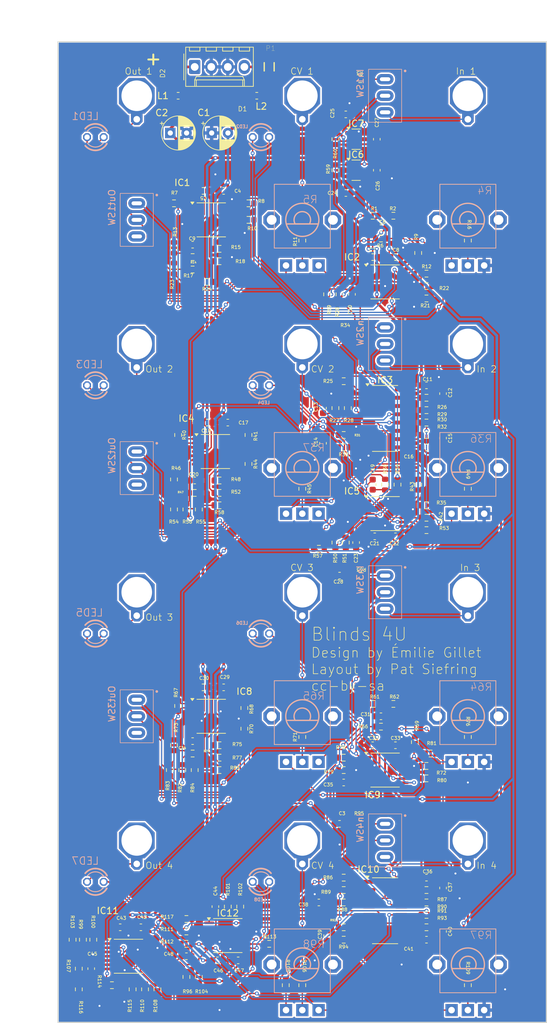
<source format=kicad_pcb>
(kicad_pcb (version 20240108) (generator "pcbnew") (generator_version "8.0")
  (layers (0 "F.Cu" signal) (31 "B.Cu" signal) (34 "B.Paste" user) (35 "F.Paste" user) (36 "B.SilkS" user "B.Silkscreen") (37 "F.SilkS" user "F.Silkscreen") (38 "B.Mask" user) (39 "F.Mask" user) (44 "Edge.Cuts" user))
  (net 0 "")
  (net 1 "GND")
  (net 2 "VCC")
  (net 3 "AREF_-10")
  (net 4 "VEE")
  (net 5 "N$7")
  (net 6 "AREF_+10")
  (net 7 "N$11")
  (net 8 "N$12")
  (net 9 "N$16")
  (net 10 "N$47")
  (net 11 "N$75")
  (net 12 "OUT1")
  (net 13 "N$3")
  (net 14 "N$10")
  (net 15 "CV_IN_1")
  (net 16 "N$5")
  (net 17 "N$8")
  (net 18 "N$9")
  (net 19 "GAIN_1")
  (net 20 "N$2")
  (net 21 "N$4")
  (net 22 "N$15")
  (net 23 "N$18")
  (net 24 "N$19")
  (net 25 "N$22")
  (net 26 "1_TO_2")
  (net 27 "N$25")
  (net 28 "N$64")
  (net 29 "N$20")
  (net 30 "N$65")
  (net 31 "N$66")
  (net 32 "N$21")
  (net 33 "FOO")
  (net 34 "N$6")
  (net 35 "N$17")
  (net 36 "N$24")
  (net 37 "OUT2")
  (net 38 "N$26")
  (net 39 "N$27")
  (net 40 "N$28")
  (net 41 "N$29")
  (net 42 "N$30")
  (net 43 "N$31")
  (net 44 "GAIN_2")
  (net 45 "N$32")
  (net 46 "N$33")
  (net 47 "N$34")
  (net 48 "N$35")
  (net 49 "N$36")
  (net 50 "N$37")
  (net 51 "N$38")
  (net 52 "N$39")
  (net 53 "N$40")
  (net 54 "N$41")
  (net 55 "N$42")
  (net 56 "N$43")
  (net 57 "N$44")
  (net 58 "FOO1")
  (net 59 "2_TO_3")
  (net 60 "N$14")
  (net 61 "N$13")
  (net 62 "N$23")
  (net 63 "N$45")
  (net 64 "N$46")
  (net 65 "OUT3")
  (net 66 "N$48")
  (net 67 "N$49")
  (net 68 "N$50")
  (net 69 "N$51")
  (net 70 "N$52")
  (net 71 "N$53")
  (net 72 "GAIN_3")
  (net 73 "N$55")
  (net 74 "N$56")
  (net 75 "N$57")
  (net 76 "N$58")
  (net 77 "N$59")
  (net 78 "N$60")
  (net 79 "N$61")
  (net 80 "N$62")
  (net 81 "N$63")
  (net 82 "N$67")
  (net 83 "N$68")
  (net 84 "FOO2")
  (net 85 "N$70")
  (net 86 "N$71")
  (net 87 "N$72")
  (net 88 "N$73")
  (net 89 "OUT4")
  (net 90 "N$74")
  (net 91 "N$76")
  (net 92 "N$77")
  (net 93 "N$78")
  (net 94 "N$79")
  (net 95 "N$80")
  (net 96 "GAIN_4")
  (net 97 "N$81")
  (net 98 "N$82")
  (net 99 "N$83")
  (net 100 "N$84")
  (net 101 "N$85")
  (net 102 "N$88")
  (net 103 "N$89")
  (net 104 "N$90")
  (net 105 "N$91")
  (net 106 "N$92")
  (net 107 "FOO3")
  (net 108 "3_TO_4")
  (net 109 "AREF_+5")
  (net 110 "N$93")
  (net 111 "N$69")
  (net 112 "N$1")
  (net 113 "N$86")
  (net 114 "N$54")
  (net 115 "N$87")
  (net 116 "N$94")
  (net 117 "N$95")
  (net 118 "N$96")
  (net 119 "N$97")
  (net 120 "N$98")
  (net 121 "N$100")
  (net 122 "N$99")
  (net 123 "N$102")
  (net 124 "N$103")
  (net 125 "N$101")
  (net 126 "In1")
  (net 127 "In2")
  (net 128 "In3")
  (net 129 "In4")
  (footprint "Resistor_SMD:R_0603_1608Metric" (layer "F.Cu") (at 80.01 86.995 180)
    (property "Reference" "R31")
    (property "Value" "100.0k")
  )
  (footprint "Resistor_SMD:R_0603_1608Metric" (layer "F.Cu") (at 99.06 57.15 90)
    (property "Reference" "R16")
    (property "Value" "100.0k")
  )
  (footprint "Resistor_SMD:R_0603_1608Metric" (layer "F.Cu") (at 53.975 58.2611 90)
    (property "Reference" "R13")
    (property "Value" "4.30k")
  )
  (footprint "Resistor_SMD:R_0603_1608Metric" (layer "F.Cu") (at 73.66 95.25 90)
    (property "Reference" "R45")
    (property "Value" "100k")
  )
  (footprint "Package_SO:TSSOP-14_4.4x5mm_P0.65mm" (layer "F.Cu") (at 46.99 167.005)
    (property "Reference" "IC11")
    (property "Value" "OPA4171")
  )
  (footprint "Resistor_SMD:R_0603_1608Metric" (layer "F.Cu") (at 49.53 172.085 -90)
    (property "Reference" "R110")
    (property "Value" "1.0M")
  )
  (footprint "Resistor_SMD:R_0603_1608Metric" (layer "F.Cu") (at 92.71 62.23)
    (property "Reference" "R12")
    (property "Value" "1.0M")
  )
  (footprint "Resistor_SMD:R_0603_1608Metric" (layer "F.Cu") (at 82.55 146.685)
    (property "Reference" "R95")
    (property "Value" "100.0k")
  )
  (footprint "Resistor_SMD:R_0603_1608Metric" (layer "F.Cu") (at 54.61 128.5875 -90)
    (property "Reference" "R67")
    (property "Value" "4.30k")
  )
  (footprint "Resistor_SMD:R_0603_1608Metric" (layer "F.Cu") (at 78.74 103.505 -90)
    (property "Reference" "R50")
    (property "Value" "100k")
  )
  (footprint "Package_SO:SOIC-16_3.9x9.9mm_P1.27mm" (layer "F.Cu") (at 86.36 160.02)
    (property "Reference" "IC10")
    (property "Value" "V2164SZ")
  )
  (footprint "Capacitor_THT:CP_Radial_D5.0mm_P2.50mm" (layer "F.Cu") (at 59.754888 40.64)
    (property "Reference" "C1")
    (property "Value" "22u")
  )
  (footprint "Resistor_SMD:R_0603_1608Metric" (layer "F.Cu") (at 90.932 134.1374 -90)
    (property "Reference" "R69")
    (property "Value" "100k")
  )
  (footprint "Resistor_SMD:R_0603_1608Metric" (layer "F.Cu") (at 92.71 139.7)
    (property "Reference" "R80")
    (property "Value" "1.2k")
  )
  (footprint "Resistor_SMD:R_0603_1608Metric" (layer "F.Cu") (at 56.8325 59.69 180)
    (property "Reference" "R14")
    (property "Value" "66.50k")
  )
  (footprint "Resistor_SMD:R_0603_1608Metric" (layer "F.Cu") (at 76.2 104.4575 180)
    (property "Reference" "R57")
    (property "Value" "205.0k")
  )
  (footprint "Resistor_SMD:R_0603_1608Metric" (layer "F.Cu") (at 57.785 98.425 90)
    (property "Reference" "R55")
    (property "Value" "402")
  )
  (footprint "Resistor_SMD:R_0603_1608Metric" (layer "F.Cu") (at 73.66 57.15 90)
    (property "Reference" "R11")
    (property "Value" "100k")
  )
  (footprint "Blinds4U:PTC-1206" (layer "F.Cu") (at 68.58 30.48 90)
    (property "Reference" "P1")
    (property "Value" "PTCSMD" (hide yes))
  )
  (footprint "Capacitor_SMD:C_0603_1608Metric" (layer "F.Cu") (at 85.725 130.175 180)
    (property "Reference" "C31")
    (property "Value" "47p")
  )
  (footprint "Resistor_SMD:R_0603_1608Metric" (layer "F.Cu") (at 60.96 60.325)
    (property "Reference" "R18")
    (property "Value" "1.0M")
  )
  (footprint "Resistor_SMD:R_0603_1608Metric" (layer "F.Cu") (at 92.71 156.845 180)
    (property "Reference" "R87")
    (property "Value" "510")
  )
  (footprint "Resistor_SMD:R_0603_1608Metric" (layer "F.Cu") (at 60.96 93.98)
    (property "Reference" "R48")
    (property "Value" "1.2k")
  )
  (footprint "Resistor_SMD:R_0603_1608Metric" (layer "F.Cu") (at 60.96 97.7899 180)
    (property "Reference" "R58")
    (property "Value" "1.0M")
  )
  (footprint "Capacitor_SMD:C_0603_1608Metric" (layer "F.Cu") (at 80.01 140.335)
    (property "Reference" "C35")
    (property "Value" "47p")
  )
  (footprint "Resistor_SMD:R_0603_1608Metric" (layer "F.Cu") (at 80.01 158.75)
    (property "Reference" "R88")
    (property "Value" "510")
  )
  (footprint "Resistor_SMD:R_0603_1608Metric" (layer "F.Cu") (at 80.01 136.525)
    (property "Reference" "R78")
    (property "Value" "100.0k")
  )
  (footprint "Resistor_SMD:R_0603_1608Metric" (layer "F.Cu") (at 77.47 65.405 -90)
    (property "Reference" "R19")
    (property "Value" "100.0k")
  )
  (footprint "Resistor_SMD:R_0603_1608Metric" (layer "F.Cu") (at 99.06 133.35 90)
    (property "Reference" "R76")
    (property "Value" "100.0k")
  )
  (footprint "Resistor_SMD:R_0603_1608Metric" (layer "F.Cu") (at 47.625 172.085 -90)
    (property "Reference" "R115")
    (property "Value" "1.0M")
  )
  (footprint "Resistor_SMD:R_0603_1608Metric" (layer "F.Cu") (at 84.455 53.34 180)
    (property "Reference" "R1")
    (property "Value" "205.0k")
  )
  (footprint "Resistor_SMD:R_0603_1608Metric" (layer "F.Cu") (at 64.77 132.08 -90)
    (property "Reference" "R70")
    (property "Value" "3.90k")
  )
  (footprint "Capacitor_SMD:C_0603_1608Metric" (layer "F.Cu") (at 85.725 55.245 180)
    (property "Reference" "C6")
    (property "Value" "47p")
  )
  (footprint "Capacitor_SMD:C_0603_1608Metric" (layer "F.Cu") (at 79.375 108.585 180)
    (property "Reference" "C28")
    (property "Value" "100n")
  )
  (footprint "Resistor_SMD:R_0603_1608Metric" (layer "F.Cu") (at 92.71 85.09)
    (property "Reference" "R30")
    (property "Value" "33.20k")
  )
  (footprint "Capacitor_SMD:C_0603_1608Metric" (layer "F.Cu") (at 57.15 93.98)
    (property "Reference" "C20")
    (property "Value" "47p")
  )
  (footprint "Capacitor_SMD:C_0603_1608Metric" (layer "F.Cu") (at 92.71 79.375)
    (property "Reference" "C11")
    (property "Value" "100n")
  )
  (footprint "Resistor_SMD:R_0603_1608Metric" (layer "F.Cu") (at 40.005 164.465 90)
    (property "Reference" "R99")
    (property "Value" "4.30k")
  )
  (footprint "Capacitor_SMD:C_0603_1608Metric" (layer "F.Cu") (at 61.595 49.53)
    (property "Reference" "C4")
    (property "Value" "100n")
  )
  (footprint "Blinds4U:SOD123" (layer "F.Cu") (at 60.96 35.56)
    (property "Reference" "D1")
    (property "Value" "1N5819HW")
  )
  (footprint "Library:BananaJackHookup" (layer "F.Cu") (at 73.66 149.225)
    (property "Reference" "REF**" (hide yes))
    (property "Value" "BananaJackHookup" (hide yes))
  )
  (footprint "Capacitor_SMD:C_0603_1608Metric" (layer "F.Cu") (at 95.25 163.195 -90)
    (property "Reference" "C40")
    (property "Value" "560p")
  )
  (footprint "Resistor_SMD:R_0603_1608Metric" (layer "F.Cu") (at 64.135 159.385 90)
    (property "Reference" "R102")
    (property "Value" "100.0k")
  )
  (footprint "Package_SO:TSSOP-14_4.4x5mm_P0.65mm" (layer "F.Cu") (at 59.69 53.975)
    (property "Reference" "IC1")
    (property "Value" "OPA4171")
  )
  (footprint "Capacitor_SMD:C_0603_1608Metric" (layer "F.Cu") (at 80.3275 37.785)
    (property "Reference" "C25")
    (property "Value" "100n")
  )
  (footprint "Package_SO:TSSOP-14_4.4x5mm_P0.65mm" (layer "F.Cu") (at 86.36 99.06)
    (property "Reference" "IC5")
    (property "Value" "OPA4171")
  )
  (footprint "Capacitor_SMD:C_0603_1608Metric" (layer "F.Cu") (at 87.9475 59.69 180)
    (property "Reference" "C8")
    (property "Value" "100n")
  )
  (footprint "Capacitor_SMD:C_0603_1608Metric" (layer "F.Cu") (at 80.3425 49.85)
    (property "Reference" "C24")
    (property "Value" "100n")
  )
  (footprint "Resistor_SMD:R_0603_1608Metric" (layer "F.Cu") (at 99.06 171.45 90)
    (property "Reference" "R109")
    (property "Value" "100.0k")
  )
  (footprint "Resistor_SMD:R_0603_1608Metric" (layer "F.Cu") (at 80.01 164.465)
    (property "Reference" "R94")
    (property "Value" "510")
  )
  (footprint "Capacitor_SMD:C_0603_1608Metric" (layer "F.Cu") (at 60.6425 167.64)
    (property "Reference" "C46")
    (property "Value" "100n")
  )
  (footprint "Resistor_SMD:R_0603_1608Metric" (layer "F.Cu") (at 55.88 161.29 180)
    (property "Reference" "R117")
    (property "Value" "205.0k")
  )
  (footprint "Resistor_SMD:R_0603_1608Metric" (layer "F.Cu") (at 92.71 137.795)
    (property "Reference" "R72")
    (property "Value" "1.0M")
  )
  (footprint "Capacitor_SMD:C_0603_1608Metric" (layer "F.Cu") (at 56.8325 133.985)
    (property "Reference" "C34")
    (property "Value" "47p")
  )
  (footprint "Resistor_SMD:R_0603_1608Metric" (layer "F.Cu") (at 80.3275 103.505 90)
    (property "Reference" "R51")
    (property "Value" "100k")
  )
  (footprint "Resistor_SMD:R_0603_1608Metric" (layer "F.Cu") (at 65.405 86.995 -90)
    (property "Reference" "R41")
    (property "Value" "4.30k")
  )
  (footprint "Resistor_SMD:R_0603_1608Metric" (layer "F.Cu") (at 92.71 101.6)
    (property "Reference" "R53")
    (property "Value" "1.2k")
  )
  (footprint "Resistor_SMD:R_0603_1608Metric" (layer "F.Cu") (at 44.45 171.45 180)
    (property "Reference" "R114")
    (property "Value" "66.50k")
  )
  (footprint "Package_SO:TSSOP-14_4.4x5mm_P0.65mm" (layer "F.Cu") (at 86.36 63.5)
    (property "Reference" "IC2")
    (property "Value" "OPA4171")
  )
  (footprint "Resistor_SMD:R_0603_1608Metric" (layer "F.Cu") (at 64.77 128.905 -90)
    (property "Reference" "R68")
    (property "Value" "4.30k")
  )
  (footprint "Resistor_SMD:R_0603_1608Metric" (layer "F.Cu") (at 79.375 65.405 -90)
    (property "Reference" "R20")
    (property "Value" "100.0k")
  )
  (footprint "Resistor_SMD:R_0603_1608Metric" (layer "F.Cu") (at 55.245 138.43 -90)
    (property "Reference" "R82")
    (property "Value" "66.50k")
  )
  (footprint "Capacitor_SMD:C_0603_1608Metric" (layer "F.Cu") (at 55.88 167.005)
    (property "Reference" "C48")
    (property "Value" "47p")
  )
  (footprint "Resistor_SMD:R_0603_1608Metric" (layer "F.Cu") (at 92.71 158.75)
    (property "Reference" "R90")
    (property "Value" "33.20k")
  )
  (footprint "Resistor_SMD:R_0603_1608Metric" (layer "F.Cu") (at 92.71 160.655)
    (property "Reference" "R91")
    (property "Value" "33.20k")
  )
  (footprint "Capacitor_SMD:C_0603_1608Metric" (layer "F.Cu") (at 84.7725 102.5525 180)
    (property "Reference" "C21")
    (property "Value" "100n")
  )
  (footprint "Resistor_SMD:R_0603_1608Metric" (layer "F.Cu") (at 93.345 135.89)
    (property "Reference" "R81")
    (property "Value" "1.0M")
  )
  (footprint "Resistor_SMD:R_0603_1608Metric" (layer "F.Cu") (at 92.71 66.04)
    (property "Reference" "R21")
    (property "Value" "1.2k")
  )
  (footprint "Capacitor_SMD:C_0603_1608Metric" (layer "F.Cu") (at 48.895 162.56)
    (property "Reference" "C42")
    (property "Value" "100n")
  )
  (footprint "Resistor_SMD:R_0603_1608Metric" (layer "F.Cu") (at 92.71 83.185)
    (property "Reference" "R29")
    (property "Value" "33.20k")
  )
  (footprint "Resistor_SMD:R_0603_1608Metric" (layer "F.Cu") (at 82.55 32.385)
    (property "Reference" "R3")
    (property "Value" "100.0k")
  )
  (footprint "Resistor_SMD:R_0603_1608Metric" (layer "F.Cu") (at 73.66 171.45 90)
    (property "Reference" "R106")
    (property "Value" "100k")
  )
  (footprint "Resistor_SMD:R_0603_1608Metric" (layer "F.Cu") (at 78.74 82.8675 90)
    (property "Reference" "R27")
    (property "Value" "510")
  )
  (footprint "Library:BananaJackHookup" (layer "F.Cu") (at 48.26 149.225)
    (property "Reference" "REF**" (hide yes))
    (property "Value" "BananaJackHookup" (hide yes))
  )
  (footprint "Resistor_SMD:R_0603_1608Metric" (layer "F.Cu") (at 59.055 63.5 180)
    (property "Reference" "R24")
    (property "Value" "1.0M")
  )
  (footprint "Capacitor_THT:CP_Radial_D5.0mm_P2.50mm" (layer "F.Cu") (at 53.404887 40.64)
    (property "Reference" "C2")
    (property "Value" "22u")
  )
  (footprint "Capacitor_SMD:C_0603_1608Metric" (layer "F.Cu") (at 84.455 59.69 180)
    (property "Reference" "C7")
    (property "Value" "100n")
  )
  (footprint "Resistor_SMD:R_0603_1608Metric" (layer "F.Cu") (at 57.15 138.4301 90)
    (property "Reference" "R84")
    (property "Value" "402")
  )
  (footprint "Resistor_SMD:R_0603_1608Metric" (layer "F.Cu") (at 88.265 94.615 90)
    (property "Reference" "R39")
    (property "Value" "100.0k")
  )
  (footprint "Capacitor_SMD:C_0603_1608Metric" (layer "F.Cu") (at 41.275 168.91 -90)
    (property "Reference" "C45")
    (property "Value" "47p")
  )
  (footprint "Resistor_SMD:R_0603_1608Metric" (layer "F.Cu") (at 78.74 46.3575 90)
    (property "Reference" "R59")
    (property "Value" "1.2k")
  )
  (footprint "Library:BananaJackHookup" (layer "F.Cu") (at 73.66 34.925)
    (property "Reference" "REF**" (hide yes))
    (property "Value" "BananaJackHookup" (hide yes))
  )
  (footprint "Resistor_SMD:R_0603_1608Metric" (layer "F.Cu") (at 82.55 70.485)
    (property "Reference" "R34")
    (property "Value" "100.0k")
  )
  (footprint "Resistor_SMD:R_0603_1608Metric" (layer "F.Cu") (at 92.71 64.135)
    (property "Reference" "R22")
    (property "Value" "1.0M")
  )
  (footprint "Capacitor_SMD:C_0603_1608Metric" (layer "F.Cu") (at 85.09 46.3575 -90)
    (property "Reference" "C26")
    (property "Value" "100n")
  )
  (footprint "Resistor_SMD:R_0603_1608Metric" (layer "F.Cu") (at 56.8325 135.89 180)
    (property "Reference" "R74")
    (property "Value" "66.50k")
  )
  (footprint "Package_SO:TSSOP-14_4.4x5mm_P0.65mm" (layer "F.Cu") (at 62.23 163.83)
    (property "Reference" "IC12")
    (property "Value" "OPA4171")
  )
  (footprint "Resistor_SMD:R_0603_1608Metric" (layer "F.Cu") (at 54.61 86.995 -90)
    (property "Reference" "R40")
    (property "Value" "4.30k")
  )
  (footprint "Resistor_SMD:R_0603_1608Metric" (layer "F.Cu") (at 65.405 53.975)
    (property "Reference" "R10")
    (property "Value" "3.90k")
  )
  (footprint "Resistor_SMD:R_0603_1608Metric" (layer "F.Cu") (at 39.37 172.085 90)
    (property "Reference" "R116")
    (property "Value" "402")
  )
  (footprint "Capacitor_SMD:C_0603_1608Metric" (layer "F.Cu") (at 87.9475 102.5525 180)
    (property "Reference" "C22")
    (property "Value" "100n")
  )
  (footprint "Capacitor_SMD:C_0603_1608Metric" (layer "F.Cu") (at 79.375 146.685 180)
    (property "Reference" "C3")
    (property "Value" "100n")
  )
  (footprint "Resistor_SMD:R_0603_1608Metric" (layer "F.Cu") (at 73.66 133.35 90)
    (property "Reference" "R71")
    (property "Value" "100k")
  )
  (footprint "Capacitor_SMD:C_0603_1608Metric" (layer "F.Cu") (at 81.915 103.505 90)
    (property "Reference" "C23")
    (property "Value" "47p")
  )
  (footprint "Capacitor_SMD:C_0603_1608Metric" (layer "F.Cu") (at 77.47 163.83 90)
    (property "Reference" "C39")
    (property "Value" "560p")
  )
  (footprint "Capacitor_SMD:C_0603_1608Metric" (layer "F.Cu") (at 84.455 134.62 180)
    (property "Reference" "C32")
    (property "Value" "100n")
  )
  (footprint "Resistor_SMD:R_0603_1608Metric" (layer "F.Cu") (at 39.37 168.91 90)
    (property "Reference" "R107")
    (property "Value" "66.50k")
  )
  (footprint "Resistor_SMD:R_0603_1608Metric" (layer "F.Cu") (at 80.01 88.9)
    (property "Reference" "R33")
    (property "Value" "510")
  )
  (footprint "Resistor_SMD:R_0603_1608Metric" (layer "F.Cu") (at 53.975 61.436 -90)
    (property "Reference" "R23")
    (property "Value" "33.20k")
  )
  (footprint "Library:BananaJackHookup" (layer "F.Cu") (at 99.06 73.025)
    (property "Reference" "REF**" (hide yes))
    (property "Value" "BananaJackHookup" (hide yes))
  )
  (footprint "Resistor_SMD:R_0603_1608Metric" (layer "F.Cu") (at 55.88 170.18 90)
    (property "Reference" "R96")
    (property "Value" "1.0M")
  )
  (footprint "Capacitor_SMD:C_0603_1608Metric" (layer "F.Cu") (at 92.71 88.9 180)
    (property "Reference" "C16")
    (property "Value" "100n")
  )
  (footprint "Inductor_SMD:L_0603_1608Metric" (layer "F.Cu") (at 66.675 34.925)
    (property "Reference" "L2")
    (property "Value" "")
  )
  (footprint "Resistor_SMD:R_0603_1608Metric" (layer "F.Cu") (at 80.01 156.845 180)
    (property "Reference" "R89")
    (property "Value" "100.0k")
  )
  (footprint "Resistor_SMD:R_0603_1608Metric" (layer "F.Cu") (at 60.96 138.43 180)
    (property "Reference" "R85")
    (property "Value" "1.0M")
  )
  (footprint "Capacitor_SMD:C_0603_1608Metric" (layer "F.Cu") (at 95.25 156.5275 90)
    (property "Reference" "C37")
    (property "Value" "560p")
  )
  (footprint "Capacitor_SMD:C_0603_1608Metric" (layer "F.Cu") (at 63.8175 167.64)
    (property "Reference" "C47")
    (property "Value" "100n")
  )
  (footprint "Resistor_SMD:R_0603_1608Metric" (layer "F.Cu") (at 60.96 136.525)
    (property "Reference" "R77")
    (property "Value" "1.0M")
  )
  (footprint "Capacitor_SMD:C_0603_1608Metric" (layer "F.Cu") (at 76.835 82.8675 90)
    (property "Reference" "C13")
    (property "Value" "560p")
  )
  (footprint "Capacitor_SMD:C_0603_1608Metric" (layer "F.Cu") (at 76.835 88.265 90)
    (property "Reference" "C14")
    (property "Value" "560p")
  )
  (footprint "Capacitor_SMD:C_0603_1608Metric" (layer "F.Cu") (at 56.8325 57.785)
    (property "Reference" "C9")
    (property "Value" "47p")
  )
  (footprint "Resistor_SMD:R_0603_1608Metric" (layer "F.Cu") (at 53.975 51.435)
    (property "Reference" "R7")
    (property "Value" "4.30k")
  )
  (footprint "Resistor_SMD:R_0603_1608Metric" (layer "F.Cu") (at 84.6138 128.27 180)
    (property "Reference" "R61")
    (property "Value" "205.0k")
  )
  (footprint "Capacitor_SMD:C_0603_1608Metric" (layer "F.Cu") (at 95.25 80.645 90)
    (property "Reference" "C12")
    (property "Value" "560p")
  )
  (footprint "Resistor_SMD:R_0603_1608Metric" (layer "F.Cu") (at 78.74 41.595 -90)
    (property "Reference" "R60")
    (property "Value" "1.2k")
  )
  (footprint "Package_TO_SOT_SMD:SOT-23" (layer "F.Cu") (at 81.915 41.595)
    (property "Reference" "IC7")
    (property "Value" "LM4040B10")
  )
  (footprint "Blinds4U:SOD123" (layer "F.Cu") (at 53.975 30.48 90)
    (property "Reference" "D2")
    (property "Value" "1N5819HW")
  )
  (footprint "Capacitor_SMD:C_0603_1608Metric" (layer "F.Cu") (at 58.42 125.73)
    (property "Reference" "C30")
    (property "Value" "100n")
  )
  (footprint "Capacitor_SMD:C_0603_1608Metric" (layer "F.Cu") (at 60.325 159.385 90)
    (property "Reference" "C44")
    (property "Value" "47p")
  )
  (footprint "Resistor_SMD:R_0603_1608Metric" (layer "F.Cu") (at 80.01 154.94)
    (property "Reference" "R86")
    (property "Value" "DNP")
  )
  (footprint "Package_SO:TSSOP-14_4.4x5mm_P0.65mm" (layer "F.Cu") (at 60.325 89.535)
    (property "Reference" "IC4")
    (property "Value" "OPA4171")
  )
  (footprint "Capacitor_SMD:C_0603_1608Metric" (layer "F.Cu") (at 92.71 154.94)
    (property "Reference" "C36")
    (property "Value" "100n")
  )
  (footprint "Library:BananaJackHookup" (layer "F.Cu") (at 99.06 111.125)
    (property "Reference" "REF**" (hide yes))
    (property "Value" "BananaJackHookup" (hide yes))
  )
  (footprint "Capacitor_SMD:C_0603_1608Metric" (layer "F.Cu") (at 92.71 164.465 180)
    (property "Reference" "C41")
    (property "Value" "100n")
  )
  (footprint "Library:BananaJackHookup" (layer "F.Cu") (at 99.06 149.225)
    (property "Reference" "REF**" (hide yes))
    (property "Value" "BananaJackHookup" (hide yes))
  )
  (footprint "Library:BananaJackHookup" (layer "F.Cu") (at 48.26 34.925)
    (property "Reference" "REF**" (hide yes))
    (property "Value" "BananaJackHookup" (hide yes))
  )
  (footprint "Package_SO:TSSOP-14_4.4x5mm_P0.65mm" (layer "F.Cu") (at 86.36 138.43)
    (property "Reference" "IC9")
    (property "Value" "OPA4171")
  )
  (footprint "Resistor_SMD:R_0603_1608Metric" (layer "F.Cu") (at 91.44 59.055 -90)
    (property "Reference" "R9")
    (property "Value" "100k")
  )
  (footprint "Resistor_SMD:R_0603_1608Metric" (layer "F.Cu") (at 60.96 58.42)
    (property "Reference" "R15")
    (property "Value" "1.2k")
  )
  (footprint "Resistor_SMD:R_0603_1608Metric" (layer "F.Cu") (at 85.725 56.8325 180)
    (property "Reference" "R6")
    (property "Value" "100k")
  )
  (footprint "Capacitor_SMD:C_0603_1608Metric" (layer "F.Cu") (at 87.9475 134.62 180)
    (property "Reference" "C33")
    (property "Value" "100n")
  )
  (footprint "Inductor_SMD:L_0603_1608Metric" (layer "F.Cu") (at 54.61 34.925 180)
    (property "Reference" "L1")
    (property "Value" "")
  )
  (footprint "Resistor_SMD:R_0603_1608Metric" (layer "F.Cu") (at 65.405 51.435)
    (property "Reference" "R8")
    (property "Value" "4.30k")
  )
  (footprint "Capacitor_SMD:C_0603_1608Metric" (layer "F.Cu") (at 81.28 65.405 -90)
    (property "Reference" "C10")
    (property "Value" "47p")
  )
  (footprint "Resistor_SMD:R_0603_1608Metric" (layer "F.Cu") (at 53.34 138.4301 -90)
    (property "Reference" "R83")
    (property "Value" "33.20k")
  )
  (footprint "Resistor_SMD:R_0603_1608Metric" (layer "F.Cu") (at 80.01 162.56 180)
    (property "Reference" "R92")
    (property "Value" "100.0k")
  )
  (footprint "Package_SO:TSSOP-14_4.4x5mm_P0.65mm" (layer "F.Cu") (at 59.69 130.175)
    (property "Reference" "IC8")
    (property "Value" "OPA4171")
  )
  (footprint "Capacitor_SMD:C_0603_1608Metric" (layer "F.Cu") (at 85.09 41.5975 90)
    (property "Reference" "C27")
    (property "Value" "100n")
  )
  (footprint "Resistor_SMD:R_0603_1608Metric" (layer "F.Cu") (at 85.725 131.7625 180)
    (property "Reference" "R66")
    (property "Value" "100k")
  )
  (footprint "Package_SO:SOIC-16_3.9x9.9mm_P1.27mm" (layer "F.Cu") (at 86.36 84.455)
    (property "Reference" "IC3")
    (property "Value" "V2164SZ")
  )
  (footprint "Resistor_SMD:R_0603_1608Metric" (layer "F.Cu") (at 57.15 95.885 180)
    (property "Reference" "R47")
    (property "Value" "66.50k")
  )
  (footprint "Resistor_SMD:R_0603_1608Metric" (layer "F.Cu") (at 62.23 159.385 90)
    (property "Reference" "R101")
    (property "Value" "100.0k")
  )
  (footprint "Resistor_SMD:R_0603_1608Metric" (layer "F.Cu") (at 41.5925 164.465 -90)
    (property "Reference" "R100")
    (property "Value" "4.30k")
  )
  (footprint "Library:BananaJackHookup" (layer "F.Cu") (at 99.06 34.925)
    (property "Reference" "REF**" (hide yes))
    (property "Value" "BananaJackHookup" (hide yes))
  )
  (footprint "Resistor_SMD:R_0603_1608Metric" (layer "F.Cu") (at 80.645 82.8675 -90)
    (property "Reference" "R28")
    (property "Value" "100.0k")
  )
  (footprint "Capacitor_SMD:C_0603_1608Metric" (layer "F.Cu") (at 76.2 158.75 180)
    (property "Reference" "C38")
    (property "Value" "560p")
  )
  (footprint "Resistor_SMD:R_0603_1608Metric" (layer "F.Cu") (at 68.58 165.1)
    (property "Reference" "R113")
    (property "Value" "1.2k")
  )
  (footprint "Resistor_SMD:R_0603_1608Metric" (layer "F.Cu") (at 60.9601 95.885)
    (property "Reference" "R52")
    (property "Value" "1.0M")
  )
  (footprint "Library:BananaJackHookup" (layer "F.Cu") (at 73.66 111.125)
    (property "Reference" "REF**" (hide yes))
    (property "Value" "BananaJackHookup" (hide yes))
  )
  (footprint "Resistor_SMD:R_0603_1608Metric" (layer "F.Cu") (at 56.8325 61.595)
    (property "Reference" "R17")
    (property "Value" "402")
  )
  (footprint "Connector_Molex:Molex_KK-254_AE-6410-04A_1x04_P2.54mm_Vertical" (layer "F.Cu") (at 57.15 30.5)
    (property "Reference" "REF**" (hide yes))
    (property "Value" "Molex_KK-254_AE-6410-04A_1x04_P2.54mm_Vertical" (hide yes))
  )
  (footprint "Resistor_SMD:R_0603_1608Metric" (layer "F.Cu") (at 92.71 99.695)
    (property "Reference" "R42")
    (property "Value" "1.0M")
  )
  (footprint "Resistor_SMD:R_0603_1608Metric" (layer "F.Cu") (at 99.06 95.25 90)
    (property "Reference" "R49")
    (property "Value" "100.0k")
  )
  (footprint "Library:BananaJackHookup" (layer "F.Cu") (at 48.26 73.025)
    (property "Reference" "REF**" (hide yes))
    (property "Value" "BananaJackHookup" (hide yes))
  )
  (footprint "Resistor_SMD:R_0603_1608Metric" (layer "F.Cu") (at 87.63 53.34)
    (property "Reference" "R2")
    (property "Value" "100k")
  )
  (footprint "Resistor_SMD:R_0603_1608Metric" (layer "F.Cu") (at 55.88 98.425 -90)
    (property "Reference" "R56")
    (property "Value" "66.50k")
  )
  (footprint "Resistor_SMD:R_0603_1608Metric" (layer "F.Cu") (at 82.55 108.585)
    (property "Reference" "R63")
    (property "Value" "100.0k")
  )
  (footprint "Resistor_SMD:R_0603_1608Metric" (layer "F.Cu") (at 92.71 81.28 180)
    (property "Reference" "R26")
    (property "Value" "510")
  )
  (footprint "Package_TO_SOT_SMD:SOT-23" (layer "F.Cu") (at 81.915 46.355)
    (property "Reference" "IC6")
    (property "Value" "LM4040B10")
  )
  (footprint "Library:BananaJackHookup" (layer "F.Cu") (at 73.66 73.025)
    (property "Reference" "REF**" (hide yes))
    (property "Value" "BananaJackHookup" (hide yes))
  )
  (footprint "Resistor_SMD:R_0603_1608Metric" (layer "F.Cu") (at 53.975 134.62 90)
    (property "Reference" "R73")
    (property "Value" "4.30k")
  )
  (footprint "Resistor_SMD:R_0603_1608Metric" (layer "F.Cu") (at 55.88 163.195 180)
    (property "Reference" "R111")
    (property "Value" "100k")
  )
  (footprint "Resistor_SMD:R_0603_1608Metric" (layer "F.Cu") (at 53.975 98.425 -90)
    (property "Reference" "R54")
    (property "Value" "33.20k")
  )
  (footprint "Resistor_SMD:R_0603_1608Metric" (layer "F.Cu") (at 71.12 171.45 -90)
    (property "Reference" "R105")
    (property "Value" "100k")
  )
  (footprint "Resistor_SMD:R_0603_1608Metric" (layer "F.Cu") (at 38.4175 164.465 90)
    (property "Reference" "R103")
    (property "Value" "33.20k")
  )
  (footprint "Resistor_SMD:R_0603_1608Metric" (layer "F.Cu") (at 86.36 94.615 90)
    (property "Reference" "R38")
    (property "Value" "100.0k")
  )
  (footprint "Resistor_SMD:R_0603_1608Metric" (layer "F.Cu") (at 92.71 97.79)
    (property "Reference" "R35")
    (property "Value" "1.0M")
  )
  (footprint "Library:BananaJackHookup" (layer "F.Cu") (at 48.26 111.125)
    (property "Reference" "REF**" (hide yes))
    (property "Value" "BananaJackHookup" (hide yes))
  )
  (footprint "Capacitor_SMD:C_0603_1608Metric" (layer "F.Cu") (at 45.72 162.56)
    (property "Reference" "C43")
    (property "Value" "100n")
  )
  (footprint "Resistor_SMD:R_0603_1608Metric" (layer "F.Cu") (at 80.01 78.74)
    (property "Reference" "R25")
    (property "Value" "DNP")
  )
  (footprint "Capacitor_SMD:C_0603_1608Metric" (layer "F.Cu") (at 61.595 125.73)
    (property "Reference" "C29")
    (property "Value" "100n")
  )
  (footprint "Resistor_SMD:R_0603_1608Metric" (layer "F.Cu") (at 91.44 94.615 -90)
    (property "Reference" "R43")
    (property "Value" "100k")
  )
  (footprint "Resistor_SMD:R_0603_1608Metric" (layer "F.Cu") (at 51.435 172.085 -90)
    (property "Reference" "R108")
    (property "Value" "1.2k")
  )
  (footprint "Resistor_SMD:R_0603_1608Metric" (layer "F.Cu") (at 92.71 162.56 180)
    (property "Reference" "R93")
    (property "Value" "510")
  )
  (footprint "Capacitor_SMD:C_0603_1608Metric" (layer "F.Cu") (at 95.25 87.4712 -90)
    (property "Reference" "C15")
    (property "Value" "560p")
  )
  (footprint "Resistor_SMD:R_0603_1608Metric" (layer "F.Cu") (at 87.63 128.27)
    (property "Reference" "R62")
    (property "Value" "100k")
  )
  (footprint "Resistor_SMD:R_0603_1608Metric" (layer "F.Cu") (at 92.71 86.995 180)
    (property "Reference" "R32")
    (property "Value" "510")
  )
  (footprint "Resistor_SMD:R_0603_1608Metric" (layer "F.Cu") (at 55.88 165.1)
    (property "Reference" "R112")
    (property "Value" "100k")
  )
  (footprint "Resistor_SMD:R_0603_1608Metric" (layer "F.Cu") (at 60.96 134.62)
    (property "Reference" "R75")
    (property "Value" "1.2k")
  )
  (footprint "Capacitor_SMD:C_0603_1608Metric" (layer "F.Cu") (at 58.42 49.53)
    (property "Reference" "C5")
    (property "Value" "100n")
  )
  (footprint "Resistor_SMD:R_0603_1608Metric" (layer "F.Cu") (at 57.785 170.18 90)
    (property "Reference" "R104")
    (property "Value" "1.0M")
  )
  (footprint "Resistor_SMD:R_0603_1608Metric" (layer "F.Cu") (at 65.405 91.4399 -90)
    (property "Reference" "R44")
    (property "Value" "3.90k")
  )
  (footprint "Capacitor_SMD:C_0603_1608Metric" (layer "F.Cu") (at 62.23 85.09)
    (property "Reference" "C17")
    (property "Value" "100n")
  )
  (footprint "Resistor_SMD:R_0603_1608Metric" (layer "F.Cu") (at 80.01 138.43 180)
    (property "Reference" "R79")
    (property "Value" "100.0k")
  )
  (footprint "Capacitor_SMD:C_0603_1608Metric" (layer "F.Cu") (at 84.455 94.615 90)
    (property "Reference" "C19")
    (property "Value" "47p")
  )
  (footprint "Capacitor_SMD:C_0603_1608Metric" (layer "F.Cu") (at 59.055 85.09)
    (property "Reference" "C18")
    (property "Value" "100n")
  )
  (footprint "Resistor_SMD:R_0603_1608Metric" (layer "F.Cu") (at 53.975 93.821 90)
    (property "Reference" "R46")
    (property "Value" "4.30k")
  )
  (footprint "Library:SubMiniSwitch2.54mm" (layer "B.Cu") (at 48.26 130.175 -90)
    (property "Reference" "Out3SW")
    (property "Value" "SubMiniSPDT2.54mm")
  )
  (footprint "Blinds4U:LED3MM" (layer "B.Cu") (at 41.91 155.575 180)
    (property "Reference" "LED7")
    (property "Value" "WP7113SRSGW")
  )
  (footprint "Blinds4U:LED3MM" (layer "B.Cu") (at 41.91 117.475 180)
    (property "Reference" "LED5")
    (property "Value" "WP7113SRSGW")
  )
  (footprint "Blinds4U:LED3MM" (layer "B.Cu") (at 67.31 79.375)
    (property "Reference" "LED4")
    (property "Value" "WP937EGW")
  )
  (footprint "Blinds4U:LED3MM" (layer "B.Cu") (at 41.91 79.375 180)
    (property "Reference" "LED3")
    (property "Value" "WP7113SRSGW")
  )
  (footprint "Library:SubMiniSwitch2.54mm" (layer "B.Cu") (at 86.36 111.125 -90)
    (property "Reference" "In3SW")
    (property "Value" "SubMiniSPDT2.54mm")
  )
  (footprint "Blinds4U:ALPS_POT_VERTICAL_PS" (layer "B.Cu") (at 99.06 130.175)
    (property "Reference" "R64")
    (property "Value" "10kB")
  )
  (footprint "Blinds4U:ALPS_POT_VERTICAL_PS" (layer "B.Cu") (at 73.66 130.175)
    (property "Reference" "R65")
    (property "Value" "10kB")
  )
  (footprint "Blinds4U:LED3MM" (layer "B.Cu") (at 67.31 117.475)
    (property "Reference" "LED6")
    (property "Value" "WP937EGW")
  )
  (footprint "Blinds4U:LED3MM" (layer "B.Cu") (at 67.31 155.575)
    (property "Reference" "LED8")
    (property "Value" "WP937EGW")
  )
  (footprint "Blinds4U:ALPS_POT_VERTICAL_PS" (layer "B.Cu") (at 73.66 168.275)
    (property "Reference" "R98")
    (property "Value" "10kB")
  )
  (footprint "Blinds4U:ALPS_POT_VERTICAL_PS" (layer "B.Cu") (at 99.06 53.975)
    (property "Reference" "R4")
    (property "Value" "10kB")
  )
  (footprint "Blinds4U:LED3MM" (layer "B.Cu") (at 41.91 41.275 180)
    (property "Reference" "LED1")
    (property "Value" "WP7113SRSGW")
  )
  (footprint "Library:SubMiniSwitch2.54mm" (layer "B.Cu") (at 86.36 73.025 -90)
    (property "Reference" "In2SW")
    (property "Value" "SubMiniSPDT2.54mm")
  )
  (footprint "Library:SubMiniSwitch2.54mm" (layer "B.Cu") (at 48.26 53.975 -90)
    (property "Reference" "Out1SW")
    (property "Value" "SubMiniSPDT2.54mm")
  )
  (footprint "Library:SubMiniSwitch2.54mm" (layer "B.Cu") (at 48.26 92.075 -90)
    (property "Reference" "Out2SW")
    (property "Value" "SubMiniSPDT2.54mm")
  )
  (footprint "Blinds4U:ALPS_POT_VERTICAL_PS" (layer "B.Cu") (at 73.66 53.975)
    (property "Reference" "R5")
    (property "Value" "10kB")
  )
  (footprint "Library:SubMiniSwitch2.54mm" (layer "B.Cu") (at 86.36 34.925 -90)
    (property "Reference" "In1SW")
    (property "Value" "SubMiniSPDT2.54mm")
  )
  (footprint "Library:SubMiniSwitch2.54mm" (layer "B.Cu") (at 86.36 149.225 -90)
    (property "Reference" "In4SW")
    (property "Value" "SubMiniSPDT2.54mm")
  )
  (footprint "Blinds4U:ALPS_POT_VERTICAL_PS" (layer "B.Cu") (at 99.06 92.075)
    (property "Reference" "R36")
    (property "Value" "10kB")
  )
  (footprint "Blinds4U:ALPS_POT_VERTICAL_PS" (layer "B.Cu") (at 99.06 168.275)
    (property "Reference" "R97")
    (property "Value" "10kB")
  )
  (footprint "Blinds4U:LED3MM" (layer "B.Cu") (at 67.31 41.275)
    (property "Reference" "LED2")
    (property "Value" "WP937EGW")
  )
  (footprint "Blinds4U:ALPS_POT_VERTICAL_PS" (layer "B.Cu") (at 73.66 92.075)
    (property "Reference" "R37")
    (property "Value" "10kB")
  )
  (gr_rect (start 36.195 26.67) (end 111.125 177.165) (stroke (width 0.2)) (fill none) (layer "Edge.Cuts"))
  (gr_text "Blinds 4U" (at 74.93 118.745 0) (layer "F.SilkS") (effects (font (size 2 2) (thickness 0.1)) (justify left bottom)))
  (gr_text "+" (at 50.8 29.21 0) (layer "F.SilkS") (effects (font (size 2 2) (thickness 0.3) (bold yes))))
  (gr_text "cc-by-sa" (at 74.93 126.365 0) (layer "F.SilkS") (effects (font (size 1.5 1.5) (thickness 0.1)) (justify left bottom)))
  (gr_text "Design by Émilie Gillet" (at 74.93 121.285 0) (layer "F.SilkS") (effects (font (size 1.5 1.5) (thickness 0.1)) (justify left bottom)))
  (gr_text "Layout by Pat Siefring" (at 74.93 123.825 0) (layer "F.SilkS") (effects (font (size 1.5 1.5) (thickness 0.1)) (justify left bottom)))
  (via (at 86.36 100.8888) (size 0.6) (drill 0.3) (layers "F.Cu" "B.Cu") (net 1))
  (via (at 82.55 90.805) (size 0.6) (drill 0.3) (layers "F.Cu" "B.Cu") (net 1))
  (via (at 104.775 172.085) (size 0.6) (drill 0.3) (layers "F.Cu" "B.Cu") (net 1))
  (via (at 41.5544 166.7256) (size 0.6) (drill 0.3) (layers "F.Cu" "B.Cu") (net 1))
  (via (at 86.8172 96.7994) (size 0.6) (drill 0.3) (layers "F.Cu" "B.Cu") (net 1))
  (via (at 75.565 157.48) (size 0.6) (drill 0.3) (layers "F.Cu" "B.Cu") (net 1))
  (via (at 81.915 85.725) (size 0.6) (drill 0.3) (layers "F.Cu" "B.Cu") (net 1))
  (via (at 75.565 167.64) (size 0.6) (drill 0.3) (layers "F.Cu" "B.Cu") (net 1))
  (via (at 48.4124 165.989) (size 0.6) (drill 0.3) (layers "F.Cu" "B.Cu") (net 1))
  (via (at 90.6272 98.3996) (size 0.6) (drill 0.3) (layers "F.Cu" "B.Cu") (net 1))
  (via (at 83.82 90.17) (size 0.6) (drill 0.3) (layers "F.Cu" "B.Cu") (net 1))
  (via (at 60.325 46.99) (size 0.6) (drill 0.3) (layers "F.Cu" "B.Cu") (net 1))
  (via (at 63.9064 130.5306) (size 0.6) (drill 0.3) (layers "F.Cu" "B.Cu") (net 1))
  (via (at 60.96 175.26) (size 0.6) (drill 0.3) (layers "F.Cu" "B.Cu") (net 1))
  (via (at 80.01 93.98) (size 0.6) (drill 0.3) (layers "F.Cu" "B.Cu") (net 1))
  (via (at 80.645 100.33) (size 0.6) (drill 0.3) (layers "F.Cu" "B.Cu") (net 1))
  (via (at 45.4914 166.3192) (size 0.6) (drill 0.3) (layers "F.Cu" "B.Cu") (net 1))
  (via (at 46.99 163.83) (size 0.6) (drill 0.3) (layers "F.Cu" "B.Cu") (net 1))
  (via (at 84.7344 137.7188) (size 0.6) (drill 0.3) (layers "F.Cu" "B.Cu") (net 1))
  (via (at 80.9244 62.9666) (size 0.6) (drill 0.3) (layers "F.Cu" "B.Cu") (net 1))
  (via (at 82.55 48.8696) (size 0.6) (drill 0.3) (layers "F.Cu" "B.Cu") (net 1))
  (via (at 90.805 63.5) (size 0.6) (drill 0.3) (layers "F.Cu" "B.Cu") (net 1))
  (via (at 51.435 165.735) (size 0.6) (drill 0.3) (layers "F.Cu" "B.Cu") (net 1))
  (via (at 82.3214 40.4114) (size 0.6) (drill 0.3) (layers "F.Cu" "B.Cu") (net 1))
  (via (at 62.865 59.69) (size 0.6) (drill 0.3) (layers "F.Cu" "B.Cu") (net 1))
  (via (at 62.6364 165.8874) (size 0.6) (drill 0.3) (layers "F.Cu" "B.Cu") (net 1))
  (via (at 87.4014 47.5996) (size 0.6) (drill 0.3) (layers "F.Cu" "B.Cu") (net 1))
  (via (at 93.98 59.055) (size 0.6) (drill 0.3) (layers "F.Cu" "B.Cu") (net 1))
  (via (at 60.96 164.7952) (size 0.6) (drill 0.3) (layers "F.Cu" "B.Cu") (net 1))
  (via (at 90.805 137.795) (size 0.6) (drill 0.3) (layers "F.Cu" "B.Cu") (net 1))
  (via (at 81.8896 92.1258) (size 0.6) (drill 0.3) (layers "F.Cu" "B.Cu") (net 1))
  (via (at 83.6676 60.706) (size 0.6) (drill 0.3) (layers "F.Cu" "B.Cu") (net 1))
  (via (at 94.615 78.105) (size 0.6) (drill 0.3) (layers "F.Cu" "B.Cu") (net 1))
  (via (at 89.1286 58.2422) (size 0.6) (drill 0.3) (layers "F.Cu" "B.Cu") (net 1))
  (via (at 55.245 54.61) (size 0.6) (drill 0.3) (layers "F.Cu" "B.Cu") (net 1))
  (via (at 97.155 154.305) (size 0.6) (drill 0.3) (layers "F.Cu" "B.Cu") (net 1))
  (via (at 90.805 67.31) (size 0.6) (drill 0.3) (layers "F.Cu" "B.Cu") (net 1))
  (via (at 57.785 163.83) (size 0.6) (drill 0.3) (layers "F.Cu" "B.Cu") (net 1))
  (via (at 99.06 140.335) (size 0.6) (drill 0.3) (layers "F.Cu" "B.Cu") (net 1))
  (via (at 46.355 173.99) (size 0.6) (drill 0.3) (layers "F.Cu" "B.Cu") (net 1))
  (via (at 58.2168 130.8608) (size 0.6) (drill 0.3) (layers "F.Cu" "B.Cu") (net 1))
  (via (at 79.375 149.86) (size 0.6) (drill 0.3) (layers "F.Cu" "B.Cu") (net 1))
  (via (at 81.915 138.43) (size 0.6) (drill 0.3) (layers "F.Cu" "B.Cu") (net 1))
  (via (at 42.545 174.625) (size 0.6) (drill 0.3) (layers "F.Cu" "B.Cu") (net 1))
  (via (at 75.565 90.805) (size 0.6) (drill 0.3) (layers "F.Cu" "B.Cu") (net 1))
  (via (at 83.82 104.14) (size 0.6) (drill 0.3) (layers "F.Cu" "B.Cu") (net 1))
  (via (at 83.82 133.35) (size 0.6) (drill 0.3) (layers "F.Cu" "B.Cu") (net 1))
  (via (at 61.1378 129.413) (size 0.6) (drill 0.3) (layers "F.Cu" "B.Cu") (net 1))
  (via (at 88.9 133.35) (size 0.6) (drill 0.3) (layers "F.Cu" "B.Cu") (net 1))
  (via (at 46.4058 169.1386) (size 0.6) (drill 0.3) (layers "F.Cu" "B.Cu") (net 1))
  (via (at 86.36 64.135) (size 0.6) (drill 0.3) (layers "F.Cu" "B.Cu") (net 1))
  (via (at 97.79 158.115) (size 0.6) (drill 0.3) (layers "F.Cu" "B.Cu") (net 1))
  (via (at 78.105 80.645) (size 0.6) (drill 0.3) (layers "F.Cu" "B.Cu") (net 1))
  (via (at 66.5988 163.2204) (size 0.6) (drill 0.3) (layers "F.Cu" "B.Cu") (net 1))
  (via (at 88.9 168.275) (size 0.6) (drill 0.3) (layers "F.Cu" "B.Cu") (net 1))
  (via (at 64.8208 55.9816) (size 0.6) (drill 0.3) (layers "F.Cu" "B.Cu") (net 1))
  (via (at 62.865 50.8) (size 0.6) (drill 0.3) (layers "F.Cu" "B.Cu") (net 1))
  (via (at 80.899 36.068) (size 0.6) (drill 0.3) (layers "F.Cu" "B.Cu") (net 1))
  (segment (start 55.3975 34.925) (end 55.245 35.0775) (width 0.4) (layer "F.Cu") (net 2))
  (segment (start 85.5475 102.5525) (end 85.5475 99.9747) (width 0.2) (layer "F.Cu") (net 2))
  (segment (start 59.3675 163.83) (end 61.1632 163.83) (width 0.2) (layer "F.Cu") (net 2))
  (segment (start 91.935 73.52) (end 91.935 79.375) (width 0.4) (layer "F.Cu") (net 2))
  (segment (start 85.23 134.62) (end 85.4964 134.8864) (width 0.3) (layer "F.Cu") (net 2))
  (segment (start 57.4625 89.535) (end 59.055 89.535) (width 0.2) (layer "F.Cu") (net 2))
  (segment (start 58.42 130.175) (end 59.055 129.54) (width 0.2) (layer "F.Cu") (net 2))
  (segment (start 46.8884 165.8366) (end 45.72 167.005) (width 0.2) (layer "F.Cu") (net 2))
  (segment (start 46.85 160.655) (end 44.945 162.56) (width 0.4) (layer "F.Cu") (net 2))
  (segment (start 55.245 38.132444) (end 53.404887 39.972557) (width 0.4) (layer "F.Cu") (net 2))
  (segment (start 79.5675 48.01) (end 78.74 47.1825) (width 0.4) (layer "F.Cu") (net 2))
  (segment (start 59.69 88.9) (end 59.69 86.5) (width 0.2) (layer "F.Cu") (net 2))
  (segment (start 80.564027 153.560973) (end 86.885973 153.560973) (width 0.2) (layer "F.Cu") (net 2))
  (segment (start 60.325 44.45) (end 76.0075 44.45) (width 0.4) (layer "F.Cu") (net 2))
  (segment (start 55.245 35.0775) (end 55.245 38.132444) (width 0.4) (layer "F.Cu") (net 2))
  (segment (start 79.185 154.94) (end 80.564027 153.560973) (width 0.2) (layer "F.Cu") (net 2))
  (segment (start 87.739027 154.414027) (end 87.739027 154.479027) (width 0.2) (layer "F.Cu") (net 2))
  (segment (start 58.42 105.41) (end 58.42 124.955) (width 0.4) (layer "F.Cu") (net 2))
  (segment (start 45.72 167.005) (end 44.1275 167.005) (width 0.2) (layer "F.Cu") (net 2))
  (segment (start 85.5475 103.3275) (end 85.5475 102.5525) (width 0.2) (layer "F.Cu") (net 2))
  (segment (start 85.4964 134.8864) (end 85.4964 138.2268) (width 0.3) (layer "F.Cu") (net 2))
  (segment (start 46.8884 164.581454) (end 46.8884 165.8366) (width 0.2) (layer "F.Cu") (net 2))
  (segment (start 79.5675 51.6275) (end 83.82 55.88) (width 0.4) (layer "F.Cu") (net 2))
  (segment (start 44.945 162.56) (end 46.3868 164.0018) (width 0.2) (layer "F.Cu") (net 2))
  (segment (start 59.055 84.315) (end 58.28 85.09) (width 0.4) (layer "F.Cu") (net 2))
  (segment (start 61.722 164.3888) (end 61.722 165.7855) (width 0.2) (layer "F.Cu") (net 2))
  (segment (start 87.739027 154.479027) (end 88.835 155.575) (width 0.2) (layer "F.Cu") (net 2))
  (segment (start 85.725 143.348918) (end 91.935 149.558918) (width 0.3) (layer "F.Cu") (net 2))
  (segment (start 85.09 134.48) (end 85.23 134.62) (width 0.3) (layer "F.Cu") (net 2))
  (segment (start 91.935 149.558918) (end 91.935 154.94) (width 0.3) (layer "F.Cu") (net 2))
  (segment (start 53.404887 40.64) (end 57.214887 44.45) (width 0.4) (layer "F.Cu") (net 2))
  (segment (start 86.7868 77.9618) (end 88.835 80.01) (width 0.2) (layer "F.Cu") (net 2))
  (segment (start 59.055 104.775) (end 58.42 105.41) (width 0.4) (layer "F.Cu") (net 2))
  (segment (start 91.3 155.575) (end 91.935 154.94) (width 0.2) (layer "F.Cu") (net 2))
  (segment (start 86.2076 60.9851) (end 86.2076 62.8142) (width 0.2) (layer "F.Cu") (net 2))
  (segment (start 85.5218 63.5) (end 83.4975 63.5) (width 0.2) (layer "F.Cu") (net 2))
  (segment (start 58.42 167.64) (end 59.8675 167.64) (width 0.3) (layer "F.Cu") (net 2))
  (segment (start 84.99076 99.41796) (end 84.6328 99.06) (width 0.2) (layer "F.Cu") (net 2))
  (segment (start 85.09 133.35) (end 85.09 134.48) (width 0.3) (layer "F.Cu") (net 2))
  (segment (start 85.471 138.2522) (end 85.725 138.5062) (width 0.3) (layer "F.Cu") (net 2))
  (segment (start 59.055 144.78) (end 59.055 152.4) (width 0.4) (layer "F.Cu") (net 2))
  (segment (start 47.625 160.655) (end 46.85 160.655) (width 0.4) (layer "F.Cu") (net 2))
  (segment (start 88.835 155.575) (end 91.3 155.575) (width 0.2) (layer "F.Cu") (net 2))
  (segment (start 76.0075 44.45) (end 78.74 47.1825) (width 0.4) (layer "F.Cu") (net 2))
  (segment (start 85.09 65.405) (end 85.09 66.675) (width 0.4) (layer "F.Cu") (net 2))
  (segment (start 79.5675 49.85) (end 79.5675 51.6275) (width 0.4) (layer "F.Cu") (net 2))
  (segment (start 85.09 58.42) (end 85.09 59.55) (width 0.4) (layer "F.Cu") (net 2))
  (segment (start 79.9632 77.9618) (end 86.7868 77.9618) (width 0.2) (layer "F.Cu") (net 2))
  (segment (start 91.3 80.01) (end 91.935 79.375) (width 0.2) (layer "F.Cu") (net 2))
  (segment (start 79.5675 49.85) (end 79.5675 48.01) (width 0.4) (layer "F.Cu") (net 2))
  (segment (start 56.8275 130.175) (end 58.42 130.175) (width 0.2) (layer "F.Cu") (net 2))
  (segment (start 79.185 78.74) (end 79.9632 77.9618) (width 0.2) (layer "F.Cu") (net 2))
  (segment (start 85.2932 138.43) (end 83.4975 138.43) (width 0.3) (layer "F.Cu") (net 2))
  (segment (start 84.6328 99.06) (end 83.4975 99.06) (width 0.2) (layer "F.Cu") (net 2))
  (segment (start 57.645 44.59) (end 57.645 49.53) (width 0.2) (layer "F.Cu") (net 2))
  (segment (start 85.09 59.55) (end 85.23 59.69) (width 0.4) (layer "F.Cu") (net 2))
  (segment (start 85.09 66.675) (end 91.935 73.52) (width 0.4) (layer "F.Cu") (net 2))
  (segment (start 83.82 55.88) (end 83.82 58.42) (width 0.4) (layer "F.Cu") (net 2))
  (segment (start 86.2076 62.8142) (end 85.5218 63.5) (width 0.2) (layer "F.Cu") (net 2))
  (segment (start 58.42 53.975) (end 59.055 53.34) (width 0.2) (layer "F.Cu") (net 2))
  (segment (start 59.055 89.535) (end 59.69 88.9) (width 0.2) (layer "F.Cu") (net 2))
  (segment (start 57.785 44.45) (end 60.325 44.45) (width 0.4) (layer "F.Cu") (net 2))
  (segment (start 84.99076 99.440895) (end 84.99076 99.41796) (width 0.2) (layer "F.Cu") (net 2))
  (segment (start 59.055 104.14) (end 59.055 104.775) (width 0.4) (layer "F.Cu") (net 2))
  (segment (start 61.1632 163.83) (end 61.722 164.3888) (width 0.2) (layer "F.Cu") (net 2))
  (segment (start 85.344106 99.794241) (end 84.99076 99.440895) (width 0.2) (layer "F.Cu") (net 2))
  (segment (start 88.835 80.01) (end 91.3 80.01) (width 0.2) (layer "F.Cu") (net 2))
  (segment (start 85.471 138.2522) (end 85.2932 138.43) (width 0.3) (layer "F.Cu") (net 2))
  (segment (start 59.055 152.4) (end 50.8 160.655) (width 0.4) (layer "F.Cu") (net 2))
  (segment (start 59.69 86.5) (end 58.28 85.09) (width 0.2) (layer "F.Cu") (net 2))
  (segment (start 86.36 104.14) (end 85.5475 103.3275) (width 0.2) (layer "F.Cu") (net 2))
  (segment (start 46.3868 164.0018) (end 46.3868 164.079854) (width 0.2) (layer "F.Cu") (net 2))
  (segment (start 59.055 127.14) (end 57.645 125.73) (width 0.2) (layer "F.Cu") (net 2))
  (segment (start 85.4964 138.2268) (end 85.471 138.2522) (width 0.3) (layer "F.Cu") (net 2))
  (segment (start 57.214887 44.45) (end 57.785 44.45) (width 0.4) (layer "F.Cu") (net 2))
  (segment (start 59.055 129.54) (end 59.055 127.14) (width 0.2) (layer "F.Cu") (net 2))
  (segment (start 53.404887 39.972557) (end 53.404887 40.64) (width 0.4) (layer "F.Cu") (net 2))
  (segment (start 85.367041 99.794241) (end 85.344106 99.794241) (width 0.2) (layer "F.Cu") (net 2))
  (segment (start 85.725 138.5062) (end 85.725 143.348918) (width 0.3) (layer "F.Cu") (net 2))
  (segment (start 59.055 68.58) (end 59.055 84.315) (width 0.4) (layer "F.Cu") (net 2))
  (segment (start 58.42 124.955) (end 57.645 125.73) (width 0.4) (layer "F.Cu") (net 2))
  (segment (start 85.5475 99.9747) (end 85.367041 99.794241) (width 0.2) (layer "F.Cu") (net 2))
  (segment (start 86.995 104.14) (end 86.36 104.14) (width 0.2) (layer "F.Cu") (net 2))
  (segment (start 85.23 60.0075) (end 86.2076 60.9851) (width 0.2) (layer "F.Cu") (net 2))
  (segment (start 57.785 44.45) (end 57.645 44.59) (width 0.2) (layer "F.Cu") (net 2))
  (segment (start 46.3868 164.079854) (end 46.8884 164.581454) (width 0.2) (layer "F.Cu") (net 2))
  (segment (start 56.8275 53.975) (end 58.42 53.975) (width 0.2) (layer "F.Cu") (net 2))
  (segment (start 61.722 165.7855) (end 59.8675 167.64) (width 0.2) (layer "F.Cu") (net 2))
  (segment (start 59.055 53.34) (end 59.055 50.94) (width 0.2) (layer "F.Cu") (net 2))
  (segment (start 59.055 50.94) (end 57.645 49.53) (width 0.2) (layer "F.Cu") (net 2))
  (via (at 85.09 58.42) (size 0.6) (drill 0.3) (layers "F.Cu" "B.Cu") (net 2))
  (via (at 60.325 44.45) (size 0.6) (drill 0.3) (layers "F.Cu" "B.Cu") (net 2))
  (via (at 86.885973 153.560973) (size 0.6) (drill 0.3) (layers "F.Cu" "B.Cu") (net 2))
  (via (at 86.995 104.14) (size 0.6) (drill 0.3) (layers "F.Cu" "B.Cu") (net 2))
  (via (at 59.055 104.14) (size 0.6) (drill 0.3) (layers "F.Cu" "B.Cu") (net 2))
  (via (at 85.09 133.35) (size 0.6) (drill 0.3) (layers "F.Cu" "B.Cu") (net 2))
  (via (at 59.055 83.185) (size 0.6) (drill 0.3) (layers "F.Cu" "B.Cu") (net 2))
  (via (at 50.8 160.655) (size 0.6) (drill 0.3) (layers "F.Cu" "B.Cu") (net 2))
  (via (at 91.935 77.47) (size 0.6) (drill 0.3) (layers "F.Cu" "B.Cu") (net 2))
  (via (at 59.055 144.78) (size 0.6) (drill 0.3) (layers "F.Cu" "B.Cu") (net 2))
  (via (at 58.42 167.64) (size 0.6) (drill 0.3) (layers "F.Cu" "B.Cu") (net 2))
  (via (at 58.42 122.555) (size 0.6) (drill 0.3) (layers "F.Cu" "B.Cu") (net 2))
  (via (at 47.625 160.655) (size 0.6) (drill 0.3) (layers "F.Cu" "B.Cu") (net 2))
  (via (at 59.055 68.58) (size 0.6) (drill 0.3) (layers "F.Cu" "B.Cu") (net 2))
  (via (at 87.739027 154.414027) (size 0.6) (drill 0.3) (layers "F.Cu" "B.Cu") (net 2))
  (via (at 83.82 58.42) (size 0.6) (drill 0.3) (layers "F.Cu" "B.Cu") (net 2))
  (via (at 85.09 65.405) (size 0.6) (drill 0.3) (layers "F.Cu" "B.Cu") (net 2))
  (segment (start 59.055 144.78) (end 59.055 123.825) (width 0.4) (layer "B.Cu") (net 2))
  (segment (start 86.885973 153.560973) (end 87.739027 154.414027) (width 0.2) (layer "B.Cu") (net 2))
  (segment (start 83.82 58.42) (end 85.09 58.42) (width 0.4) (layer "B.Cu") (net 2))
  (segment (start 86.995 104.14) (end 84.455 106.68) (width 0.3) (layer "B.Cu") (net 2))
  (segment (start 59.055 123.825) (end 58.42 123.19) (width 0.4) (layer "B.Cu") (net 2))
  (segment (start 59.055 83.185) (end 59.055 104.14) (width 0.4) (layer "B.Cu") (net 2))
  (segment (start 91.44 77.965) (end 91.44 99.695) (width 0.3) (layer "B.Cu") (net 2))
  (segment (start 84.455 132.715) (end 85.09 133.35) (width 0.3) (layer "B.Cu") (net 2))
  (segment (start 59.055 68.58) (end 59.055 45.72) (width 0.4) (layer "B.Cu") (net 2))
  (segment (start 58.395961 167.64) (end 58.42 167.64) (width 0.3) (layer "B.Cu") (net 2))
  (segment (start 50.8 160.655) (end 51.410961 160.655) (width 0.3) (layer "B.Cu") (net 2))
  (segment (start 91.935 77.47) (end 91.44 77.965) (width 0.3) (layer "B.Cu") (net 2))
  (segment (start 51.410961 160.655) (end 58.395961 167.64) (width 0.3) (layer "B.Cu") (net 2))
  (segment (start 59.055 45.72) (end 60.325 44.45) (width 0.4) (layer "B.Cu") (net 2))
  (segment (start 91.44 99.695) (end 86.995 104.14) (width 0.3) (layer "B.Cu") (net 2))
  (segment (start 58.42 123.19) (end 58.42 122.555) (width 0.4) (layer "B.Cu") (net 2))
  (segment (start 85.09 65.405) (end 85.09 58.42) (width 0.4) (layer "B.Cu") (net 2))
  (segment (start 84.455 106.68) (end 84.455 132.715) (width 0.3) (layer "B.Cu") (net 2))
  (segment (start 50.8 160.655) (end 47.625 160.655) (width 0.4) (layer "B.Cu") (net 2))
  (segment (start 99.06 94.425) (end 99.535 94.425) (width 0.3) (layer "F.Cu") (net 3))
  (segment (start 80.8525 42.42) (end 80.9775 42.545) (width 0.3) (layer "F.Cu") (net 3))
  (segment (start 85.802826 170.625) (end 99.06 170.625) (width 0.2) (layer "F.Cu") (net 3))
  (segment (start 80.1318 87.9418) (end 80.1318 89.388974) (width 0.2) (layer "F.Cu") (net 3))
  (segment (start 85.09 42.3725) (end 93.1725 42.3725) (width 0.3) (layer "F.Cu") (net 3))
  (segment (start 99.06 132.525) (end 99.535 132.525) (width 0.3) (layer "F.Cu") (net 3))
  (segment (start 99.535 94.425) (end 104.14 99.03) (width 0.3) (layer "F.Cu") (net 3))
  (segment (start 79.185 86.995) (end 80.1318 87.9418) (width 0.2) (layer "F.Cu") (net 3))
  (segment (start 78.74 42.42) (end 80.8525 42.42) (width 0.3) (layer "F.Cu") (net 3))
  (segment (start 79.185 162.56) (end 79.185 161.48) (width 0.2) (layer "F.Cu") (net 3))
  (segment (start 80.1318 89.388974) (end 82.182826 91.44) (width 0.2) (layer "F.Cu") (net 3))
  (segment (start 100.775 56.325) (end 104.775 60.325) (width 0.3) (layer "F.Cu") (net 3))
  (segment (start 99.06 156.21) (end 99.06 170.625) (width 0.3) (layer "F.Cu") (net 3))
  (segment (start 100.965 92.52) (end 99.06 94.425) (width 0.3) (layer "F.Cu") (net 3))
  (segment (start 79.185 162.56) (end 80.1318 163.5068) (width 0.2) (layer "F.Cu") (net 3))
  (segment (start 81.15 42.3725) (end 80.9775 42.545) (width 0.3) (layer "F.Cu") (net 3))
  (segment (start 91.44 91.44) (end 94.425 94.425) (width 0.2) (layer "F.Cu") (net 3))
  (segment (start 79.484457 157.144457) (end 79.185 156.845) (width 0.2) (layer "F.Cu") (net 3))
  (segment (start 99.06 56.325) (end 100.775 56.325) (width 0.3) (layer "F.Cu") (net 3))
  (segment (start 79.185 86.995) (end 79.185 85.1525) (width 0.2) (layer "F.Cu") (net 3))
  (segment (start 80.1318 164.953974) (end 85.802826 170.625) (width 0.2) (layer "F.Cu") (net 3))
  (segment (start 80.1318 163.5068) (end 80.1318 164.953974) (width 0.2) (layer "F.Cu") (net 3))
  (segment (start 104.14 123.825) (end 99.06 128.905) (width 0.3) (layer "F.Cu") (net 3))
  (segment (start 99.06 128.905) (end 99.06 132.525) (width 0.3) (layer "F.Cu") (net 3))
  (segment (start 104.14 137.13) (end 104.14 151.13) (width 0.3) (layer "F.Cu") (net 3))
  (segment (start 104.14 151.13) (end 99.06 156.21) (width 0.3) (layer "F.Cu") (net 3))
  (segment (start 85.09 42.3725) (end 81.15 42.3725) (width 0.3) (layer "F.Cu") (net 3))
  (segment (start 79.484457 157.778161) (end 79.484457 157.144457) (width 0.2) (layer "F.Cu") (net 3))
  (segment (start 79.185 161.48) (end 79.375 161.29) (width 0.2) (layer "F.Cu") (net 3))
  (segment (start 99.06 48.26) (end 99.06 56.325) (width 0.3) (layer "F.Cu") (net 3))
  (segment (start 100.965 91.44) (end 100.965 92.52) (width 0.3) (layer "F.Cu") (net 3))
  (segment (start 79.185 85.1525) (end 80.645 83.6925) (width 0.2) (layer "F.Cu") (net 3))
  (segment (start 93.1725 42.3725) (end 99.06 48.26) (width 0.3) (layer "F.Cu") (net 3))
  (segment (start 82.182826 91.44) (end 91.44 91.44) (width 0.2) (layer "F.Cu") (net 3))
  (segment (start 99.535 132.525) (end 104.14 137.13) (width 0.3) (layer "F.Cu") (net 3))
  (segment (start 94.425 94.425) (end 99.06 94.425) (width 0.2) (layer "F.Cu") (net 3))
  (segment (start 104.14 99.03) (end 104.14 123.825) (width 0.3) (layer "F.Cu") (net 3))
  (segment (start 104.775 87.63) (end 100.965 91.44) (width 0.3) (layer "F.Cu") (net 3))
  (segment (start 104.775 60.325) (end 104.775 87.63) (width 0.3) (layer "F.Cu") (net 3))
  (via (at 79.484457 157.778161) (size 0.6) (drill 0.3) (layers "F.Cu" "B.Cu") (net 3))
  (via (at 79.375 161.29) (size 0.6) (drill 0.3) (layers "F.Cu" "B.Cu") (net 3))
  (segment (start 79.375 157.887618) (end 79.484457 157.778161) (width 0.2) (layer "B.Cu") (net 3))
  (segment (start 79.375 161.29) (end 79.375 157.887618) (width 0.2) (layer "B.Cu") (net 3))
  (segment (start 61.595 105.826946) (end 61.595 124.955) (width 0.4) (layer "F.Cu") (net 4))
  (segment (start 88.0575 138.43) (end 89.2225 138.43) (width 0.2) (layer "F.Cu") (net 4))
  (segment (start 88.835 88.9) (end 91.935 88.9) (width 0.2) (layer "F.Cu") (net 4))
  (segment (start 61.595 124.955) (end 62.37 125.73) (width 0.4) (layer "F.Cu") (net 4))
  (segment (start 87.63 63.5) (end 89.2225 63.5) (width 0.2) (layer "F.Cu") (net 4))
  (segment (start 98.4068 163.2132) (end 95.885 165.735) (width 0.3) (layer "F.Cu") (net 4))
  (segment (start 50.740084 163.254916) (end 50.364916 163.254916) (width 0.4) (layer "F.Cu") (net 4))
  (segment (start 60.0075 68.2625) (end 61.595 69.85) (width 0.4) (layer "F.Cu") (net 4))
  (segment (start 103.505 85.09) (end 98.8168 89.7782) (width 0.3) (layer "F.Cu") (net 4))
  (segment (start 98.4068 161.925) (end 98.4068 163.2132) (width 0.3) (layer "F.Cu") (net 4))
  (segment (start 61.3875 53.975) (end 60.325 52.9125) (width 0.2) (layer "F.Cu") (net 4))
  (segment (start 92.71 165.735) (end 91.935 164.96) (width 0.3) (layer "F.Cu") (net 4))
  (segment (start 50.364916 163.254916) (end 49.67 162.56) (width 0.4) (layer "F.Cu") (net 4))
  (segment (start 63.5 164.2575) (end 63.5 166.5475) (width 0.2) (layer "F.Cu") (net 4))
  (segment (start 72.52 40.77) (end 78.74 40.77) (width 0.4) (layer "F.Cu") (net 4))
  (segment (start 87.1725 100.372501) (end 87.1725 102.5525) (width 0.2) (layer "F.Cu") (net 4))
  (segment (start 60.325 104.14) (end 60.325 104.556946) (width 0.4) (layer "F.Cu") (net 4))
  (segment (start 60.325 153.035) (end 51.560743 161.799257) (width 0.4) (layer "F.Cu") (net 4))
  (segment (start 62.5525 130.175) (end 60.96 130.175) (width 0.2) (layer "F.Cu") (net 4))
  (segment (start 60.325 51.575) (end 62.37 49.53) (width 0.2) (layer "F.Cu") (net 4))
  (segment (start 87.1725 60.0075) (end 86.614 60.566) (width 0.2) (layer "F.Cu") (net 4))
  (segment (start 87.1725 134.62) (end 87.1725 137.545) (width 0.2) (layer "F.Cu") (net 4))
  (segment (start 78.74 40.77) (end 79.444346 40.77) (width 0.4) (layer "F.Cu") (net 4))
  (segment (start 98.8168 89.7782) (end 92.8132 89.7782) (width 0.3) (layer "F.Cu") (net 4))
  (segment (start 62.5525 53.975) (end 61.3875 53.975) (width 0.2) (layer "F.Cu") (net 4))
  (segment (start 88.9 142.875) (end 86.36 140.335) (width 0.3) (layer "F.Cu") (net 4))
  (segment (start 79.5525 37.785) (end 79.5525 39.9575) (width 0.2) (layer "F.Cu") (net 4))
  (segment (start 86.36 135.4325) (end 87.1725 134.62) (width 0.3) (layer "F.Cu") (net 4))
  (segment (start 86.995 58.42) (end 86.995 59.5125) (width 0.2) (layer "F.Cu") (net 4))
  (segment (start 60.325 144.145) (end 60.325 153.035) (width 0.4) (layer "F.Cu") (net 4))
  (segment (start 62.254888 40.64) (end 63.054887 39.840001) (width 0.4) (layer "F.Cu") (net 4))
  (segment (start 65.0925 163.83) (end 63.9275 163.83) (width 0.2) (layer "F.Cu") (net 4))
  (segment (start 71.590001 39.840001) (end 72.52 40.77) (width 0.4) (layer "F.Cu") (net 4))
  (segment (start 60.325 52.9125) (end 60.325 51.575) (width 0.2) (layer "F.Cu") (net 4))
  (segment (start 61.595 69.85) (end 61.595 83.68) (width 0.4) (layer "F.Cu") (net 4))
  (segment (start 92.075 142.875) (end 88.9 142.875) (width 0.3) (layer "F.Cu") (net 4))
  (segment (start 65.8875 34.925) (end 63.495 34.925) (width 0.4) (layer "F.Cu") (net 4))
  (segment (start 60.96 88.9) (end 60.96 87.135) (width 0.2) (layer "F.Cu") (net 4))
  (segment (start 60.325 104.556946) (end 61.595 105.826946) (width 0.4) (layer "F.Cu") (net 4))
  (segment (start 63.5 166.5475) (end 64.5925 167.64) (width 0.2) (layer "F.Cu") (net 4))
  (segment (start 86.614 62.484) (end 87.63 63.5) (width 0.2) (layer "F.Cu") (net 4))
  (segment (start 60.250073 144.070073) (end 60.325 144.145) (width 0.4) (layer "F.Cu") (net 4))
  (segment (start 63.495 34.925) (end 62.86 35.56) (width 0.4) (layer "F.Cu") (net 4))
  (segment (start 63.9275 163.83) (end 63.5 164.2575) (width 0.2) (layer "F.Cu") (net 4))
  (segment (start 62.86 35.56) (end 62.86 40.034888) (width 0.4) (layer "F.Cu") (net 4))
  (segment (start 86.614 60.566) (end 86.614 62.484) (width 0.2) (layer "F.Cu") (net 4))
  (segment (start 62.23 48.26) (end 62.23 49.39) (width 0.4) (layer "F.Cu") (net 4))
  (segment (start 63.054887 39.840001) (end 71.590001 39.840001) (width 0.4) (layer "F.Cu") (net 4))
  (segment (start 62.23 49.39) (end 62.37 49.53) (width 0.4) (layer "F.Cu") (net 4))
  (segment (start 87.1725 137.545) (end 88.0575 138.43) (width 0.2) (layer "F.Cu") (net 4))
  (segment (start 90.17 104.14) (end 88.76 104.14) (width 0.3) (layer "F.Cu") (net 4))
  (segment (start 60.325 127.775) (end 62.37 125.73) (width 0.2) (layer "F.Cu") (net 4))
  (segment (start 88.76 104.14) (end 87.1725 102.5525) (width 0.3) (layer "F.Cu") (net 4))
  (segment (start 86.36 140.335) (end 86.36 135.4325) (width 0.3) (layer "F.Cu") (net 4))
  (segment (start 91.935 164.96) (end 91.935 164.465) (width 0.3) (layer "F.Cu") (net 4))
  (segment (start 91.935 164.465) (end 88.835 164.465) (width 0.2) (layer "F.Cu") (net 4))
  (segment (start 49.67 162.56) (end 47.625 164.605) (width 0.2) (layer "F.Cu") (net 4))
  (segment (start 61.4175 170.815) (end 64.5925 167.64) (width 0.3) (layer "F.Cu") (net 4))
  (segment (start 79.444346 40.77) (end 79.980393 41.306047) (width 0.4) (layer "F.Cu") (net 4))
  (segment (start 86.995 59.5125) (end 87.1725 59.69) (width 0.2) (layer "F.Cu") (net 4))
  (segment (start 60.96 170.815) (end 61.4175 170.815) (width 0.3) (layer "F.Cu") (net 4))
  (segment (start 48.26 167.005) (end 49.8525 167.005) (width 0.2) (layer "F.Cu") (net 4))
  (segment (start 61.595 89.535) (end 60.96 88.9) (width 0.2) (layer "F.Cu") (net 4))
  (segment (start 79.5525 39.9575) (end 78.74 40.77) (width 0.2) (layer "F.Cu") (net 4))
  (segment (start 47.625 164.605) (end 47.625 166.37) (width 0.2) (layer "F.Cu") (net 4))
  (segment (start 60.325 129.54) (end 60.325 127.775) (width 0.2) (layer "F.Cu") (net 4))
  (segment (start 62.86 40.034888) (end 62.254888 40.64) (width 0.4) (layer "F.Cu") (net 4))
  (segment (start 95.885 165.735) (end 92.71 165.735) (width 0.3) (layer "F.Cu") (net 4))
  (segment (start 92.8132 89.7782) (end 91.935 88.9) (width 0.3) (layer "F.Cu") (net 4))
  (segment (start 60.96 130.175) (end 60.325 129.54) (width 0.2) (layer "F.Cu") (net 4))
  (segment (start 61.595 83.68) (end 63.005 85.09) (width 0.4) (layer "F.Cu") (net 4))
  (segment (start 47.625 166.37) (end 48.26 167.005) (width 0.2) (layer "F.Cu") (net 4))
  (segment (start 60.96 87.135) (end 63.005 85.09) (width 0.2) (layer "F.Cu") (net 4))
  (segment (start 89.2225 99.06) (end 88.485001 99.06) (width 0.2) (layer "F.Cu") (net 4))
  (segment (start 63.1875 89.535) (end 61.595 89.535) (width 0.2) (layer "F.Cu") (net 4))
  (segment (start 88.485001 99.06) (end 87.1725 100.372501) (width 0.2) (layer "F.Cu") (net 4))
  (via (at 103.505 85.09) (size 0.6) (drill 0.3) (layers "F.Cu" "B.Cu") (net 4))
  (via (at 50.740084 163.254916) (size 0.6) (drill 0.3) (layers "F.Cu" "B.Cu") (net 4))
  (via (at 98.4068 161.925) (size 0.6) (drill 0.3) (layers "F.Cu" "B.Cu") (net 4))
  (via (at 61.595 83.185) (size 0.6) (drill 0.3) (layers "F.Cu" "B.Cu") (net 4))
  (via (at 60.0075 68.2625) (size 0.6) (drill 0.3) (layers "F.Cu" "B.Cu") (net 4))
  (via (at 86.995 58.42) (size 0.6) (drill 0.3) (layers "F.Cu" "B.Cu") (net 4))
  (via (at 62.23 48.26) (size 0.6) (drill 0.3) (layers "F.Cu" "B.Cu") (net 4))
  (via (at 60.96 170.815) (size 0.6) (drill 0.3) (layers "F.Cu" "B.Cu") (net 4))
  (via (at 90.17 104.14) (size 0.6) (drill 0.3) (layers "F.Cu" "B.Cu") (net 4))
  (via (at 51.560743 161.799257) (size 0.6) (drill 0.3) (layers "F.Cu" "B.Cu") (net 4))
  (via (at 60.325 104.14) (size 0.6) (drill 0.3) (layers "F.Cu" "B.Cu") (net 4))
  (via (at 61.595 122.555) (size 0.6) (drill 0.3) (layers "F.Cu" "B.Cu") (net 4))
  (via (at 92.075 142.875) (size 0.6) (drill 0.3) (layers "F.Cu" "B.Cu") (net 4))
  (via (at 60.250073 144.070073) (size 0.6) (drill 0.3) (layers "F.Cu" "B.Cu") (net 4))
  (via (at 79.980393 41.306047) (size 0.6) (drill 0.3) (layers "F.Cu" "B.Cu") (net 4))
  (segment (start 50.740084 163.254916) (end 58.300168 170.815) (width 0.3) (layer "B.Cu") (net 4))
  (segment (start 106.045 87.63) (end 106.045 99.06) (width 0.3) (layer "B.Cu") (net 4))
  (segment (start 100.965 104.14) (end 106.045 99.06) (width 0.3) (layer "B.Cu") (net 4))
  (segment (start 100.965 69.215) (end 103.505 71.755) (width 0.4) (layer "B.Cu") (net 4))
  (segment (start 79.980393 41.306047) (end 79.980393 48.230393) (width 0.4) (layer "B.Cu") (net 4))
  (segment (start 60.325 123.825) (end 61.595 122.555) (width 0.4) (layer "B.Cu") (net 4))
  (segment (start 60.325 143.995146) (end 60.325 123.825) (width 0.4) (layer "B.Cu") (net 4))
  (segment (start 79.980393 48.230393) (end 86.995 55.245) (width 0.4) (layer "B.Cu") (net 4))
  (segment (start 106.045 99.06) (end 106.045 139.7) (width 0.3) (layer "B.Cu") (net 4))
  (segment (start 102.87 142.875) (end 92.075 142.875) (width 0.3) (layer "B.Cu") (net 4))
  (segment (start 97.79 69.215) (end 100.965 69.215) (width 0.4) (layer "B.Cu") (net 4))
  (segment (start 102.87 142.875) (end 106.045 139.7) (width 0.3) (layer "B.Cu") (net 4))
  (segment (start 100.965 104.14) (end 90.17 104.14) (width 0.3) (layer "B.Cu") (net 4))
  (segment (start 60.250073 144.070073) (end 60.325 143.995146) (width 0.4) (layer "B.Cu") (net 4))
  (segment (start 86.995 55.245) (end 86.995 58.42) (width 0.4) (layer "B.Cu") (net 4))
  (segment (start 60.325 104.14) (end 60.325 84.455) (width 0.4) (layer "B.Cu") (net 4))
  (segment (start 106.045 139.7) (end 106.045 154.2868) (width 0.3) (layer "B.Cu") (net 4))
  (segment (start 86.995 58.42) (end 97.79 69.215) (width 0.4) (layer "B.Cu") (net 4))
  (segment (start 103.505 71.755) (end 103.505 85.09) (width 0.4) (layer "B.Cu") (net 4))
  (segment (start 51.560743 161.799257) (end 51.560743 162.434257) (width 0.4) (layer "B.Cu") (net 4))
  (segment (start 58.300168 170.815) (end 60.96 170.815) (width 0.3) (layer "B.Cu") (net 4))
  (segment (start 60.325 50.165) (end 62.23 48.26) (width 0.4) (layer "B.Cu") (net 4))
  (segment (start 60.325 84.455) (end 61.595 83.185) (width 0.4) (layer "B.Cu") (net 4))
  (segment (start 60.0075 68.2625) (end 60.325 67.945) (width 0.4) (layer "B.Cu") (net 4))
  (segment (start 106.045 154.2868) (end 98.4068 161.925) (width 0.3) (layer "B.Cu") (net 4))
  (segment (start 51.560743 162.434257) (end 50.740084 163.254916) (width 0.4) (layer "B.Cu") (net 4))
  (segment (start 60.325 67.945) (end 60.325 50.165) (width 0.4) (layer "B.Cu") (net 4))
  (segment (start 103.505 85.09) (end 106.045 87.63) (width 0.3) (layer "B.Cu") (net 4))
  (segment (start 62.254888 48.235112) (end 62.23 48.26) (width 0.4) (layer "B.Cu") (net 4))
  (segment (start 62.254888 40.64) (end 62.254888 48.235112) (width 0.4) (layer "B.Cu") (net 4))
  (segment (start 49.8632 58.1182) (end 49.8632 55.5782) (width 0.2) (layer "F.Cu") (net 5))
  (segment (start 46.6568 52.3718) (end 46.6568 40.1382) (width 0.2) (layer "F.Cu") (net 5))
  (segment (start 56.0075 61.595) (end 55.9703 61.5578) (width 0.2) (layer "F.Cu") (net 5))
  (segment (start 55.9703 61.5578) (end 53.3028 61.5578) (width 0.2) (layer "F.Cu") (net 5))
  (segment (start 48.26 53.975) (end 46.6568 52.3718) (width 0.2) (layer "F.Cu") (net 5))
  (segment (start 49.8632 55.5782) (end 48.26 53.975) (width 0.2) (layer "F.Cu") (net 5))
  (segment (start 53.3028 61.5578) (end 49.8632 58.1182) (width 0.2) (layer "F.Cu") (net 5))
  (segment (start 46.6568 40.1382) (end 48.26 38.535) (width 0.2) (layer "F.Cu") (net 5))
  (segment (start 80.9775 45.405) (end 84.9125 45.405) (width 0.2) (layer "F.Cu") (net 6))
  (segment (start 83.7888 130.687934) (end 83.7888 128.27) (width 0.2) (layer "F.Cu") (net 6))
  (segment (start 55.055 161.29) (end 58.4882 157.8568) (width 0.2) (layer "F.Cu") (net 6))
  (segment (start 85.09 45.5825) (end 83.63 47.0425) (width 0.2) (layer "F.Cu") (net 6))
  (segment (start 75.375 104.4575) (end 75.775 104.4575) (width 0.2) (layer "F.Cu") (net 6))
  (segment (start 75.006632 77.203368) (end 75.006632 83.108368) (width 0.2) (layer "F.Cu") (net 6))
  (segment (start 78.74 45.5325) (end 80.85 45.5325) (width 0.2) (layer "F.Cu") (net 6))
  (segment (start 83.185 33.845) (end 81.725 32.385) (width 0.2) (layer "F.Cu") (net 6))
  (segment (start 79.375 66.04) (end 80.01 65.405) (width 0.3) (layer "F.Cu") (net 6))
  (segment (start 61.5268 157.8568) (end 62.23 158.56) (width 0.2) (layer "F.Cu") (net 6))
  (segment (start 78.186527 98.880251) (end 78.186527 100.248473) (width 0.2) (layer "F.Cu") (net 6))
  (segment (start 79.185 137.985) (end 79.360973 137.809027) (width 0.2) (layer "F.Cu") (net 6))
  (segment (start 83.63 47.0425) (end 83.63 53.34) (width 0.2) (layer "F.Cu") (net 6))
  (segment (start 79.185 138.43) (end 79.185 137.985) (width 0.2) (layer "F.Cu") (net 6))
  (segment (start 79.375 66.23) (end 79.375 66.04) (width 0.3) (layer "F.Cu") (net 6))
  (segment (start 82.55 53.34) (end 83.63 53.34) (width 0.3) (layer "F.Cu") (net 6))
  (segment (start 80.15 146.685) (end 78.4818 145.0168) (width 0.2) (layer "F.Cu") (net 6))
  (segment (start 84.9125 45.405) (end 85.09 45.5825) (width 0.2) (layer "F.Cu") (net 6))
  (segment (start 75.375 103.06) (end 75.375 104.4575) (width 0.2) (layer "F.Cu") (net 6))
  (segment (start 78.4818 145.0168) (end 78.4818 139.1332) (width 0.2) (layer "F.Cu") (net 6))
  (segment (start 81.725 70.485) (end 81.725 68.58) (width 0.2) (layer "F.Cu") (net 6))
  (segment (start 58.4882 157.8568) (end 61.5268 157.8568) (width 0.2) (layer "F.Cu") (net 6))
  (segment (start 81.725 108.585) (end 80.15 108.585) (width 0.2) (layer "F.Cu") (net 6))
  (segment (start 81.725 70.485) (end 75.006632 77.203368) (width 0.2) (layer "F.Cu") (net 6))
  (segment (start 81.725 146.685) (end 80.15 146.685) (width 0.2) (layer "F.Cu") (net 6))
  (segment (start 83.7888 128.27) (end 81.3118 125.793) (width 0.2) (layer "F.Cu") (net 6))
  (segment (start 75.775 104.4575) (end 79.9025 108.585) (width 0.2) (layer "F.Cu") (net 6))
  (segment (start 80.85 45.5325) (end 80.9775 45.405) (width 0.2) (layer "F.Cu") (net 6))
  (segment (start 85.6568 93.0868) (end 83.979978 93.0868) (width 0.2) (layer "F.Cu") (net 6))
  (segment (start 81.3118 125.793) (end 81.3118 108.9982) (width 0.2) (layer "F.Cu") (net 6))
  (segment (start 81.725 68.58) (end 79.375 66.23) (width 0.2) (layer "F.Cu") (net 6))
  (segment (start 78.186527 98.615527) (end 78.186527 100.248473) (width 0.2) (layer "F.Cu") (net 6))
  (segment (start 74.820973 85.199027) (end 74.820973 95.249973) (width 0.2) (layer "F.Cu") (net 6))
  (segment (start 77.333473 101.101527) (end 75.375 103.06) (width 0.2) (layer "F.Cu") (net 6))
  (segment (start 78.4818 139.1332) (end 79.185 138.43) (width 0.2) (layer "F.Cu") (net 6))
  (segment (start 81.3118 108.9982) (end 81.725 108.585) (width 0.2) (layer "F.Cu") (net 6))
  (segment (start 74.820973 95.249973) (end 78.186527 98.615527) (width 0.2) (layer "F.Cu") (net 6))
  (segment (start 79.9025 108.585) (end 80.15 108.585) (width 0.2) (layer "F.Cu") (net 6))
  (segment (start 86.36 93.79) (end 85.6568 93.0868) (width 0.2) (layer "F.Cu") (net 6))
  (segment (start 83.979978 93.0868) (end 78.186527 98.880251) (width 0.2) (layer "F.Cu") (net 6))
  (segment (start 83.185 39.37) (end 83.185 33.845) (width 0.2) (layer "F.Cu") (net 6))
  (segment (start 79.933367 134.543367) (end 83.7888 130.687934) (width 0.2) (layer "F.Cu") (net 6))
  (via (at 61.5268 157.8568) (size 0.6) (drill 0.3) (layers "F.Cu" "B.Cu") (net 6))
  (via (at 79.933367 134.543367) (size 0.6) (drill 0.3) (layers "F.Cu" "B.Cu") (net 6))
  (via (at 80.01 65.405) (size 0.6) (drill 0.3) (layers "F.Cu" "B.Cu") (net 6))
  (via (at 78.186527 100.248473) (size 0.6) (drill 0.3) (layers "F.Cu" "B.Cu") (net 6))
  (via (at 77.333473 101.101527) (size 0.6) (drill 0.3) (layers "F.Cu" "B.Cu") (net 6))
  (via (at 74.820973 85.199027) (size 0.6) (drill 0.3) (layers "F.Cu" "B.Cu") (net 6))
  (via (at 82.55 53.34) (size 0.6) (drill 0.3) (layers "F.Cu" "B.Cu") (net 6))
  (via (at 83.185 45.405) (size 0.6) (drill 0.3) (layers "F.Cu" "B.Cu") (net 6))
  (via (at 83.185 39.37) (size 0.6) (drill 0.3) (layers "F.Cu" "B.Cu") (net 6))
  (via (at 79.360973 137.809027) (size 0.6) (drill 0.3) (layers "F.Cu" "B.Cu") (net 6))
  (via (at 75.006632 83.108368) (size 0.6) (drill 0.3) (layers "F.Cu" "B.Cu") (net 6))
  (segment (start 80.01 65.405) (end 81.915 63.5) (width 0.3) (layer "B.Cu") (net 6))
  (segment (start 75.006632 83.108368) (end 75.006632 83.743368) (width 0.2) (layer "B.Cu") (net 6))
  (segment (start 79.360973 137.809027) (end 78.725973 137.809027) (width 0.2) (layer "B.Cu") (net 6))
  (segment (start 75.006632 83.743368) (end 74.820973 83.929027) (width 0.2) (layer "B.Cu") (net 6))
  (segment (start 79.360973 137.809027) (end 79.375 137.795) (width 0.2) (layer "B.Cu") (net 6))
  (segment (start 78.725973 137.809027) (end 61.5268 155.0082) (width 0.2) (layer "B.Cu") (net 6))
  (segment (start 79.375 137.795) (end 79.375 135.101734) (width 0.2) (layer "B.Cu") (net 6))
  (segment (start 74.820973 83.929027) (end 74.820973 85.199027) (width 0.2) (layer "B.Cu") (net 6))
  (segment (start 83.185 45.405) (end 83.185 39.37) (width 0.2) (layer "B.Cu") (net 6))
  (segment (start 81.915 63.5) (end 81.915 53.975) (width 0.3) (layer "B.Cu") (net 6))
  (segment (start 79.375 135.101734) (end 79.933367 134.543367) (width 0.2) (layer "B.Cu") (net 6))
  (segment (start 81.915 53.975) (end 82.55 53.34) (width 0.3) (layer "B.Cu") (net 6))
  (segment (start 61.5268 155.0082) (end 61.5268 157.8568) (width 0.2) (layer "B.Cu") (net 6))
  (segment (start 78.186527 100.248473) (end 77.333473 101.101527) (width 0.2) (layer "B.Cu") (net 6))
  (segment (start 55.895 30.5) (end 53.975 28.58) (width 0.4) (layer "F.Cu") (net 7))
  (segment (start 57.15 30.5) (end 55.895 30.5) (width 0.4) (layer "F.Cu") (net 7))
  (segment (start 64.77 30.5) (end 67.16 30.5) (width 0.4) (layer "F.Cu") (net 8))
  (segment (start 67.16 30.5) (end 68.58 29.08) (width 0.4) (layer "F.Cu") (net 8))
  (segment (start 53.975 34.7725) (end 53.8225 34.925) (width 0.4) (layer "F.Cu") (net 9))
  (segment (start 53.975 32.38) (end 53.975 34.7725) (width 0.4) (layer "F.Cu") (net 9))
  (segment (start 93.675 81.42) (end 93.535 81.28) (width 0.2) (layer "F.Cu") (net 10))
  (segment (start 95.25 81.42) (end 93.675 81.42) (width 0.2) (layer "F.Cu") (net 10))
  (segment (start 88.835 81.28) (end 91.885 81.28) (width 0.2) (layer "F.Cu") (net 11))
  (segment (start 91.885 83.185) (end 91.885 81.28) (width 0.2) (layer "F.Cu") (net 11))
  (segment (start 57.6575 59.69) (end 57.6575 57.835) (width 0.2) (layer "F.Cu") (net 12))
  (segment (start 58.23 62.1675) (end 57.6575 61.595) (width 0.2) (layer "F.Cu") (net 12))
  (segment (start 58.23 63.5) (end 58.23 62.1675) (width 0.2) (layer "F.Cu") (net 12))
  (segment (start 57.6075 57.785) (end 57.6075 56.705) (width 0.2) (layer "F.Cu") (net 12))
  (segment (start 57.6075 56.705) (end 56.8275 55.925) (width 0.2) (layer "F.Cu") (net 12))
  (segment (start 57.6575 61.595) (end 57.6575 59.69) (width 0.2) (layer "F.Cu") (net 12))
  (segment (start 57.6575 57.835) (end 57.6075 57.785) (width 0.2) (layer "F.Cu") (net 12))
  (segment (start 54.61 51.625) (end 54.8 51.435) (width 0.2) (layer "F.Cu") (net 13))
  (segment (start 60.96 67.31) (end 54.61 67.31) (width 0.2) (layer "F.Cu") (net 13))
  (segment (start 56.8275 52.675) (end 56.04 52.675) (width 0.2) (layer "F.Cu") (net 13))
  (segment (start 88.835 83.82) (end 86.995 83.82) (width 0.2) (layer "F.Cu") (net 13))
  (segment (start 56.04 52.675) (end 54.8 51.435) (width 0.2) (layer "F.Cu") (net 13))
  (segment (start 74.295 80.645) (end 60.96 67.31) (width 0.2) (layer "F.Cu") (net 13))
  (segment (start 54.61 52.705) (end 54.61 51.625) (width 0.2) (layer "F.Cu") (net 13))
  (via (at 86.995 83.82) (size 0.6) (drill 0.3) (layers "F.Cu" "B.Cu") (net 13))
  (via (at 54.61 52.705) (size 0.6) (drill 0.3) (layers "F.Cu" "B.Cu") (net 13))
  (via (at 74.295 80.645) (size 0.6) (drill 0.3) (layers "F.Cu" "B.Cu") (net 13))
  (via (at 54.61 67.31) (size 0.6) (drill 0.3) (layers "F.Cu" "B.Cu") (net 13))
  (segment (start 54.61 67.31) (end 54.61 52.705) (width 0.2) (layer "B.Cu") (net 13))
  (segment (start 86.995 83.82) (end 86.1282 84.6868) (width 0.2) (layer "B.Cu") (net 13))
  (segment (start 78.3368 84.6868) (end 74.295 80.645) (width 0.2) (layer "B.Cu") (net 13))
  (segment (start 78.3368 84.6868) (end 86.1282 84.6868) (width 0.2) (layer "B.Cu") (net 13))
  (segment (start 55.7868 57.5143) (end 56.0575 57.785) (width 0.2) (layer "F.Cu") (net 14))
  (segment (start 56.090001 55.275) (end 55.7868 55.578201) (width 0.2) (layer "F.Cu") (net 14))
  (segment (start 56.0075 59.69) (end 55.88 59.69) (width 0.2) (layer "F.Cu") (net 14))
  (segment (start 56.0075 59.69) (end 56.0075 57.835) (width 0.2) (layer "F.Cu") (net 14))
  (segment (start 55.2761 59.0861) (end 53.975 59.0861) (width 0.2) (layer "F.Cu") (net 14))
  (segment (start 56.0075 57.835) (end 56.0575 57.785) (width 0.2) (layer "F.Cu") (net 14))
  (segment (start 55.88 59.69) (end 55.2761 59.0861) (width 0.2) (layer "F.Cu") (net 14))
  (segment (start 53.975 60.611) (end 53.975 59.0861) (width 0.2) (layer "F.Cu") (net 14))
  (segment (start 55.7868 55.578201) (end 55.7868 57.5143) (width 0.2) (layer "F.Cu") (net 14))
  (segment (start 56.8275 55.275) (end 56.090001 55.275) (width 0.2) (layer "F.Cu") (net 14))
  (segment (start 73.66 56.325) (end 73.66 48.26) (width 0.2) (layer "F.Cu") (net 15))
  (via (at 73.66 48.26) (size 0.6) (drill 0.3) (layers "F.Cu" "B.Cu") (net 15))
  (segment (start 73.66 48.26) (end 73.66 38.535) (width 0.2) (layer "B.Cu") (net 15))
  (segment (start 89.959999 62.2) (end 89.2225 62.2) (width 0.2) (layer "F.Cu") (net 16))
  (segment (start 88.3874 62.2) (end 89.2225 62.2) (width 0.2) (layer "F.Cu") (net 16))
  (segment (start 71.16 60.975) (end 71.16 62.905) (width 0.2) (layer "F.Cu") (net 16))
  (segment (start 91.44 60.719999) (end 89.959999 62.2) (width 0.2) (layer "F.Cu") (net 16))
  (segment (start 71.16 62.905) (end 75.565 67.31) (width 0.2) (layer "F.Cu") (net 16))
  (segment (start 87.8078 61.6204) (end 88.3874 62.2) (width 0.2) (layer "F.Cu") (net 16))
  (segment (start 91.44 59.88) (end 91.44 60.719999) (width 0.2) (layer "F.Cu") (net 16))
  (via (at 87.8078 61.6204) (size 0.6) (drill 0.3) (layers "F.Cu" "B.Cu") (net 16))
  (via (at 75.565 67.31) (size 0.6) (drill 0.3) (layers "F.Cu" "B.Cu") (net 16))
  (segment (start 87.8078 61.6204) (end 87.8078 64.5922) (width 0.2) (layer "B.Cu") (net 16))
  (segment (start 87.8078 64.5922) (end 84.6264 67.7736) (width 0.2) (layer "B.Cu") (net 16))
  (segment (start 84.6264 67.7736) (end 76.0286 67.7736) (width 0.2) (layer "B.Cu") (net 16))
  (segment (start 76.0286 67.7736) (end 75.565 67.31) (width 0.2) (layer "B.Cu") (net 16))
  (segment (start 90.17 59.5) (end 90.17 60.6025) (width 0.2) (layer "F.Cu") (net 17))
  (segment (start 88.455 55.245) (end 91.44 58.23) (width 0.2) (layer "F.Cu") (net 17))
  (segment (start 91.44 58.23) (end 90.17 59.5) (width 0.2) (layer "F.Cu") (net 17))
  (segment (start 88.455 53.34) (end 88.455 55.245) (width 0.2) (layer "F.Cu") (net 17))
  (segment (start 90.17 60.6025) (end 89.2225 61.55) (width 0.2) (layer "F.Cu") (net 17))
  (segment (start 83.4975 62.2) (end 77.385 62.2) (width 0.2) (layer "F.Cu") (net 18))
  (segment (start 77.385 62.2) (end 76.16 60.975) (width 0.2) (layer "F.Cu") (net 18))
  (segment (start 88.7948 52.07) (end 88.075 52.07) (width 0.2) (layer "F.Cu") (net 18))
  (segment (start 88.075 52.07) (end 86.805 53.34) (width 0.2) (layer "F.Cu") (net 18))
  (segment (start 84.95 53.67) (end 85.28 53.34) (width 0.2) (layer "F.Cu") (net 18))
  (segment (start 84.9 56.8325) (end 84.455 57.2775) (width 0.2) (layer "F.Cu") (net 18))
  (segment (start 84.5382 61.896799) (end 84.234999 62.2) (width 0.2) (layer "F.Cu") (net 18))
  (segment (start 84.9 55.295) (end 84.95 55.245) (width 0.2) (layer "F.Cu") (net 18))
  (segment (start 84.455 61.197018) (end 84.5382 61.280218) (width 0.2) (layer "F.Cu") (net 18))
  (segment (start 84.455 57.2775) (end 84.455 61.197018) (width 0.2) (layer "F.Cu") (net 18))
  (segment (start 84.9 56.8325) (end 84.9 55.295) (width 0.2) (layer "F.Cu") (net 18))
  (segment (start 84.5382 61.280218) (end 84.5382 61.896799) (width 0.2) (layer "F.Cu") (net 18))
  (segment (start 96.56 60.975) (end 96.56 59.8352) (width 0.2) (layer "F.Cu") (net 18))
  (segment (start 86.805 53.34) (end 85.28 53.34) (width 0.2) (layer "F.Cu") (net 18))
  (segment (start 84.95 55.245) (end 84.95 53.67) (width 0.2) (layer "F.Cu") (net 18))
  (segment (start 96.56 59.8352) (end 88.7948 52.07) (width 0.2) (layer "F.Cu") (net 18))
  (segment (start 84.234999 62.2) (end 83.4975 62.2) (width 0.2) (layer "F.Cu") (net 18))
  (segment (start 85.827519 55.917481) (end 86.5 55.245) (width 0.2) (layer "F.Cu") (net 19))
  (segment (start 86.5 56.7825) (end 86.55 56.8325) (width 0.2) (layer "F.Cu") (net 19))
  (segment (start 85.768507 55.917481) (end 85.827519 55.917481) (width 0.2) (layer "F.Cu") (net 19))
  (segment (start 94.713222 83.185) (end 96.52 81.378222) (width 0.2) (layer "F.Cu") (net 19))
  (segment (start 82.7278 57.15) (end 83.1168 57.15) (width 0.2) (layer "F.Cu") (net 19))
  (segment (start 95.25 65.85) (end 93.535 64.135) (width 0.2) (layer "F.Cu") (net 19))
  (segment (start 96.52 78.74) (end 94.615 76.835) (width 0.2) (layer "F.Cu") (net 19))
  (segment (start 81.5848 58.293) (end 82.7278 57.15) (width 0.2) (layer "F.Cu") (net 19))
  (segment (start 89.520973 57.164027) (end 89.189446 56.8325) (width 0.2) (layer "F.Cu") (net 19))
  (segment (start 56.484 64.77) (end 53.975 62.261) (width 0.2) (layer "F.Cu") (net 19))
  (segment (start 81.5848 60.5028) (end 81.5848 58.293) (width 0.2) (layer "F.Cu") (net 19))
  (segment (start 92.8116 63.4116) (end 92.8116 57.8866) (width 0.2) (layer "F.Cu") (net 19))
  (segment (start 94.615 67.31) (end 95.25 66.675) (width 0.2) (layer "F.Cu") (net 19))
  (segment (start 96.52 81.378222) (end 96.52 78.74) (width 0.2) (layer "F.Cu") (net 19))
  (segment (start 93.535 64.135) (end 92.8116 63.4116) (width 0.2) (layer "F.Cu") (net 19))
  (segment (start 62.120973 63.390973) (end 60.741946 64.77) (width 0.2) (layer "F.Cu") (net 19))
  (segment (start 86.5 55.245) (end 86.5 56.7825) (width 0.2) (layer "F.Cu") (net 19))
  (segment (start 60.741946 64.77) (end 56.484 64.77) (width 0.2) (layer "F.Cu") (net 19))
  (segment (start 95.25 66.675) (end 95.25 65.85) (width 0.2) (layer "F.Cu") (net 19))
  (segment (start 93.535 83.185) (end 94.713222 83.185) (width 0.2) (layer "F.Cu") (net 19))
  (segment (start 83.4975 61.55) (end 82.632 61.55) (width 0.2) (layer "F.Cu") (net 19))
  (segment (start 89.189446 56.8325) (end 86.55 56.8325) (width 0.2) (layer "F.Cu") (net 19))
  (segment (start 94.615 76.835) (end 94.615 67.31) (width 0.2) (layer "F.Cu") (net 19))
  (segment (start 92.8116 57.8866) (end 92.075 57.15) (width 0.2) (layer "F.Cu") (net 19))
  (segment (start 82.632 61.55) (end 81.5848 60.5028) (width 0.2) (layer "F.Cu") (net 19))
  (via (at 94.615 67.31) (size 0.6) (drill 0.3) (layers "F.Cu" "B.Cu") (net 19))
  (via (at 83.1168 57.15) (size 0.6) (drill 0.3) (layers "F.Cu" "B.Cu") (net 19))
  (via (at 62.120973 63.390973) (size 0.6) (drill 0.3) (layers "F.Cu" "B.Cu") (net 19))
  (via (at 89.520973 57.164027) (size 0.6) (drill 0.3) (layers "F.Cu" "B.Cu") (net 19))
  (via (at 85.768507 55.917481) (size 0.6) (drill 0.3) (layers "F.Cu" "B.Cu") (net 19))
  (via (at 92.075 57.15) (size 0.6) (drill 0.3) (layers "F.Cu" "B.Cu") (net 19))
  (segment (start 84.535988 57.15) (end 85.768507 55.917481) (width 0.2) (layer "B.Cu") (net 19))
  (segment (start 89.535 57.15) (end 89.520973 57.164027) (width 0.2) (layer "B.Cu") (net 19))
  (segment (start 70.54979 64.77) (end 74.762989 68.9832) (width 0.2) (layer "B.Cu") (net 19))
  (segment (start 62.120973 63.390973) (end 63.5 64.77) (width 0.2) (layer "B.Cu") (net 19))
  (segment (start 83.1168 57.15) (end 84.535988 57.15) (width 0.2) (layer "B.Cu") (net 19))
  (segment (start 63.5 64.77) (end 70.54979 64.77) (width 0.2) (layer "B.Cu") (net 19))
  (segment (start 92.9418 68.9832) (end 94.615 67.31) (width 0.2) (layer "B.Cu") (net 19))
  (segment (start 74.762989 68.9832) (end 92.9418 68.9832) (width 0.2) (layer "B.Cu") (net 19))
  (segment (start 92.075 57.15) (end 89.535 57.15) (width 0.2) (layer "B.Cu") (net 19))
  (segment (start 99.06 60.975) (end 99.06 57.975) (width 0.2) (layer "F.Cu") (net 20))
  (segment (start 87.3625 67.31) (end 89.2225 65.45) (width 0.2) (layer "F.Cu") (net 21))
  (segment (start 86.995 67.31) (end 87.3625 67.31) (width 0.2) (layer "F.Cu") (net 21))
  (via (at 86.995 67.31) (size 0.6) (drill 0.3) (layers "F.Cu" "B.Cu") (net 21))
  (segment (start 86.995 67.945) (end 86.7632 68.1768) (width 0.2) (layer "B.Cu") (net 21))
  (segment (start 86.995 67.31) (end 86.995 67.945) (width 0.2) (layer "B.Cu") (net 21))
  (segment (start 75.09701 68.1768) (end 66.4432 59.52299) (width 0.2) (layer "B.Cu") (net 21))
  (segment (start 68.58 45.4882) (end 68.58 41.275) (width 0.2) (layer "B.Cu") (net 21))
  (segment (start 66.4432 59.52299) (end 66.4432 47.625) (width 0.2) (layer "B.Cu") (net 21))
  (segment (start 66.4432 47.625) (end 68.58 45.4882) (width 0.2) (layer "B.Cu") (net 21))
  (segment (start 86.7632 68.1768) (end 75.09701 68.1768) (width 0.2) (layer "B.Cu") (net 21))
  (segment (start 88.562018 64.8) (end 89.2225 64.8) (width 0.2) (layer "F.Cu") (net 22))
  (segment (start 66.04 41.275) (end 66.04 43.7468) (width 0.2) (layer "F.Cu") (net 22))
  (segment (start 90.645 64.8) (end 91.885 66.04) (width 0.2) (layer "F.Cu") (net 22))
  (segment (start 87.387223 66.432223) (end 87.387223 65.974795) (width 0.2) (layer "F.Cu") (net 22))
  (segment (start 87.387223 65.974795) (end 88.562018 64.8) (width 0.2) (layer "F.Cu") (net 22))
  (segment (start 89.2225 64.8) (end 90.645 64.8) (width 0.2) (layer "F.Cu") (net 22))
  (via (at 87.387223 66.432223) (size 0.6) (drill 0.3) (layers "F.Cu" "B.Cu") (net 22))
  (via (at 66.04 43.7468) (size 0.6) (drill 0.3) (layers "F.Cu" "B.Cu") (net 22))
  (segment (start 87.387223 66.432223) (end 87.387223 66.849169) (width 0.2) (layer "B.Cu") (net 22))
  (segment (start 87.5982 67.060146) (end 87.5982 67.9768) (width 0.2) (layer "B.Cu") (net 22))
  (segment (start 87.5982 67.9768) (end 86.995 68.58) (width 0.2) (layer "B.Cu") (net 22))
  (segment (start 86.995 68.58) (end 74.93 68.58) (width 0.2) (layer "B.Cu") (net 22))
  (segment (start 66.04 59.69) (end 66.04 43.7468) (width 0.2) (layer "B.Cu") (net 22))
  (segment (start 87.387223 66.849169) (end 87.5982 67.060146) (width 0.2) (layer "B.Cu") (net 22))
  (segment (start 74.93 68.58) (end 66.04 59.69) (width 0.2) (layer "B.Cu") (net 22))
  (segment (start 60.895211 66.04) (end 44.45 66.04) (width 0.2) (layer "F.Cu") (net 23))
  (segment (start 40.64 62.23) (end 40.64 41.275) (width 0.2) (layer "F.Cu") (net 23))
  (segment (start 44.45 66.04) (end 40.64 62.23) (width 0.2) (layer "F.Cu") (net 23))
  (segment (start 64.135 62.800211) (end 60.895211 66.04) (width 0.2) (layer "F.Cu") (net 23))
  (segment (start 62.5525 55.925) (end 64.135 57.5075) (width 0.2) (layer "F.Cu") (net 23))
  (segment (start 64.135 57.5075) (end 64.135 62.800211) (width 0.2) (layer "F.Cu") (net 23))
  (segment (start 60.7675 56.3225) (end 61.815001 55.275) (width 0.2) (layer "F.Cu") (net 24))
  (segment (start 60.135 58.42) (end 60.135 56.955001) (width 0.2) (layer "F.Cu") (net 24))
  (segment (start 44.61701 65.6368) (end 41.0432 62.06299) (width 0.2) (layer "F.Cu") (net 24))
  (segment (start 63.7318 57.785) (end 63.7318 62.6332) (width 0.2) (layer "F.Cu") (net 24))
  (segment (start 60.7282 65.6368) (end 44.61701 65.6368) (width 0.2) (layer "F.Cu") (net 24))
  (segment (start 61.815001 55.275) (end 62.5525 55.275) (width 0.2) (layer "F.Cu") (net 24))
  (segment (start 63.7318 62.6332) (end 60.7282 65.6368) (width 0.2) (layer "F.Cu") (net 24))
  (segment (start 60.8732 56.4282) (end 62.375 56.4282) (width 0.2) (layer "F.Cu") (net 24))
  (segment (start 62.375 56.4282) (end 63.7318 57.785) (width 0.2) (layer "F.Cu") (net 24))
  (segment (start 60.7675 56.3225) (end 60.8732 56.4282) (width 0.2) (layer "F.Cu") (net 24))
  (segment (start 41.0432 43.4118) (end 43.18 41.275) (width 0.2) (layer "F.Cu") (net 24))
  (segment (start 60.135 56.955001) (end 60.7675 56.3225) (width 0.2) (layer "F.Cu") (net 24))
  (segment (start 41.0432 62.06299) (end 41.0432 43.4118) (width 0.2) (layer "F.Cu") (net 24))
  (segment (start 66.23 51.435) (end 64.99 52.675) (width 0.2) (layer "F.Cu") (net 25))
  (segment (start 64.359 52.675) (end 62.5525 52.675) (width 0.2) (layer "F.Cu") (net 25))
  (segment (start 64.58 53.975) (end 64.58 52.896) (width 0.2) (layer "F.Cu") (net 25))
  (segment (start 64.58 52.896) (end 64.359 52.675) (width 0.2) (layer "F.Cu") (net 25))
  (segment (start 64.99 52.675) (end 62.5525 52.675) (width 0.2) (layer "F.Cu") (net 25))
  (segment (start 66.9332 50.946026) (end 66.643974 50.6568) (width 0.2) (layer "F.Cu") (net 26))
  (segment (start 56.07 99.25) (end 56.515 99.695) (width 0.2) (layer "F.Cu") (net 26))
  (segment (start 64.58 51.435) (end 63.1425 51.435) (width 0.2) (layer "F.Cu") (net 26))
  (segment (start 66.9332 61.9718) (end 66.9332 50.946026) (width 0.2) (layer "F.Cu") (net 26))
  (segment (start 61.9125 66.9925) (end 66.9332 61.9718) (width 0.2) (layer "F.Cu") (net 26))
  (segment (start 63.1425 51.435) (end 62.5525 52.025) (width 0.2) (layer "F.Cu") (net 26))
  (segment (start 65.3582 50.6568) (end 64.58 51.435) (width 0.2) (layer "F.Cu") (net 26))
  (segment (start 55.88 99.25) (end 56.07 99.25) (width 0.2) (layer "F.Cu") (net 26))
  (segment (start 66.643974 50.6568) (end 65.3582 50.6568) (width 0.2) (layer "F.Cu") (net 26))
  (via (at 56.515 99.695) (size 0.6) (drill 0.3) (layers "F.Cu" "B.Cu") (net 26))
  (via (at 61.9125 66.9925) (size 0.6) (drill 0.3) (layers "F.Cu" "B.Cu") (net 26))
  (segment (start 61.9125 66.9925) (end 61.9125 67.210554) (width 0.2) (layer "B.Cu") (net 26))
  (segment (start 56.515 72.608054) (end 56.515 99.695) (width 0.2) (layer "B.Cu") (net 26))
  (segment (start 61.9125 67.210554) (end 56.515 72.608054) (width 0.2) (layer "B.Cu") (net 26))
  (segment (start 53.54 66.4432) (end 53.34 66.6432) (width 0.2) (layer "F.Cu") (net 27))
  (segment (start 61.062222 66.4432) (end 53.54 66.4432) (width 0.2) (layer "F.Cu") (net 27))
  (segment (start 66.23 53.975) (end 66.23 61.275422) (width 0.2) (layer "F.Cu") (net 27))
  (segment (start 66.23 61.275422) (end 61.062222 66.4432) (width 0.2) (layer "F.Cu") (net 27))
  (via (at 53.34 66.6432) (size 0.6) (drill 0.3) (layers "F.Cu" "B.Cu") (net 27))
  (segment (start 53.34 56.015) (end 48.76 51.435) (width 0.2) (layer "B.Cu") (net 27))
  (segment (start 53.34 66.6432) (end 53.34 56.015) (width 0.2) (layer "B.Cu") (net 27))
  (segment (start 48.76 51.435) (end 48.26 51.435) (width 0.2) (layer "B.Cu") (net 27))
  (segment (start 53.15 51.88) (end 53.975 52.705) (width 0.2) (layer "F.Cu") (net 28))
  (segment (start 53.15 51.435) (end 53.15 51.88) (width 0.2) (layer "F.Cu") (net 28))
  (segment (start 53.975 52.705) (end 53.975 57.4361) (width 0.2) (layer "F.Cu") (net 28))
  (segment (start 53.9282 50.6568) (end 53.15 51.435) (width 0.2) (layer "F.Cu") (net 28))
  (segment (start 56.8275 52.025) (end 55.4593 50.6568) (width 0.2) (layer "F.Cu") (net 28))
  (segment (start 55.4593 50.6568) (end 53.9282 50.6568) (width 0.2) (layer "F.Cu") (net 28))
  (segment (start 76.885 83.6925) (end 76.835 83.6425) (width 0.2) (layer "F.Cu") (net 29))
  (segment (start 78.74 83.6925) (end 76.885 83.6925) (width 0.2) (layer "F.Cu") (net 29))
  (segment (start 82.55 83.82) (end 83.885 83.82) (width 0.2) (layer "F.Cu") (net 30))
  (segment (start 79.425 64.63) (end 79.375 64.58) (width 0.2) (layer "F.Cu") (net 30))
  (segment (start 76.6918 65.3582) (end 76.6918 70.3418) (width 0.2) (layer "F.Cu") (net 30))
  (segment (start 77.47 64.58) (end 79.375 64.58) (width 0.2) (layer "F.Cu") (net 30))
  (segment (start 77.47 64.58) (end 76.6918 65.3582) (width 0.2) (layer "F.Cu") (net 30))
  (segment (start 81.28 64.63) (end 79.425 64.63) (width 0.2) (layer "F.Cu") (net 30))
  (segment (start 81.915 83.185) (end 82.55 83.82) (width 0.2) (layer "F.Cu") (net 30))
  (segment (start 81.45 64.8) (end 83.4975 64.8) (width 0.2) (layer "F.Cu") (net 30))
  (segment (start 76.6918 70.3418) (end 78.74 72.39) (width 0.2) (layer "F.Cu") (net 30))
  (segment (start 81.28 64.63) (end 81.45 64.8) (width 0.2) (layer "F.Cu") (net 30))
  (via (at 78.74 72.39) (size 0.6) (drill 0.3) (layers "F.Cu" "B.Cu") (net 30))
  (via (at 81.915 83.185) (size 0.6) (drill 0.3) (layers "F.Cu" "B.Cu") (net 30))
  (segment (start 78.74 72.39) (end 81.915 75.565) (width 0.2) (layer "B.Cu") (net 30))
  (segment (start 81.915 75.565) (end 81.915 83.185) (width 0.2) (layer "B.Cu") (net 30))
  (segment (start 81.28 66.18) (end 82.7675 66.18) (width 0.2) (layer "F.Cu") (net 31))
  (segment (start 85.1632 79.4482) (end 84.455 78.74) (width 0.2) (layer "F.Cu") (net 31))
  (segment (start 82.7675 66.18) (end 83.4975 65.45) (width 0.2) (layer "F.Cu") (net 31))
  (segment (start 88.835 82.55) (end 83.885 82.55) (width 0.2) (layer "F.Cu") (net 31))
  (segment (start 84.859999 82.55) (end 85.1632 82.246799) (width 0.2) (layer "F.Cu") (net 31))
  (segment (start 85.1632 82.246799) (end 85.1632 79.4482) (width 0.2) (layer "F.Cu") (net 31))
  (segment (start 82.55 67.45) (end 81.28 66.18) (width 0.2) (layer "F.Cu") (net 31))
  (segment (start 83.885 82.55) (end 84.859999 82.55) (width 0.2) (layer "F.Cu") (net 31))
  (segment (start 82.55 76.835) (end 82.55 67.45) (width 0.2) (layer "F.Cu") (net 31))
  (via (at 84.455 78.74) (size 0.6) (drill 0.3) (layers "F.Cu" "B.Cu") (net 31))
  (via (at 82.55 76.835) (size 0.6) (drill 0.3) (layers "F.Cu" "B.Cu") (net 31))
  (segment (start 84.455 78.74) (end 82.55 76.835) (width 0.2) (layer "B.Cu") (net 31))
  (segment (start 77.47 66.23) (end 77.47 66.04) (width 0.2) (layer "F.Cu") (net 32))
  (segment (start 77.47 66.04) (end 78.105 65.405) (width 0.2) (layer "F.Cu") (net 32))
  (via (at 78.105 65.405) (size 0.6) (drill 0.3) (layers "F.Cu" "B.Cu") (net 32))
  (segment (start 78.74 41.693386) (end 85.508386 34.925) (width 0.2) (layer "B.Cu") (net 32))
  (segment (start 78.74 51.435) (end 78.74 41.693386) (width 0.2) (layer "B.Cu") (net 32))
  (segment (start 80.01 52.705) (end 78.74 51.435) (width 0.2) (layer "B.Cu") (net 32))
  (segment (start 78.105 65.405) (end 78.105 64.77) (width 0.2) (layer "B.Cu") (net 32))
  (segment (start 78.105 64.77) (end 80.01 62.865) (width 0.2) (layer "B.Cu") (net 32))
  (segment (start 85.508386 34.925) (end 86.36 34.925) (width 0.2) (layer "B.Cu") (net 32))
  (segment (start 80.01 62.865) (end 80.01 52.705) (width 0.2) (layer "B.Cu") (net 32))
  (segment (start 81.4075 81.28) (end 80.645 82.0425) (width 0.2) (layer "F.Cu") (net 33))
  (segment (start 83.885 81.28) (end 81.4075 81.28) (width 0.2) (layer "F.Cu") (net 33))
  (segment (start 80.645 82.0425) (end 78.74 82.0425) (width 0.2) (layer "F.Cu") (net 33))
  (segment (start 48.26 82.55) (end 48.26 76.635) (width 0.2) (layer "F.Cu") (net 34))
  (segment (start 57.785 99.25) (end 56.8382 98.3032) (width 0.2) (layer "F.Cu") (net 34))
  (segment (start 53.486026 98.3032) (end 50.165 94.982174) (width 0.2) (layer "F.Cu") (net 34))
  (segment (start 46.6568 90.4718) (end 46.6568 84.1532) (width 0.2) (layer "F.Cu") (net 34))
  (segment (start 56.8382 98.3032) (end 53.486026 98.3032) (width 0.2) (layer "F.Cu") (net 34))
  (segment (start 50.165 93.98) (end 48.26 92.075) (width 0.2) (layer "F.Cu") (net 34))
  (segment (start 46.6568 84.1532) (end 48.26 82.55) (width 0.2) (layer "F.Cu") (net 34))
  (segment (start 48.26 92.075) (end 46.6568 90.4718) (width 0.2) (layer "F.Cu") (net 34))
  (segment (start 50.165 94.982174) (end 50.165 93.98) (width 0.2) (layer "F.Cu") (net 34))
  (segment (start 94.9512 86.995) (end 95.25 86.6962) (width 0.2) (layer "F.Cu") (net 35))
  (segment (start 93.535 86.995) (end 94.9512 86.995) (width 0.2) (layer "F.Cu") (net 35))
  (segment (start 91.25 87.63) (end 91.885 86.995) (width 0.2) (layer "F.Cu") (net 36))
  (segment (start 88.835 87.63) (end 91.25 87.63) (width 0.2) (layer "F.Cu") (net 36))
  (segment (start 91.885 86.995) (end 91.885 85.09) (width 0.2) (layer "F.Cu") (net 36))
  (segment (start 57.785 97.6) (end 57.785 96.075) (width 0.2) (layer "F.Cu") (net 37))
  (segment (start 57.9749 97.7899) (end 57.785 97.6) (width 0.2) (layer "F.Cu") (net 37))
  (segment (start 57.975 94.03) (end 57.925 93.98) (width 0.2) (layer "F.Cu") (net 37))
  (segment (start 57.925 91.9475) (end 57.4625 91.485) (width 0.2) (layer "F.Cu") (net 37))
  (segment (start 57.925 93.98) (end 57.925 91.9475) (width 0.2) (layer "F.Cu") (net 37))
  (segment (start 57.975 95.885) (end 57.975 94.03) (width 0.2) (layer "F.Cu") (net 37))
  (segment (start 60.135 97.7899) (end 57.9749 97.7899) (width 0.2) (layer "F.Cu") (net 37))
  (segment (start 57.785 96.075) (end 57.975 95.885) (width 0.2) (layer "F.Cu") (net 37))
  (segment (start 58.199999 88.235) (end 58.5032 87.931799) (width 0.2) (layer "F.Cu") (net 38))
  (segment (start 57.15 83.185) (end 57.785 82.55) (width 0.2) (layer "F.Cu") (net 38))
  (segment (start 86.995 85.09) (end 88.835 85.09) (width 0.2) (layer "F.Cu") (net 38))
  (segment (start 55.025 88.235) (end 54.61 87.82) (width 0.2) (layer "F.Cu") (net 38))
  (segment (start 57.15 85.188222) (end 57.15 83.185) (width 0.2) (layer "F.Cu") (net 38))
  (segment (start 57.4625 88.235) (end 55.025 88.235) (width 0.2) (layer "F.Cu") (net 38))
  (segment (start 58.5032 86.541422) (end 57.15 85.188222) (width 0.2) (layer "F.Cu") (net 38))
  (segment (start 58.5032 87.931799) (end 58.5032 86.541422) (width 0.2) (layer "F.Cu") (net 38))
  (segment (start 57.4625 88.235) (end 58.199999 88.235) (width 0.2) (layer "F.Cu") (net 38))
  (via (at 57.785 82.55) (size 0.6) (drill 0.3) (layers "F.Cu" "B.Cu") (net 38))
  (via (at 86.995 85.09) (size 0.6) (drill 0.3) (layers "F.Cu" "B.Cu") (net 38))
  (segment (start 77.333597 84.318597) (end 78.105 85.09) (width 0.2) (layer "B.Cu") (net 38))
  (segment (start 76.554457 84.318597) (end 77.333597 84.318597) (width 0.2) (layer "B.Cu") (net 38))
  (segment (start 73.441946 86.36) (end 74.513054 86.36) (width 0.2) (layer "B.Cu") (net 38))
  (segment (start 74.513054 86.36) (end 76.554457 84.318597) (width 0.2) (layer "B.Cu") (net 38))
  (segment (start 57.785 82.55) (end 69.631946 82.55) (width 0.2) (layer "B.Cu") (net 38))
  (segment (start 69.631946 82.55) (end 73.441946 86.36) (width 0.2) (layer "B.Cu") (net 38))
  (segment (start 78.105 85.09) (end 86.995 85.09) (width 0.2) (layer "B.Cu") (net 38))
  (segment (start 56.325 94.03) (end 56.375 93.98) (width 0.2) (layer "F.Cu") (net 39))
  (segment (start 57.4625 90.835) (end 56.725001 90.835) (width 0.2) (layer "F.Cu") (net 39))
  (segment (start 55.709 94.646) (end 53.975 94.646) (width 0.2) (layer "F.Cu") (net 39))
  (segment (start 56.375 93.98) (end 55.709 94.646) (width 0.2) (layer "F.Cu") (net 39))
  (segment (start 56.325 97.155) (end 55.88 97.6) (width 0.2) (layer "F.Cu") (net 39))
  (segment (start 56.325 95.885) (end 56.325 97.155) (width 0.2) (layer "F.Cu") (net 39))
  (segment (start 56.725001 90.835) (end 56.375 91.185001) (width 0.2) (layer "F.Cu") (net 39))
  (segment (start 55.88 97.6) (end 53.975 97.6) (width 0.2) (layer "F.Cu") (net 39))
  (segment (start 56.375 91.185001) (end 56.375 93.98) (width 0.2) (layer "F.Cu") (net 39))
  (segment (start 56.325 95.885) (end 56.325 94.03) (width 0.2) (layer "F.Cu") (net 39))
  (segment (start 73.66 94.425) (end 73.66 85.725) (width 0.2) (layer "F.Cu") (net 40))
  (via (at 73.66 85.725) (size 0.6) (drill 0.3) (layers "F.Cu" "B.Cu") (net 40))
  (segment (start 73.66 85.725) (end 73.66 76.635) (width 0.2) (layer "B.Cu") (net 40))
  (segment (start 92.2182 93.376026) (end 91.384605 92.542431) (width 0.2) (layer "F.Cu") (net 41))
  (segment (start 91.44 95.44) (end 92.2182 94.6618) (width 0.2) (layer "F.Cu") (net 41))
  (segment (start 89.2225 97.76) (end 89.959999 97.76) (width 0.2) (layer "F.Cu") (net 41))
  (segment (start 91.44 96.279999) (end 91.44 95.44) (width 0.2) (layer "F.Cu") (net 41))
  (segment (start 82.717569 92.542431) (end 78.105 97.155) (width 0.2) (layer "F.Cu") (net 41))
  (segment (start 92.2182 94.6618) (end 92.2182 93.376026) (width 0.2) (layer "F.Cu") (net 41))
  (segment (start 91.384605 92.542431) (end 82.717569 92.542431) (width 0.2) (layer "F.Cu") (net 41))
  (segment (start 89.959999 97.76) (end 91.44 96.279999) (width 0.2) (layer "F.Cu") (net 41))
  (via (at 78.105 97.155) (size 0.6) (drill 0.3) (layers "F.Cu" "B.Cu") (net 41))
  (segment (start 73.08 97.155) (end 71.16 99.075) (width 0.2) (layer "B.Cu") (net 41))
  (segment (start 78.105 97.155) (end 73.08 97.155) (width 0.2) (layer "B.Cu") (net 41))
  (segment (start 86.36 98.425001) (end 86.36 98.425) (width 0.2) (layer "F.Cu") (net 42))
  (segment (start 89.2225 97.11) (end 89.2225 96.0075) (width 0.2) (layer "F.Cu") (net 42))
  (segment (start 87.675 97.11) (end 89.2225 97.11) (width 0.2) (layer "F.Cu") (net 42))
  (segment (start 85.59396 99.191041) (end 86.36 98.425001) (width 0.2) (layer "F.Cu") (net 42))
  (segment (start 89.2225 96.0075) (end 91.44 93.79) (width 0.2) (layer "F.Cu") (net 42))
  (segment (start 86.36 98.425) (end 87.675 97.11) (width 0.2) (layer "F.Cu") (net 42))
  (segment (start 78.74 104.14) (end 79.375 103.505) (width 0.2) (layer "F.Cu") (net 42))
  (segment (start 78.74 104.33) (end 78.74 104.14) (width 0.2) (layer "F.Cu") (net 42))
  (via (at 79.375 103.505) (size 0.6) (drill 0.3) (layers "F.Cu" "B.Cu") (net 42))
  (via (at 85.59396 99.191041) (size 0.6) (drill 0.3) (layers "F.Cu" "B.Cu") (net 42))
  (segment (start 83.688959 99.191041) (end 85.59396 99.191041) (width 0.2) (layer "B.Cu") (net 42))
  (segment (start 79.375 103.505) (end 83.688959 99.191041) (width 0.2) (layer "B.Cu") (net 42))
  (segment (start 80.3775 102.73) (end 80.3275 102.68) (width 0.2) (layer "F.Cu") (net 43))
  (segment (start 81.915 101.205001) (end 81.915 102.73) (width 0.2) (layer "F.Cu") (net 43))
  (segment (start 78.74 102.68) (end 78.74 101.655) (width 0.2) (layer "F.Cu") (net 43))
  (segment (start 81.915 102.73) (end 80.3775 102.73) (width 0.2) (layer "F.Cu") (net 43))
  (segment (start 96.56 99.075) (end 96.56 101.495211) (width 0.2) (layer "F.Cu") (net 43))
  (segment (start 83.4975 100.36) (end 82.760001 100.36) (width 0.2) (layer "F.Cu") (net 43))
  (segment (start 82.760001 100.36) (end 81.915 101.205001) (width 0.2) (layer "F.Cu") (net 43))
  (segment (start 77.025 104.4575) (end 77.025 104.395) (width 0.2) (layer "F.Cu") (net 43))
  (segment (start 77.025 104.395) (end 78.74 102.68) (width 0.2) (layer "F.Cu") (net 43))
  (segment (start 77.9775 105.41) (end 77.025 104.4575) (width 0.2) (layer "F.Cu") (net 43))
  (segment (start 80.3275 102.68) (end 78.74 102.68) (width 0.2) (layer "F.Cu") (net 43))
  (segment (start 92.645211 105.41) (end 77.9775 105.41) (width 0.2) (layer "F.Cu") (net 43))
  (segment (start 96.56 101.495211) (end 92.645211 105.41) (width 0.2) (layer "F.Cu") (net 43))
  (segment (start 78.74 101.655) (end 76.16 99.075) (width 0.2) (layer "F.Cu") (net 43))
  (segment (start 80.3775 104.28) (end 80.3275 104.33) (width 0.2) (layer "F.Cu") (net 44))
  (segment (start 82.55 104.775) (end 92.71 104.775) (width 0.2) (layer "F.Cu") (net 44))
  (segment (start 94.615 100.33) (end 93.98 99.695) (width 0.2) (layer "F.Cu") (net 44))
  (segment (start 82.6932 103.5018) (end 82.6932 102.279978) (width 0.2) (layer "F.Cu") (net 44))
  (segment (start 81.915 104.28) (end 82.41 104.775) (width 0.2) (layer "F.Cu") (net 44))
  (segment (start 55.43729 100.71229) (end 60.424447 100.71229) (width 0.2) (layer "F.Cu") (net 44))
  (segment (start 92.71 86.36) (end 92.71 85.915) (width 0.2) (layer "F.Cu") (net 44))
  (segment (start 53.975 99.25) (end 55.43729 100.71229) (width 0.2) (layer "F.Cu") (net 44))
  (segment (start 92.71 85.915) (end 93.535 85.09) (width 0.2) (layer "F.Cu") (net 44))
  (segment (start 92.71 104.775) (end 94.615 102.87) (width 0.2) (layer "F.Cu") (net 44))
  (segment (start 83.4975 101.475678) (end 83.4975 101.01) (width 0.2) (layer "F.Cu") (net 44))
  (segment (start 82.6932 102.279978) (end 83.4975 101.475678) (width 0.2) (layer "F.Cu") (net 44))
  (segment (start 81.915 104.28) (end 82.6932 103.5018) (width 0.2) (layer "F.Cu") (net 44))
  (segment (start 82.41 104.775) (end 82.55 104.775) (width 0.2) (layer "F.Cu") (net 44))
  (segment (start 81.915 104.28) (end 80.3775 104.28) (width 0.2) (layer "F.Cu") (net 44))
  (segment (start 60.424447 100.71229) (end 61.0282 100.108537) (width 0.2) (layer "F.Cu") (net 44))
  (segment (start 93.98 99.695) (end 93.535 99.695) (width 0.2) (layer "F.Cu") (net 44))
  (segment (start 94.615 102.87) (end 94.615 100.33) (width 0.2) (layer "F.Cu") (net 44))
  (via (at 82.55 104.775) (size 0.6) (drill 0.3) (layers "F.Cu" "B.Cu") (net 44))
  (via (at 61.0282 100.108537) (size 0.6) (drill 0.3) (layers "F.Cu" "B.Cu") (net 44))
  (via (at 94.615 100.33) (size 0.6) (drill 0.3) (layers "F.Cu" "B.Cu") (net 44))
  (via (at 92.71 86.36) (size 0.6) (drill 0.3) (layers "F.Cu" "B.Cu") (net 44))
  (segment (start 61.0282 100.108537) (end 65.694663 104.775) (width 0.2) (layer "B.Cu") (net 44))
  (segment (start 94.615 100.33) (end 92.71 98.425) (width 0.2) (layer "B.Cu") (net 44))
  (segment (start 65.694663 104.775) (end 82.55 104.775) (width 0.2) (layer "B.Cu") (net 44))
  (segment (start 92.71 98.425) (end 92.71 86.36) (width 0.2) (layer "B.Cu") (net 44))
  (segment (start 99.06 96.075) (end 99.06 99.075) (width 0.2) (layer "F.Cu") (net 45))
  (segment (start 89.2225 101.01) (end 88.388203 101.01) (width 0.2) (layer "F.Cu") (net 46))
  (segment (start 75.967007 84.921797) (end 70.42021 79.375) (width 0.2) (layer "F.Cu") (net 46))
  (segment (start 88.388203 101.01) (end 88.265 101.133203) (width 0.2) (layer "F.Cu") (net 46))
  (segment (start 76.835 84.921797) (end 75.967007 84.921797) (width 0.2) (layer "F.Cu") (net 46))
  (segment (start 70.42021 79.375) (end 68.58 79.375) (width 0.2) (layer "F.Cu") (net 46))
  (via (at 76.835 84.921797) (size 0.6) (drill 0.3) (layers "F.Cu" "B.Cu") (net 46))
  (via (at 88.265 101.133203) (size 0.6) (drill 0.3) (layers "F.Cu" "B.Cu") (net 46))
  (segment (start 87.63 99.695) (end 87.541946 99.695) (width 0.2) (layer "B.Cu") (net 46))
  (segment (start 88.265 101.133203) (end 88.314851 101.133203) (width 0.2) (layer "B.Cu") (net 46))
  (segment (start 88.9 100.111946) (end 88.483054 99.695) (width 0.2) (layer "B.Cu") (net 46))
  (segment (start 88.314851 101.133203) (end 88.9 100.548054) (width 0.2) (layer "B.Cu") (net 46))
  (segment (start 88.9 100.548054) (end 88.9 100.111946) (width 0.2) (layer "B.Cu") (net 46))
  (segment (start 81.0482 93.201254) (end 81.0482 91.2082) (width 0.2) (layer "B.Cu") (net 46))
  (segment (start 87.541946 99.695) (end 81.0482 93.201254) (width 0.2) (layer "B.Cu") (net 46))
  (segment (start 88.483054 99.695) (end 87.63 99.695) (width 0.2) (layer "B.Cu") (net 46))
  (segment (start 81.0482 91.2082) (end 80.645 90.805) (width 0.2) (layer "B.Cu") (net 46))
  (segment (start 80.645 90.805) (end 80.645 88.681946) (width 0.2) (layer "B.Cu") (net 46))
  (segment (start 80.645 88.681946) (end 77.053054 85.09) (width 0.2) (layer "B.Cu") (net 46))
  (segment (start 77.053054 85.09) (end 77.003203 85.09) (width 0.2) (layer "B.Cu") (net 46))
  (segment (start 77.003203 85.09) (end 76.835 84.921797) (width 0.2) (layer "B.Cu") (net 46))
  (segment (start 89.2225 100.36) (end 88.295 100.36) (width 0.2) (layer "F.Cu") (net 47))
  (segment (start 76.2 85.725) (end 70.7628 80.2878) (width 0.2) (layer "F.Cu") (net 47))
  (segment (start 89.2225 100.36) (end 90.645 100.36) (width 0.2) (layer "F.Cu") (net 47))
  (segment (start 76.835 85.725) (end 76.2 85.725) (width 0.2) (layer "F.Cu") (net 47))
  (segment (start 88.295 100.36) (end 88.265 100.33) (width 0.2) (layer "F.Cu") (net 47))
  (segment (start 70.7628 80.2878) (end 66.9528 80.2878) (width 0.2) (layer "F.Cu") (net 47))
  (segment (start 90.645 100.36) (end 91.885 101.6) (width 0.2) (layer "F.Cu") (net 47))
  (segment (start 66.9528 80.2878) (end 66.04 79.375) (width 0.2) (layer "F.Cu") (net 47))
  (via (at 88.265 100.33) (size 0.6) (drill 0.3) (layers "F.Cu" "B.Cu") (net 47))
  (via (at 76.835 85.725) (size 0.6) (drill 0.3) (layers "F.Cu" "B.Cu") (net 47))
  (segment (start 80.645 91.44) (end 79.9332 90.7282) (width 0.2) (layer "B.Cu") (net 47))
  (segment (start 80.645 93.389027) (end 80.645 91.44) (width 0.2) (layer "B.Cu") (net 47))
  (segment (start 87.585973 100.33) (end 80.645 93.389027) (width 0.2) (layer "B.Cu") (net 47))
  (segment (start 88.265 100.33) (end 87.585973 100.33) (width 0.2) (layer "B.Cu") (net 47))
  (segment (start 79.9332 90.7282) (end 79.9332 88.8232) (width 0.2) (layer "B.Cu") (net 47))
  (segment (start 79.9332 88.8232) (end 76.835 85.725) (width 0.2) (layer "B.Cu") (net 47))
  (segment (start 41.91 96.52) (end 41.91 80.645) (width 0.2) (layer "F.Cu") (net 48))
  (segment (start 63.5 99.06) (end 60.325 102.235) (width 0.2) (layer "F.Cu") (net 48))
  (segment (start 47.625 102.235) (end 41.91 96.52) (width 0.2) (layer "F.Cu") (net 48))
  (segment (start 60.325 102.235) (end 47.625 102.235) (width 0.2) (layer "F.Cu") (net 48))
  (segment (start 63.1875 91.485) (end 63.5 91.7975) (width 0.2) (layer "F.Cu") (net 48))
  (segment (start 41.91 80.645) (end 40.64 79.375) (width 0.2) (layer "F.Cu") (net 48))
  (segment (start 63.5 91.7975) (end 63.5 99.06) (width 0.2) (layer "F.Cu") (net 48))
  (segment (start 62.450001 90.835) (end 63.1875 90.835) (width 0.2) (layer "F.Cu") (net 49))
  (segment (start 42.3132 96.35299) (end 42.3132 80.477989) (width 0.2) (layer "F.Cu") (net 49))
  (segment (start 42.3132 80.477989) (end 42.195106 80.359894) (width 0.2) (layer "F.Cu") (net 49))
  (segment (start 62.1468 92.190791) (end 62.666009 92.71) (width 0.2) (layer "F.Cu") (net 49))
  (segment (start 62.1468 91.215218) (end 62.1468 92.190791) (width 0.2) (layer "F.Cu") (net 49))
  (segment (start 60.135 93.98) (end 60.135 93.150001) (width 0.2) (layer "F.Cu") (net 49))
  (segment (start 63.0968 98.89299) (end 60.15799 101.8318) (width 0.2) (layer "F.Cu") (net 49))
  (segment (start 62.865 92.71) (end 63.0968 92.9418) (width 0.2) (layer "F.Cu") (net 49))
  (segment (start 47.79201 101.8318) (end 42.3132 96.35299) (width 0.2) (layer "F.Cu") (net 49))
  (segment (start 60.135 93.150001) (end 62.450001 90.835) (width 0.2) (layer "F.Cu") (net 49))
  (segment (start 60.15799 101.8318) (end 47.79201 101.8318) (width 0.2) (layer "F.Cu") (net 49))
  (segment (start 42.195106 80.359894) (end 43.18 79.375) (width 0.2) (layer "F.Cu") (net 49))
  (segment (start 63.1875 90.835) (end 62.527018 90.835) (width 0.2) (layer "F.Cu") (net 49))
  (segment (start 62.666009 92.71) (end 62.865 92.71) (width 0.2) (layer "F.Cu") (net 49))
  (segment (start 63.0968 92.9418) (end 63.0968 98.89299) (width 0.2) (layer "F.Cu") (net 49))
  (segment (start 62.527018 90.835) (end 62.1468 91.215218) (width 0.2) (layer "F.Cu") (net 49))
  (segment (start 65.405 87.82) (end 65.405 90.6149) (width 0.2) (layer "F.Cu") (net 50))
  (segment (start 65.405 87.82) (end 64.99 88.235) (width 0.2) (layer "F.Cu") (net 50))
  (segment (start 64.99 88.235) (end 63.1875 88.235) (width 0.2) (layer "F.Cu") (net 50))
  (segment (start 63.9032 92.9418) (end 63.9032 99.227011) (width 0.2) (layer "F.Cu") (net 51))
  (segment (start 52.6732 102.6382) (end 52.4732 102.8382) (width 0.2) (layer "F.Cu") (net 51))
  (segment (start 64.5801 92.2649) (end 63.9032 92.9418) (width 0.2) (layer "F.Cu") (net 51))
  (segment (start 63.9032 99.227011) (end 60.492011 102.6382) (width 0.2) (layer "F.Cu") (net 51))
  (segment (start 65.405 92.2649) (end 64.5801 92.2649) (width 0.2) (layer "F.Cu") (net 51))
  (segment (start 60.492011 102.6382) (end 52.6732 102.6382) (width 0.2) (layer "F.Cu") (net 51))
  (via (at 52.4732 102.8382) (size 0.6) (drill 0.3) (layers "F.Cu" "B.Cu") (net 51))
  (segment (start 52.07 92.845) (end 48.76 89.535) (width 0.2) (layer "B.Cu") (net 51))
  (segment (start 48.76 89.535) (end 48.26 89.535) (width 0.2) (layer "B.Cu") (net 51))
  (segment (start 52.4732 102.8382) (end 52.07 102.435) (width 0.2) (layer "B.Cu") (net 51))
  (segment (start 52.07 102.435) (end 52.07 92.845) (width 0.2) (layer "B.Cu") (net 51))
  (segment (start 53.975 92.996) (end 53.8318 92.8528) (width 0.2) (layer "F.Cu") (net 52))
  (segment (start 57.4625 87.585) (end 56.025 87.585) (width 0.2) (layer "F.Cu") (net 52))
  (segment (start 53.8318 86.9482) (end 54.61 86.17) (width 0.2) (layer "F.Cu") (net 52))
  (segment (start 56.025 87.585) (end 54.61 86.17) (width 0.2) (layer "F.Cu") (net 52))
  (segment (start 53.8318 92.8528) (end 53.8318 86.9482) (width 0.2) (layer "F.Cu") (net 52))
  (segment (start 73.66 99.075) (end 73.66 96.075) (width 0.2) (layer "F.Cu") (net 53))
  (segment (start 76.975 88.9) (end 76.835 89.04) (width 0.2) (layer "F.Cu") (net 54))
  (segment (start 79.185 88.9) (end 76.975 88.9) (width 0.2) (layer "F.Cu") (net 54))
  (segment (start 84.455 95.39) (end 88.215 95.39) (width 0.2) (layer "F.Cu") (net 55))
  (segment (start 85.09 85.09) (end 85.725 85.725) (width 0.2) (layer "F.Cu") (net 55))
  (segment (start 84.44 97.76) (end 83.4975 97.76) (width 0.2) (layer "F.Cu") (net 55))
  (segment (start 88.215 95.39) (end 88.265 95.44) (width 0.2) (layer "F.Cu") (net 55))
  (segment (start 86.36 95.84) (end 85.7025 96.4975) (width 0.2) (layer "F.Cu") (net 55))
  (segment (start 83.885 85.09) (end 85.09 85.09) (width 0.2) (layer "F.Cu") (net 55))
  (segment (start 85.7025 96.4975) (end 84.44 97.76) (width 0.2) (layer "F.Cu") (net 55))
  (segment (start 86.36 95.44) (end 86.36 95.84) (width 0.2) (layer "F.Cu") (net 55))
  (via (at 85.7025 96.4975) (size 0.6) (drill 0.3) (layers "F.Cu" "B.Cu") (net 55))
  (via (at 85.725 85.725) (size 0.6) (drill 0.3) (layers "F.Cu" "B.Cu") (net 55))
  (segment (start 85.725 85.725) (end 86.9632 86.9632) (width 0.2) (layer "B.Cu") (net 55))
  (segment (start 86.9632 86.9632) (end 86.9632 95.2368) (width 0.2) (layer "B.Cu") (net 55))
  (segment (start 86.9632 95.2368) (end 85.7025 96.4975) (width 0.2) (layer "B.Cu") (net 55))
  (segment (start 86.36 90.805) (end 86.36 86.36) (width 0.2) (layer "F.Cu") (net 56))
  (segment (start 86.36 86.36) (end 88.835 86.36) (width 0.2) (layer "F.Cu") (net 56))
  (segment (start 83.4975 97.11) (end 83.4975 94.7975) (width 0.2) (layer "F.Cu") (net 56))
  (segment (start 83.885 86.36) (end 86.36 86.36) (width 0.2) (layer "F.Cu") (net 56))
  (segment (start 83.4975 94.7975) (end 84.455 93.84) (width 0.2) (layer "F.Cu") (net 56))
  (via (at 86.36 90.805) (size 0.6) (drill 0.3) (layers "F.Cu" "B.Cu") (net 56))
  (via (at 83.4975 94.7975) (size 0.6) (drill 0.3) (layers "F.Cu" "B.Cu") (net 56))
  (segment (start 83.4975 93.6675) (end 86.36 90.805) (width 0.2) (layer "B.Cu") (net 56))
  (segment (start 83.4975 94.7975) (end 83.4975 93.6675) (width 0.2) (layer "B.Cu") (net 56))
  (segment (start 88.265 93.79) (end 88.265 93.345) (width 0.2) (layer "F.Cu") (net 57))
  (via (at 88.265 93.345) (size 0.6) (drill 0.3) (layers "F.Cu" "B.Cu") (net 57))
  (segment (start 88.265 93.345) (end 88.265 80.645) (width 0.2) (layer "B.Cu") (net 57))
  (segment (start 88.265 80.645) (end 84.455 76.835) (width 0.2) (layer "B.Cu") (net 57))
  (segment (start 84.455 74.93) (end 86.36 73.025) (width 0.2) (layer "B.Cu") (net 57))
  (segment (start 84.455 76.835) (end 84.455 74.93) (width 0.2) (layer "B.Cu") (net 57))
  (segment (start 80.835 86.995) (end 80.835 88.9) (width 0.2) (layer "F.Cu") (net 58))
  (segment (start 81.47 87.63) (end 80.835 86.995) (width 0.2) (layer "F.Cu") (net 58))
  (segment (start 83.885 87.63) (end 81.47 87.63) (width 0.2) (layer "F.Cu") (net 58))
  (segment (start 66.1832 100.1868) (end 66.1832 86.9482) (width 0.2) (layer "F.Cu") (net 59))
  (segment (start 66.1832 86.9482) (end 65.405 86.17) (width 0.2) (layer "F.Cu") (net 59))
  (segment (start 63.99 87.585) (end 65.405 86.17) (width 0.2) (layer "F.Cu") (net 59))
  (segment (start 55.245 139.255) (end 55.245 140.335) (width 0.2) (layer "F.Cu") (net 59))
  (segment (start 61.595 104.775) (end 66.1832 100.1868) (width 0.2) (layer "F.Cu") (net 59))
  (segment (start 63.1875 87.585) (end 63.99 87.585) (width 0.2) (layer "F.Cu") (net 59))
  (via (at 61.595 104.775) (size 0.6) (drill 0.3) (layers "F.Cu" "B.Cu") (net 59))
  (via (at 55.245 140.335) (size 0.6) (drill 0.3) (layers "F.Cu" "B.Cu") (net 59))
  (segment (start 55.245 140.335) (end 55.245 111.125) (width 0.2) (layer "B.Cu") (net 59))
  (segment (start 55.245 111.125) (end 61.595 104.775) (width 0.2) (layer "B.Cu") (net 59))
  (segment (start 73.66 57.975) (end 73.66 60.975) (width 0.2) (layer "F.Cu") (net 60))
  (segment (start 68.58 31.88) (end 68.58 33.8075) (width 0.4) (layer "F.Cu") (net 61))
  (segment (start 68.58 33.8075) (end 67.4625 34.925) (width 0.4) (layer "F.Cu") (net 61))
  (segment (start 52.851026 138.3083) (end 52.07 137.527274) (width 0.2) (layer "F.Cu") (net 62))
  (segment (start 46.6568 128.5718) (end 46.6568 116.3382) (width 0.2) (layer "F.Cu") (net 62))
  (segment (start 56.2032 138.3083) (end 52.851026 138.3083) (width 0.2) (layer "F.Cu") (net 62))
  (segment (start 52.07 137.527274) (end 52.07 133.985) (width 0.2) (layer "F.Cu") (net 62))
  (segment (start 52.07 133.985) (end 48.26 130.175) (width 0.2) (layer "F.Cu") (net 62))
  (segment (start 57.15 139.2551) (end 56.2032 138.3083) (width 0.2) (layer "F.Cu") (net 62))
  (segment (start 46.6568 116.3382) (end 48.26 114.735) (width 0.2) (layer "F.Cu") (net 62))
  (segment (start 48.26 130.175) (end 46.6568 128.5718) (width 0.2) (layer "F.Cu") (net 62))
  (segment (start 95.25 157.3025) (end 93.9925 157.3025) (width 0.2) (layer "F.Cu") (net 63))
  (segment (start 93.9925 157.3025) (end 93.535 156.845) (width 0.2) (layer "F.Cu") (net 63))
  (segment (start 88.835 156.845) (end 91.885 156.845) (width 0.2) (layer "F.Cu") (net 64))
  (segment (start 91.885 158.75) (end 91.885 156.845) (width 0.2) (layer "F.Cu") (net 64))
  (segment (start 57.15 137.6051) (end 57.15 136.3975) (width 0.2) (layer "F.Cu") (net 65))
  (segment (start 57.6575 135.89) (end 57.6575 134.035) (width 0.2) (layer "F.Cu") (net 65))
  (segment (start 60.135 138.43) (end 57.9749 138.43) (width 0.2) (layer "F.Cu") (net 65))
  (segment (start 57.6075 133.985) (end 57.6075 132.905) (width 0.2) (layer "F.Cu") (net 65))
  (segment (start 57.9749 138.43) (end 57.15 137.6051) (width 0.2) (layer "F.Cu") (net 65))
  (segment (start 57.6575 134.035) (end 57.6075 133.985) (width 0.2) (layer "F.Cu") (net 65))
  (segment (start 57.15 136.3975) (end 57.6575 135.89) (width 0.2) (layer "F.Cu") (net 65))
  (segment (start 57.6075 132.905) (end 56.8275 132.125) (width 0.2) (layer "F.Cu") (net 65))
  (segment (start 62.064064 143.547547) (end 61.98339 143.466873) (width 0.2) (layer "F.Cu") (net 66))
  (segment (start 88.835 159.385) (end 87.63 159.385) (width 0.2) (layer "F.Cu") (net 66))
  (segment (start 74.93 143.51) (end 74.892453 143.547547) (width 0.2) (layer "F.Cu") (net 66))
  (segment (start 87.63 159.385) (end 86.995 158.75) (width 0.2) (layer "F.Cu") (net 66))
  (segment (start 54.61 130.175) (end 54.61 129.4125) (width 0.2) (layer "F.Cu") (net 66))
  (segment (start 54.61 129.4125) (end 55.1475 128.875) (width 0.2) (layer "F.Cu") (net 66))
  (segment (start 55.1475 128.875) (end 56.8275 128.875) (width 0.2) (layer "F.Cu") (net 66))
  (segment (start 74.892453 143.547547) (end 62.064064 143.547547) (width 0.2) (layer "F.Cu") (net 66))
  (segment (start 54.018127 143.466873) (end 53.975 143.51) (width 0.2) (layer "F.Cu") (net 66))
  (segment (start 61.98339 143.466873) (end 54.018127 143.466873) (width 0.2) (layer "F.Cu") (net 66))
  (via (at 74.93 143.51) (size 0.6) (drill 0.3) (layers "F.Cu" "B.Cu") (net 66))
  (via (at 54.61 130.175) (size 0.6) (drill 0.3) (layers "F.Cu" "B.Cu") (net 66))
  (via (at 53.975 143.51) (size 0.6) (drill 0.3) (layers "F.Cu" "B.Cu") (net 66))
  (via (at 86.995 158.75) (size 0.6) (drill 0.3) (layers "F.Cu" "B.Cu") (net 66))
  (segment (start 53.975 130.81) (end 54.61 130.175) (width 0.2) (layer "B.Cu") (net 66))
  (segment (start 86.995 158.75) (end 80.01 151.765) (width 0.2) (layer "B.Cu") (net 66))
  (segment (start 80.01 148.59) (end 74.93 143.51) (width 0.2) (layer "B.Cu") (net 66))
  (segment (start 80.01 151.765) (end 80.01 148.59) (width 0.2) (layer "B.Cu") (net 66))
  (segment (start 53.975 143.51) (end 53.975 130.81) (width 0.2) (layer "B.Cu") (net 66))
  (segment (start 56.0075 134.035) (end 56.0575 133.985) (width 0.2) (layer "F.Cu") (net 67))
  (segment (start 55.7868 131.778201) (end 56.090001 131.475) (width 0.2) (layer "F.Cu") (net 67))
  (segment (start 55.245 136.6525) (end 56.0075 135.89) (width 0.2) (layer "F.Cu") (net 67))
  (segment (start 55.245 137.605) (end 55.245 136.6525) (width 0.2) (layer "F.Cu") (net 67))
  (segment (start 56.0575 133.8075) (end 55.7868 133.5368) (width 0.2) (layer "F.Cu") (net 67))
  (segment (start 56.0075 135.89) (end 56.0075 134.035) (width 0.2) (layer "F.Cu") (net 67))
  (segment (start 55.5625 135.445) (end 56.0075 135.89) (width 0.2) (layer "F.Cu") (net 67))
  (segment (start 55.7868 133.5368) (end 55.7868 131.778201) (width 0.2) (layer "F.Cu") (net 67))
  (segment (start 53.975 136.9701) (end 53.34 137.6051) (width 0.2) (layer "F.Cu") (net 67))
  (segment (start 53.975 135.445) (end 53.975 136.9701) (width 0.2) (layer "F.Cu") (net 67))
  (segment (start 56.0575 133.985) (end 56.0575 133.8075) (width 0.2) (layer "F.Cu") (net 67))
  (segment (start 56.090001 131.475) (end 56.8275 131.475) (width 0.2) (layer "F.Cu") (net 67))
  (segment (start 53.975 135.445) (end 55.5625 135.445) (width 0.2) (layer "F.Cu") (net 67))
  (segment (start 73.66 132.525) (end 73.66 123.825) (width 0.2) (layer "F.Cu") (net 68))
  (via (at 73.66 123.825) (size 0.6) (drill 0.3) (layers "F.Cu" "B.Cu") (net 68))
  (segment (start 73.66 123.825) (end 73.66 114.735) (width 0.2) (layer "B.Cu") (net 68))
  (segment (start 90.932 134.9624) (end 90.805 135.0894) (width 0.2) (layer "F.Cu") (net 69))
  (segment (start 90.805 136.284999) (end 89.959999 137.13) (width 0.2) (layer "F.Cu") (net 69))
  (segment (start 76.225 142.24) (end 76.835 142.24) (width 0.2) (layer "F.Cu") (net 69))
  (segment (start 89.959999 137.13) (end 89.2225 137.13) (width 0.2) (layer "F.Cu") (net 69))
  (segment (start 71.16 137.175) (end 76.225 142.24) (width 0.2) (layer "F.Cu") (net 69))
  (segment (start 90.805 135.0894) (end 90.805 136.284999) (width 0.2) (layer "F.Cu") (net 69))
  (via (at 76.835 142.24) (size 0.6) (drill 0.3) (layers "F.Cu" "B.Cu") (net 69))
  (via (at 90.805 136.284999) (size 0.6) (drill 0.3) (layers "F.Cu" "B.Cu") (net 69))
  (segment (start 76.835 142.24) (end 90.805 142.24) (width 0.2) (layer "B.Cu") (net 69))
  (segment (start 92.075 137.554999) (end 90.805 136.284999) (width 0.2) (layer "B.Cu") (net 69))
  (segment (start 90.805 142.24) (end 92.075 140.97) (width 0.2) (layer "B.Cu") (net 69))
  (segment (start 92.075 140.97) (end 92.075 137.554999) (width 0.2) (layer "B.Cu") (net 69))
  (segment (start 89.892989 134.351411) (end 89.892989 135.809511) (width 0.2) (layer "F.Cu") (net 70))
  (segment (start 90.932 133.3124) (end 89.892989 134.351411) (width 0.2) (layer "F.Cu") (net 70))
  (segment (start 89.892989 135.809511) (end 89.2225 136.48) (width 0.2) (layer "F.Cu") (net 70))
  (segment (start 90.932 130.747) (end 90.932 133.3124) (width 0.2) (layer "F.Cu") (net 70))
  (segment (start 88.455 128.27) (end 90.932 130.747) (width 0.2) (layer "F.Cu") (net 70))
  (segment (start 79.8882 135.441589) (end 79.8882 136.91299) (width 0.2) (layer "F.Cu") (net 71))
  (segment (start 84.9 131.7625) (end 83.567289 131.7625) (width 0.2) (layer "F.Cu") (net 71))
  (segment (start 79.8882 135.441589) (end 79.701611 135.255) (width 0.2) (layer "F.Cu") (net 71))
  (segment (start 85.4388 128.27) (end 85.4388 129.6862) (width 0.2) (layer "F.Cu") (net 71))
  (segment (start 84.95 131.7125) (end 84.9 131.7625) (width 0.2) (layer "F.Cu") (net 71))
  (segment (start 89.535 131) (end 86.805 128.27) (width 0.2) (layer "F.Cu") (net 71))
  (segment (start 83.567289 131.7625) (end 79.8882 135.441589) (width 0.2) (layer "F.Cu") (net 71))
  (segment (start 80.27841 137.3032) (end 79.8882 136.91299) (width 0.2) (layer "F.Cu") (net 71))
  (segment (start 81.422174 137.13) (end 81.248974 137.3032) (width 0.2) (layer "F.Cu") (net 71))
  (segment (start 79.701611 135.255) (end 78.08 135.255) (width 0.2) (layer "F.Cu") (net 71))
  (segment (start 84.95 130.175) (end 84.95 131.7125) (width 0.2) (layer "F.Cu") (net 71))
  (segment (start 83.4975 137.13) (end 81.422174 137.13) (width 0.2) (layer "F.Cu") (net 71))
  (segment (start 78.08 135.255) (end 76.16 137.175) (width 0.2) (layer "F.Cu") (net 71))
  (segment (start 86.805 128.27) (end 85.4388 128.27) (width 0.2) (layer "F.Cu") (net 71))
  (segment (start 81.248974 137.3032) (end 80.27841 137.3032) (width 0.2) (layer "F.Cu") (net 71))
  (segment (start 89.535 132.6134) (end 89.535 131) (width 0.2) (layer "F.Cu") (net 71))
  (segment (start 85.4388 129.6862) (end 84.95 130.175) (width 0.2) (layer "F.Cu") (net 71))
  (segment (start 89.6874 132.7658) (end 89.535 132.6134) (width 0.2) (layer "F.Cu") (net 71))
  (via (at 89.6874 132.7658) (size 0.6) (drill 0.3) (layers "F.Cu" "B.Cu") (net 71))
  (segment (start 94.63 137.175) (end 96.56 137.175) (width 0.2) (layer "B.Cu") (net 71))
  (segment (start 89.6874 132.7658) (end 90.2208 132.7658) (width 0.2) (layer "B.Cu") (net 71))
  (segment (start 90.2208 132.7658) (end 94.63 137.175) (width 0.2) (layer "B.Cu") (net 71))
  (segment (start 81.915 133.985) (end 81.915 135.89) (width 0.2) (layer "F.Cu") (net 72))
  (segment (start 60.9918 140.9382) (end 61.595 140.335) (width 0.2) (layer "F.Cu") (net 72))
  (segment (start 94.17 133.54) (end 92.71 132.08) (width 0.2) (layer "F.Cu") (net 72))
  (segment (start 53.34 139.283054) (end 54.995146 140.9382) (width 0.2) (layer "F.Cu") (net 72))
  (segment (start 85.5975 132.715) (end 83.185 132.715) (width 0.2) (layer "F.Cu") (net 72))
  (segment (start 94.17 135.89) (end 94.17 133.54) (width 0.2) (layer "F.Cu") (net 72))
  (segment (start 96.52 153.035) (end 95.25 151.765) (width 0.2) (layer "F.Cu") (net 72))
  (segment (start 83.185 132.715) (end 81.915 133.985) (width 0.2) (layer "F.Cu") (net 72))
  (segment (start 95.25 151.765) (end 95.25 136.97) (width 0.2) (layer "F.Cu") (net 72))
  (segment (start 88.9 132.08) (end 88.265 132.08) (width 0.2) (layer "F.Cu") (net 72))
  (segment (start 93.535 158.75) (end 95.030722 158.75) (width 0.2) (layer "F.Cu") (net 72))
  (segment (start 95.030722 158.75) (end 96.52 157.260722) (width 0.2) (layer "F.Cu") (net 72))
  (segment (start 81.915 135.89) (end 82.505 136.48) (width 0.2) (layer "F.Cu") (net 72))
  (segment (start 86.55 131.7625) (end 85.5975 132.715) (width 0.2) (layer "F.Cu") (net 72))
  (segment (start 95.25 136.97) (end 94.17 135.89) (width 0.2) (layer "F.Cu") (net 72))
  (segment (start 86.5 130.175) (end 86.5 131.7125) (width 0.2) (layer "F.Cu") (net 72))
  (segment (start 53.34 139.2551) (end 53.34 139.283054) (width 0.2) (layer "F.Cu") (net 72))
  (segment (start 82.505 136.48) (end 83.4975 136.48) (width 0.2) (layer "F.Cu") (net 72))
  (segment (start 54.995146 140.9382) (end 60.9918 140.9382) (width 0.2) (layer "F.Cu") (net 72))
  (segment (start 88.265 132.08) (end 87.9475 131.7625) (width 0.2) (layer "F.Cu") (net 72))
  (segment (start 96.52 157.260722) (end 96.52 153.035) (width 0.2) (layer "F.Cu") (net 72))
  (segment (start 86.5 131.7125) (end 86.55 131.7625) (width 0.2) (layer "F.Cu") (net 72))
  (segment (start 87.9475 131.7625) (end 86.55 131.7625) (width 0.2) (layer "F.Cu") (net 72))
  (via (at 92.71 132.08) (size 0.6) (drill 0.3) (layers "F.Cu" "B.Cu") (net 72))
  (via (at 88.9 132.08) (size 0.6) (drill 0.3) (layers "F.Cu" "B.Cu") (net 72))
  (via (at 61.595 140.335) (size 0.6) (drill 0.3) (layers "F.Cu" "B.Cu") (net 72))
  (via (at 81.915 135.89) (size 0.6) (drill 0.3) (layers "F.Cu" "B.Cu") (net 72))
  (segment (start 76.835 135.255) (end 78.149833 133.940167) (width 0.2) (layer "B.Cu") (net 72))
  (segment (start 66.675 135.255) (end 76.835 135.255) (width 0.2) (layer "B.Cu") (net 72))
  (segment (start 80.183221 133.940167) (end 80.645 134.401946) (width 0.2) (layer "B.Cu") (net 72))
  (segment (start 80.645 135.057296) (end 81.477704 135.89) (width 0.2) (layer "B.Cu") (net 72))
  (segment (start 80.645 134.401946) (end 80.645 135.057296) (width 0.2) (layer "B.Cu") (net 72))
  (segment (start 81.477704 135.89) (end 81.915 135.89) (width 0.2) (layer "B.Cu") (net 72))
  (segment (start 61.595 140.335) (end 66.675 135.255) (width 0.2) (layer "B.Cu") (net 72))
  (segment (start 92.71 132.08) (end 88.9 132.08) (width 0.2) (layer "B.Cu") (net 72))
  (segment (start 78.149833 133.940167) (end 80.183221 133.940167) (width 0.2) (layer "B.Cu") (net 72))
  (segment (start 99.06 137.175) (end 99.06 134.175) (width 0.2) (layer "F.Cu") (net 73))
  (segment (start 82.55 130.81) (end 82.068264 130.81) (width 0.2) (layer "F.Cu") (net 74))
  (segment (start 68.733264 117.475) (end 68.58 117.475) (width 0.2) (layer "F.Cu") (net 74))
  (segment (start 90.76 140.38) (end 90.805 140.335) (width 0.2) (layer "F.Cu") (net 74))
  (segment (start 82.068264 130.81) (end 68.733264 117.475) (width 0.2) (layer "F.Cu") (net 74))
  (segment (start 89.2225 140.38) (end 90.76 140.38) (width 0.2) (layer "F.Cu") (net 74))
  (via (at 90.805 140.335) (size 0.6) (drill 0.3) (layers "F.Cu" "B.Cu") (net 74))
  (via (at 82.55 130.81) (size 0.6) (drill 0.3) (layers "F.Cu" "B.Cu") (net 74))
  (segment (start 90.805 140.335) (end 89.535 140.335) (width 0.2) (layer "B.Cu") (net 74))
  (segment (start 82.55 133.35) (end 82.55 130.81) (width 0.2) (layer "B.Cu") (net 74))
  (segment (start 89.535 140.335) (end 82.55 133.35) (width 0.2) (layer "B.Cu") (net 74))
  (segment (start 67.31 118.745) (end 66.04 117.475) (width 0.2) (layer "F.Cu") (net 75))
  (segment (start 81.915 131.445) (end 81.915 131.226946) (width 0.2) (layer "F.Cu") (net 75))
  (segment (start 91.885 139.7) (end 89.2525 139.7) (width 0.2) (layer "F.Cu") (net 75))
  (segment (start 89.2225 139.73) (end 87.66 139.73) (width 0.2) (layer "F.Cu") (net 75))
  (segment (start 69.433054 118.745) (end 67.31 118.745) (width 0.2) (layer "F.Cu") (net 75))
  (segment (start 87.66 139.73) (end 87.63 139.7) (width 0.2) (layer "F.Cu") (net 75))
  (segment (start 81.915 131.226946) (end 69.433054 118.745) (width 0.2) (layer "F.Cu") (net 75))
  (segment (start 89.2525 139.7) (end 89.2225 139.73) (width 0.2) (layer "F.Cu") (net 75))
  (via (at 81.915 131.445) (size 0.6) (drill 0.3) (layers "F.Cu" "B.Cu") (net 75))
  (via (at 87.63 139.7) (size 0.6) (drill 0.3) (layers "F.Cu" "B.Cu") (net 75))
  (segment (start 87.63 139.7) (end 81.915 133.985) (width 0.2) (layer "B.Cu") (net 75))
  (segment (start 81.915 133.985) (end 81.915 131.445) (width 0.2) (layer "B.Cu") (net 75))
  (segment (start 61.595 142.24) (end 47.625 142.24) (width 0.2) (layer "F.Cu") (net 76))
  (segment (start 47.625 142.24) (end 40.64 135.255) (width 0.2) (layer "F.Cu") (net 76))
  (segment (start 62.5525 132.125) (end 64.135 133.7075) (width 0.2) (layer "F.Cu") (net 76))
  (segment (start 40.64 135.255) (end 40.64 117.475) (width 0.2) (layer "F.Cu") (net 76))
  (segment (start 64.135 133.7075) (end 64.135 139.7) (width 0.2) (layer "F.Cu") (net 76))
  (segment (start 64.135 139.7) (end 61.595 142.24) (width 0.2) (layer "F.Cu") (net 76))
  (segment (start 62.375 132.6282) (end 63.7318 133.985) (width 0.2) (layer "F.Cu") (net 77))
  (segment (start 60.135 133.155001) (end 60.7675 132.5225) (width 0.2) (layer "F.Cu") (net 77))
  (segment (start 61.3632 141.8368) (end 47.8568 141.8368) (width 0.2) (layer "F.Cu") (net 77))
  (segment (start 63.7318 139.4682) (end 61.3632 141.8368) (width 0.2) (layer "F.Cu") (net 77))
  (segment (start 47.8568 141.8368) (end 41.0432 135.0232) (width 0.2) (layer "F.Cu") (net 77))
  (segment (start 61.815001 131.475) (end 62.5525 131.475) (width 0.2) (layer "F.Cu") (net 77))
  (segment (start 60.135 134.62) (end 60.135 133.155001) (width 0.2) (layer "F.Cu") (net 77))
  (segment (start 60.8732 132.6282) (end 62.375 132.6282) (width 0.2) (layer "F.Cu") (net 77))
  (segment (start 41.0432 119.6118) (end 43.18 117.475) (width 0.2) (layer "F.Cu") (net 77))
  (segment (start 41.0432 135.0232) (end 41.0432 119.6118) (width 0.2) (layer "F.Cu") (net 77))
  (segment (start 60.7675 132.5225) (end 61.815001 131.475) (width 0.2) (layer "F.Cu") (net 77))
  (segment (start 60.7675 132.5225) (end 60.8732 132.6282) (width 0.2) (layer "F.Cu") (net 77))
  (segment (start 63.7318 133.985) (end 63.7318 139.4682) (width 0.2) (layer "F.Cu") (net 77))
  (segment (start 64.77 131.255) (end 64.77 129.73) (width 0.2) (layer "F.Cu") (net 78))
  (segment (start 64.77 129.73) (end 63.915 128.875) (width 0.2) (layer "F.Cu") (net 78))
  (segment (start 63.915 128.875) (end 62.5525 128.875) (width 0.2) (layer "F.Cu") (net 78))
  (segment (start 64.77 139.635211) (end 61.762011 142.6432) (width 0.2) (layer "F.Cu") (net 79))
  (segment (start 64.77 132.905) (end 64.77 139.635211) (width 0.2) (layer "F.Cu") (net 79))
  (segment (start 61.762011 142.6432) (end 52.27 142.6432) (width 0.2) (layer "F.Cu") (net 79))
  (segment (start 52.27 142.6432) (end 52.07 142.8432) (width 0.2) (layer "F.Cu") (net 79))
  (via (at 52.07 142.8432) (size 0.6) (drill 0.3) (layers "F.Cu" "B.Cu") (net 79))
  (segment (start 52.07 131.445) (end 48.26 127.635) (width 0.2) (layer "B.Cu") (net 79))
  (segment (start 52.07 142.8432) (end 52.07 131.445) (width 0.2) (layer "B.Cu") (net 79))
  (segment (start 53.8318 128.5407) (end 53.8318 133.6518) (width 0.2) (layer "F.Cu") (net 80))
  (segment (start 56.8275 128.225) (end 55.0725 128.225) (width 0.2) (layer "F.Cu") (net 80))
  (segment (start 55.0725 128.225) (end 54.61 127.7625) (width 0.2) (layer "F.Cu") (net 80))
  (segment (start 53.8318 133.6518) (end 53.975 133.795) (width 0.2) (layer "F.Cu") (net 80))
  (segment (start 54.61 127.7625) (end 53.8318 128.5407) (width 0.2) (layer "F.Cu") (net 80))
  (segment (start 79.185 158.75) (end 76.975 158.75) (width 0.2) (layer "F.Cu") (net 81))
  (segment (start 79.185 136.78) (end 80.835 138.43) (width 0.2) (layer "F.Cu") (net 82))
  (segment (start 83.7418 159.5282) (end 76.481378 159.5282) (width 0.2) (layer "F.Cu") (net 82))
  (segment (start 79.235 140.03) (end 80.835 138.43) (width 0.2) (layer "F.Cu") (net 82))
  (segment (start 82.135 139.73) (end 80.835 138.43) (width 0.2) (layer "F.Cu") (net 82))
  (segment (start 77.47 151.13) (end 77.47 138.24) (width 0.2) (layer "F.Cu") (net 82))
  (segment (start 76.2 159.246822) (end 76.2 152.4) (width 0.2) (layer "F.Cu") (net 82))
  (segment (start 76.481378 159.5282) (end 76.2 159.246822) (width 0.2) (layer "F.Cu") (net 82))
  (segment (start 79.235 140.335) (end 79.235 140.03) (width 0.2) (layer "F.Cu") (net 82))
  (segment (start 83.885 159.385) (end 83.7418 159.5282) (width 0.2) (layer "F.Cu") (net 82))
  (segment (start 83.4975 139.73) (end 82.135 139.73) (width 0.2) (layer "F.Cu") (net 82))
  (segment (start 76.2 152.4) (end 77.47 151.13) (width 0.2) (layer "F.Cu") (net 82))
  (segment (start 79.185 136.525) (end 79.185 136.78) (width 0.2) (layer "F.Cu") (net 82))
  (segment (start 77.47 138.24) (end 79.185 136.525) (width 0.2) (layer "F.Cu") (net 82))
  (segment (start 86.36 158.115) (end 88.835 158.115) (width 0.2) (layer "F.Cu") (net 83))
  (segment (start 89.535 147.79984) (end 82.07016 140.335) (width 0.2) (layer "F.Cu") (net 83))
  (segment (start 83.4525 140.335) (end 83.4975 140.38) (width 0.2) (layer "F.Cu") (net 83))
  (segment (start 86.36 154.94) (end 89.535 151.765) (width 0.2) (layer "F.Cu") (net 83))
  (segment (start 80.785 140.335) (end 83.4525 140.335) (width 0.2) (layer "F.Cu") (net 83))
  (segment (start 83.885 158.115) (end 86.36 158.115) (width 0.2) (layer "F.Cu") (net 83))
  (segment (start 82.07016 140.335) (end 80.785 140.335) (width 0.2) (layer "F.Cu") (net 83))
  (segment (start 89.535 151.765) (end 89.535 147.79984) (width 0.2) (layer "F.Cu") (net 83))
  (segment (start 86.36 158.115) (end 86.36 154.94) (width 0.2) (layer "F.Cu") (net 83))
  (segment (start 80.835 158.75) (end 80.835 156.845) (width 0.2) (layer "F.Cu") (net 84))
  (segment (start 83.885 156.845) (end 80.835 156.845) (width 0.2) (layer "F.Cu") (net 84))
  (segment (start 73.66 137.175) (end 73.66 134.175) (width 0.2) (layer "F.Cu") (net 85))
  (segment (start 39.37 172.91) (end 39.257616 172.91) (width 0.2) (layer "F.Cu") (net 86))
  (segment (start 39.257616 172.91) (end 37.2361 170.888484) (width 0.2) (layer "F.Cu") (net 86))
  (segment (start 40.205 152.835) (end 48.26 152.835) (width 0.2) (layer "F.Cu") (net 86))
  (segment (start 37.2361 155.8039) (end 40.205 152.835) (width 0.2) (layer "F.Cu") (net 86))
  (segment (start 37.2361 170.888484) (end 37.2361 155.8039) (width 0.2) (layer "F.Cu") (net 86))
  (segment (start 93.535 162.56) (end 95.11 162.56) (width 0.2) (layer "F.Cu") (net 87))
  (segment (start 95.11 162.56) (end 95.25 162.42) (width 0.2) (layer "F.Cu") (net 87))
  (segment (start 88.835 163.195) (end 91.25 163.195) (width 0.2) (layer "F.Cu") (net 88))
  (segment (start 91.885 160.655) (end 91.885 162.56) (width 0.2) (layer "F.Cu") (net 88))
  (segment (start 91.25 163.195) (end 91.885 162.56) (width 0.2) (layer "F.Cu") (net 88))
  (segment (start 45.275 172.91) (end 47.625 172.91) (width 0.2) (layer "F.Cu") (net 89))
  (segment (start 39.37 171.26) (end 39.37 169.735) (width 0.2) (layer "F.Cu") (net 89))
  (segment (start 39.37 169.735) (end 41.225 169.735) (width 0.2) (layer "F.Cu") (net 89))
  (segment (start 44.3282 171.9632) (end 45.275 172.91) (width 0.2) (layer "F.Cu") (net 89))
  (segment (start 44.3282 169.1557) (end 44.3282 171.9632) (width 0.2) (layer "F.Cu") (net 89))
  (segment (start 44.1275 168.955) (end 42.005 168.955) (width 0.2) (layer "F.Cu") (net 89))
  (segment (start 41.225 169.735) (end 41.275 169.685) (width 0.2) (layer "F.Cu") (net 89))
  (segment (start 42.005 168.955) (end 41.275 169.685) (width 0.2) (layer "F.Cu") (net 89))
  (segment (start 44.1275 168.955) (end 44.3282 169.1557) (width 0.2) (layer "F.Cu") (net 89))
  (segment (start 41.5925 165.29) (end 42.0075 165.705) (width 0.2) (layer "F.Cu") (net 90))
  (segment (start 42.0075 165.705) (end 44.1275 165.705) (width 0.2) (layer "F.Cu") (net 90))
  (segment (start 46.220573 165.651373) (end 46.166946 165.705) (width 0.2) (layer "F.Cu") (net 90))
  (segment (start 46.166946 165.705) (end 44.1275 165.705) (width 0.2) (layer "F.Cu") (net 90))
  (segment (start 65.405 172.72) (end 66.675 172.72) (width 0.2) (layer "F.Cu") (net 90))
  (segment (start 64.77 173.355) (end 65.405 172.72) (width 0.2) (layer "F.Cu") (net 90))
  (segment (start 86.995 160.655) (end 88.835 160.655) (width 0.2) (layer "F.Cu") (net 90))
  (via (at 86.995 160.655) (size 0.6) (drill 0.3) (layers "F.Cu" "B.Cu") (net 90))
  (via (at 66.675 172.72) (size 0.6) (drill 0.3) (layers "F.Cu" "B.Cu") (net 90))
  (via (at 64.77 173.355) (size 0.6) (drill 0.3) (layers "F.Cu" "B.Cu") (net 90))
  (via (at 46.220573 165.651373) (size 0.6) (drill 0.3) (layers "F.Cu" "B.Cu") (net 90))
  (segment (start 77.8732 172.9518) (end 86.995 163.83) (width 0.2) (layer "B.Cu") (net 90))
  (segment (start 86.995 163.83) (end 86.995 160.655) (width 0.2) (layer "B.Cu") (net 90))
  (segment (start 46.220573 165.651373) (end 46.220573 166.870573) (width 0.2) (layer "B.Cu") (net 90))
  (segment (start 52.705 173.355) (end 64.77 173.355) (width 0.2) (layer "B.Cu") (net 90))
  (segment (start 66.9068 172.9518) (end 77.8732 172.9518) (width 0.2) (layer "B.Cu") (net 90))
  (segment (start 46.220573 166.870573) (end 52.705 173.355) (width 0.2) (layer "B.Cu") (net 90))
  (segment (start 66.675 172.72) (end 66.9068 172.9518) (width 0.2) (layer "B.Cu") (net 90))
  (segment (start 44.787982 168.305) (end 44.1275 168.305) (width 0.2) (layer "F.Cu") (net 91))
  (segment (start 41.445 168.305) (end 44.1275 168.305) (width 0.2) (layer "F.Cu") (net 91))
  (segment (start 45.275 168.792018) (end 44.787982 168.305) (width 0.2) (layer "F.Cu") (net 91))
  (segment (start 40.005 167.45) (end 39.37 168.085) (width 0.2) (layer "F.Cu") (net 91))
  (segment (start 39.37 168.085) (end 41.225 168.085) (width 0.2) (layer "F.Cu") (net 91))
  (segment (start 38.4175 165.29) (end 40.005 165.29) (width 0.2) (layer "F.Cu") (net 91))
  (segment (start 41.225 168.085) (end 41.275 168.135) (width 0.2) (layer "F.Cu") (net 91))
  (segment (start 41.275 168.135) (end 41.445 168.305) (width 0.2) (layer "F.Cu") (net 91))
  (segment (start 40.005 165.29) (end 40.005 167.45) (width 0.2) (layer "F.Cu") (net 91))
  (segment (start 45.275 171.45) (end 45.275 168.792018) (width 0.2) (layer "F.Cu") (net 91))
  (segment (start 73.66 170.625) (end 73.66 161.925) (width 0.2) (layer "F.Cu") (net 92))
  (via (at 73.66 161.925) (size 0.6) (drill 0.3) (layers "F.Cu" "B.Cu") (net 92))
  (segment (start 73.66 161.925) (end 73.66 152.835) (width 0.2) (layer "B.Cu") (net 92))
  (segment (start 69.185 162.53) (end 71.12 164.465) (width 0.2) (layer "F.Cu") (net 93))
  (segment (start 71.12 169.432826) (end 70.3418 170.211026) (width 0.2) (layer "F.Cu") (net 93))
  (segment (start 70.3418 171.4968) (end 71.12 172.275) (width 0.2) (layer "F.Cu") (net 93))
  (segment (start 65.0925 162.53) (end 69.185 162.53) (width 0.2) (layer "F.Cu") (net 93))
  (segment (start 70.3418 170.211026) (end 70.3418 171.4968) (width 0.2) (layer "F.Cu") (net 93))
  (segment (start 71.16 172.315) (end 71.12 172.275) (width 0.2) (layer "F.Cu") (net 93))
  (segment (start 71.12 164.465) (end 71.12 169.432826) (width 0.2) (layer "F.Cu") (net 93))
  (segment (start 71.16 175.275) (end 71.16 172.315) (width 0.2) (layer "F.Cu") (net 93))
  (segment (start 55.69 162.56) (end 55.055 163.195) (width 0.2) (layer "F.Cu") (net 94))
  (segment (start 65.0925 161.88) (end 69.105211 161.88) (width 0.2) (layer "F.Cu") (net 94))
  (segment (start 63.545 161.88) (end 63.5 161.925) (width 0.2) (layer "F.Cu") (net 94))
  (segment (start 69.105211 161.88) (end 71.5232 164.297989) (width 0.2) (layer "F.Cu") (net 94))
  (segment (start 71.5232 164.297989) (end 71.5232 170.2218) (width 0.2) (layer "F.Cu") (net 94))
  (segment (start 65.0925 161.88) (end 63.545 161.88) (width 0.2) (layer "F.Cu") (net 94))
  (segment (start 71.5232 170.2218) (end 71.12 170.625) (width 0.2) (layer "F.Cu") (net 94))
  (segment (start 55.88 162.56) (end 55.69 162.56) (width 0.2) (layer "F.Cu") (net 94))
  (via (at 55.88 162.56) (size 0.6) (drill 0.3) (layers "F.Cu" "B.Cu") (net 94))
  (via (at 63.5 161.925) (size 0.6) (drill 0.3) (layers "F.Cu" "B.Cu") (net 94))
  (segment (start 56.515 161.925) (end 55.88 162.56) (width 0.2) (layer "B.Cu") (net 94))
  (segment (start 63.5 161.925) (end 56.515 161.925) (width 0.2) (layer "B.Cu") (net 94))
  (segment (start 57.785 165.13) (end 56.735 165.13) (width 0.2) (layer "F.Cu") (net 95))
  (segment (start 96.56 175.275) (end 76.16 175.275) (width 0.2) (layer "F.Cu") (net 95))
  (segment (start 56.705 165.1) (end 56.705 166.955) (width 0.2) (layer "F.Cu") (net 95))
  (segment (start 59.3675 165.13) (end 57.785 165.13) (width 0.2) (layer "F.Cu") (net 95))
  (segment (start 56.705 166.955) (end 56.655 167.005) (width 0.2) (layer "F.Cu") (net 95))
  (segment (start 56.735 165.13) (end 56.705 165.1) (width 0.2) (layer "F.Cu") (net 95))
  (segment (start 56.705 161.29) (end 56.705 165.1) (width 0.2) (layer "F.Cu") (net 95))
  (via (at 57.785 165.13) (size 0.6) (drill 0.3) (layers "F.Cu" "B.Cu") (net 95))
  (segment (start 74.24 173.355) (end 66.04 173.355) (width 0.2) (layer "B.Cu") (net 95))
  (segment (start 76.16 175.275) (end 74.24 173.355) (width 0.2) (layer "B.Cu") (net 95))
  (segment (start 57.815 165.13) (end 57.785 165.13) (width 0.2) (layer "B.Cu") (net 95))
  (segment (start 66.04 173.355) (end 57.815 165.13) (width 0.2) (layer "B.Cu") (net 95))
  (segment (start 57.785 169.355) (end 57.785 168.91) (width 0.2) (layer "F.Cu") (net 96))
  (segment (start 38.4175 163.64) (end 37.6393 164.4182) (width 0.2) (layer "F.Cu") (net 96))
  (segment (start 45.72 175.26) (end 52.705 175.26) (width 0.2) (layer "F.Cu") (net 96))
  (segment (start 39.002826 172.085) (end 42.545 172.085) (width 0.2) (layer "F.Cu") (net 96))
  (segment (start 55.105 167.005) (end 55.105 165.15) (width 0.2) (layer "F.Cu") (net 96))
  (segment (start 93.535 160.655) (end 93.345 160.655) (width 0.2) (layer "F.Cu") (net 96))
  (segment (start 60.327822 165.739761) (end 59.407739 165.739761) (width 0.2) (layer "F.Cu") (net 96))
  (segment (start 55.88 168.275) (end 55.105 167.5) (width 0.2) (layer "F.Cu") (net 96))
  (segment (start 52.705 175.26) (end 53.975 173.99) (width 0.2) (layer "F.Cu") (net 96))
  (segment (start 53.975 168.135) (end 55.105 167.005) (width 0.2) (layer "F.Cu") (net 96))
  (segment (start 53.975 173.99) (end 53.975 168.135) (width 0.2) (layer "F.Cu") (net 96))
  (segment (start 57.785 167.64) (end 57.15 168.275) (width 0.2) (layer "F.Cu") (net 96))
  (segment (start 93.345 160.655) (end 92.71 160.02) (width 0.2) (layer "F.Cu") (net 96))
  (segment (start 59.407739 165.739761) (end 59.3675 165.78) (width 0.2) (layer "F.Cu") (net 96))
  (segment (start 57.785 167.3625) (end 57.785 167.64) (width 0.2) (layer "F.Cu") (net 96))
  (segment (start 37.6393 170.721474) (end 39.002826 172.085) (width 0.2) (layer "F.Cu") (net 96))
  (segment (start 55.105 167.5) (end 55.105 167.005) (width 0.2) (layer "F.Cu") (net 96))
  (segment (start 42.545 172.085) (end 45.72 175.26) (width 0.2) (layer "F.Cu") (net 96))
  (segment (start 57.15 168.275) (end 55.88 168.275) (width 0.2) (layer "F.Cu") (net 96))
  (segment (start 55.105 165.15) (end 55.055 165.1) (width 0.2) (layer "F.Cu") (net 96))
  (segment (start 59.3675 165.78) (end 57.785 167.3625) (width 0.2) (layer "F.Cu") (net 96))
  (segment (start 57.785 168.91) (end 57.15 168.275) (width 0.2) (layer "F.Cu") (net 96))
  (segment (start 37.6393 164.4182) (end 37.6393 170.721474) (width 0.2) (layer "F.Cu") (net 96))
  (via (at 92.71 160.02) (size 0.6) (drill 0.3) (layers "F.Cu" "B.Cu") (net 96))
  (via (at 60.327822 165.739761) (size 0.6) (drill 0.3) (layers "F.Cu" "B.Cu") (net 96))
  (segment (start 67.31 170.18) (end 66.9782 169.8482) (width 0.2) (layer "B.Cu") (net 96))
  (segment (start 81.498054 160.02) (end 71.338054 170.18) (width 0.2) (layer "B.Cu") (net 96))
  (segment (start 71.338054 170.18) (end 67.31 170.18) (width 0.2) (layer "B.Cu") (net 96))
  (segment (start 92.71 160.02) (end 81.498054 160.02) (width 0.2) (layer "B.Cu") (net 96))
  (segment (start 66.9782 169.8482) (end 64.436261 169.8482) (width 0.2) (layer "B.Cu") (net 96))
  (segment (start 64.436261 169.8482) (end 60.327822 165.739761) (width 0.2) (layer "B.Cu") (net 96))
  (segment (start 99.06 175.275) (end 99.06 172.275) (width 0.2) (layer "F.Cu") (net 97))
  (segment (start 66.63 165.78) (end 66.675 165.735) (width 0.2) (layer "F.Cu") (net 98))
  (segment (start 65.0925 165.78) (end 66.63 165.78) (width 0.2) (layer "F.Cu") (net 98))
  (via (at 66.675 165.735) (size 0.6) (drill 0.3) (layers "F.Cu" "B.Cu") (net 98))
  (segment (start 66.675 165.1) (end 68.391947 163.383053) (width 0.2) (layer "B.Cu") (net 98))
  (segment (start 68.3482 162.839598) (end 68.3482 155.8068) (width 0.2) (layer "B.Cu") (net 98))
  (segment (start 66.675 165.735) (end 66.675 165.1) (width 0.2) (layer "B.Cu") (net 98))
  (segment (start 68.3482 155.8068) (end 68.58 155.575) (width 0.2) (layer "B.Cu") (net 98))
  (segment (start 68.391947 162.883345) (end 68.3482 162.839598) (width 0.2) (layer "B.Cu") (net 98))
  (segment (start 68.391947 163.383053) (end 68.391947 162.883345) (width 0.2) (layer "B.Cu") (net 98))
  (segment (start 67.788747 165.066253) (end 67.755 165.1) (width 0.2) (layer "F.Cu") (net 99))
  (segment (start 67.788747 163.133199) (end 67.788747 165.066253) (width 0.2) (layer "F.Cu") (net 99))
  (segment (start 65.0925 165.13) (end 67.725 165.13) (width 0.2) (layer "F.Cu") (net 99))
  (segment (start 67.725 165.13) (end 67.755 165.1) (width 0.2) (layer "F.Cu") (net 99))
  (via (at 67.788747 163.133199) (size 0.6) (drill 0.3) (layers "F.Cu" "B.Cu") (net 99))
  (segment (start 67.945 157.48) (end 66.04 155.575) (width 0.2) (layer "B.Cu") (net 99))
  (segment (start 67.788747 163.133199) (end 67.945 162.976946) (width 0.2) (layer "B.Cu") (net 99))
  (segment (start 67.945 162.976946) (end 67.945 157.48) (width 0.2) (layer "B.Cu") (net 99))
  (segment (start 43.570632 154.6622) (end 41.5528 154.6622) (width 0.2) (layer "F.Cu") (net 100))
  (segment (start 52.4732 163.564768) (end 43.570632 154.6622) (width 0.2) (layer "F.Cu") (net 100))
  (segment (start 41.5528 154.6622) (end 40.64 155.575) (width 0.2) (layer "F.Cu") (net 100))
  (segment (start 50.589999 168.955) (end 52.4732 167.071799) (width 0.2) (layer "F.Cu") (net 100))
  (segment (start 49.8525 168.955) (end 50.589999 168.955) (width 0.2) (layer "F.Cu") (net 100))
  (segment (start 52.4732 167.071799) (end 52.4732 163.564768) (width 0.2) (layer "F.Cu") (net 100))
  (segment (start 52.07 163.731778) (end 43.913222 155.575) (width 0.2) (layer "F.Cu") (net 101))
  (segment (start 50.589999 168.305) (end 52.07 166.824999) (width 0.2) (layer "F.Cu") (net 101))
  (segment (start 48.8118 168.608201) (end 48.8118 169.224782) (width 0.2) (layer "F.Cu") (net 101))
  (segment (start 43.913222 155.575) (end 43.18 155.575) (width 0.2) (layer "F.Cu") (net 101))
  (segment (start 49.8525 168.305) (end 50.589999 168.305) (width 0.2) (layer "F.Cu") (net 101))
  (segment (start 49.115001 168.305) (end 48.8118 168.608201) (width 0.2) (layer "F.Cu") (net 101))
  (segment (start 49.8525 168.305) (end 49.115001 168.305) (width 0.2) (layer "F.Cu") (net 101))
  (segment (start 48.8118 169.224782) (end 50.847018 171.26) (width 0.2) (layer "F.Cu") (net 101))
  (segment (start 50.847018 171.26) (end 51.435 171.26) (width 0.2) (layer "F.Cu") (net 101))
  (segment (start 52.07 166.824999) (end 52.07 163.731778) (width 0.2) (layer "F.Cu") (net 101))
  (segment (start 40.005 163.64) (end 41.5925 163.64) (width 0.2) (layer "F.Cu") (net 102))
  (segment (start 43.0075 165.055) (end 41.5925 163.64) (width 0.2) (layer "F.Cu") (net 102))
  (segment (start 44.1275 165.055) (end 43.0075 165.055) (width 0.2) (layer "F.Cu") (net 102))
  (segment (start 73.66 175.275) (end 73.66 172.275) (width 0.2) (layer "F.Cu") (net 103))
  (segment (start 79.185 164.465) (end 77.61 164.465) (width 0.2) (layer "F.Cu") (net 104))
  (segment (start 77.61 164.465) (end 77.47 164.605) (width 0.2) (layer "F.Cu") (net 104))
  (segment (start 60.375 160.21) (end 60.325 160.16) (width 0.2) (layer "F.Cu") (net 105))
  (segment (start 64.135 160.21) (end 62.23 160.21) (width 0.2) (layer "F.Cu") (net 105))
  (segment (start 60.4082 162.226799) (end 60.4082 160.2432) (width 0.2) (layer "F.Cu") (net 105))
  (segment (start 83.885 160.655) (end 64.58 160.655) (width 0.2) (layer "F.Cu") (net 105))
  (segment (start 60.4082 160.2432) (end 60.325 160.16) (width 0.2) (layer "F.Cu") (net 105))
  (segment (start 62.23 160.21) (end 60.375 160.21) (width 0.2) (layer "F.Cu") (net 105))
  (segment (start 60.104999 162.53) (end 60.4082 162.226799) (width 0.2) (layer "F.Cu") (net 105))
  (segment (start 64.58 160.655) (end 64.135 160.21) (width 0.2) (layer "F.Cu") (net 105))
  (segment (start 59.3675 162.53) (end 60.104999 162.53) (width 0.2) (layer "F.Cu") (net 105))
  (segment (start 86.36 161.925) (end 83.885 161.925) (width 0.2) (layer "F.Cu") (net 106))
  (segment (start 59.3675 161.88) (end 59.3675 159.5675) (width 0.2) (layer "F.Cu") (net 106))
  (segment (start 85.09 160.02) (end 86.36 161.29) (width 0.2) (layer "F.Cu") (net 106))
  (segment (start 61.2218 159.5068) (end 66.7968 159.5068) (width 0.2) (layer "F.Cu") (net 106))
  (segment (start 67.31 160.02) (end 85.09 160.02) (width 0.2) (layer "F.Cu") (net 106))
  (segment (start 88.835 161.925) (end 86.36 161.925) (width 0.2) (layer "F.Cu") (net 106))
  (segment (start 66.7968 159.5068) (end 67.31 160.02) (width 0.2) (layer "F.Cu") (net 106))
  (segment (start 60.325 158.61) (end 61.2218 159.5068) (width 0.2) (layer "F.Cu") (net 106))
  (segment (start 86.36 161.29) (end 86.36 161.925) (width 0.2) (layer "F.Cu") (net 106))
  (segment (start 59.3675 159.5675) (end 60.325 158.61) (width 0.2) (layer "F.Cu") (net 106))
  (segment (start 81.47 163.195) (end 80.835 162.56) (width 0.2) (layer "F.Cu") (net 107))
  (segment (start 80.835 164.465) (end 80.835 162.56) (width 0.2) (layer "F.Cu") (net 107))
  (segment (start 83.885 163.195) (end 81.47 163.195) (width 0.2) (layer "F.Cu") (net 107))
  (segment (start 62.313918 142.859282) (end 65.5482 139.625) (width 0.2) (layer "F.Cu") (net 108))
  (segment (start 64.625 128.225) (end 64.77 128.08) (width 0.2) (layer "F.Cu") (net 108))
  (segment (start 65.5482 139.625) (end 65.5482 128.8582) (width 0.2) (layer "F.Cu") (net 108))
  (segment (start 65.5482 128.8582) (end 64.77 128.08) (width 0.2) (layer "F.Cu") (net 108))
  (segment (start 43.625 171.45) (end 43.625 169.7582) (width 0.2) (layer "F.Cu") (net 108))
  (segment (start 62.313918 142.944347) (end 62.313918 142.859282) (width 0.2) (layer "F.Cu") (net 108))
  (segment (start 43.625 169.7582) (end 43.725 169.6582) (width 0.2) (layer "F.Cu") (net 108))
  (segment (start 62.5525 128.225) (end 64.625 128.225) (width 0.2) (layer "F.Cu") (net 108))
  (via (at 62.313918 142.944347) (size 0.6) (drill 0.3) (layers "F.Cu" "B.Cu") (net 108))
  (via (at 43.725 169.6582) (size 0.6) (drill 0.3) (layers "F.Cu" "B.Cu") (net 108))
  (segment (start 62.228853 142.944347) (end 43.725 161.4482) (width 0.2) (layer "B.Cu") (net 108))
  (segment (start 62.313918 142.944347) (end 62.228853 142.944347) (width 0.2) (layer "B.Cu") (net 108))
  (segment (start 43.725 161.4482) (end 43.725 169.6582) (width 0.2) (layer "B.Cu") (net 108))
  (segment (start 49.8525 165.055) (end 49.8525 165.705) (width 0.2) (layer "F.Cu") (net 109))
  (segment (start 80.835 136.525) (end 80.835 135.347842) (width 0.2) (layer "F.Cu") (net 110))
  (segment (start 81.915 124.46) (end 82.55 123.825) (width 0.2) (layer "F.Cu") (net 110))
  (segment (start 82.55 114.935) (end 86.36 111.125) (width 0.2) (layer "F.Cu") (net 110))
  (segment (start 80.835 135.347842) (end 81.3118 134.871042) (width 0.2) (layer "F.Cu") (net 110))
  (segment (start 82.55 123.825) (end 82.55 114.935) (width 0.2) (layer "F.Cu") (net 110))
  (via (at 81.915 124.46) (size 0.6) (drill 0.3) (layers "F.Cu" "B.Cu") (net 110))
  (via (at 81.3118 134.871042) (size 0.6) (drill 0.3) (layers "F.Cu" "B.Cu") (net 110))
  (segment (start 81.28 125.095) (end 81.28 134.839242) (width 0.2) (layer "B.Cu") (net 110))
  (segment (start 81.28 134.839242) (end 81.3118 134.871042) (width 0.2) (layer "B.Cu") (net 110))
  (segment (start 81.915 124.46) (end 81.28 125.095) (width 0.2) (layer "B.Cu") (net 110))
  (segment (start 81.915 149.225) (end 86.36 149.225) (width 0.2) (layer "F.Cu") (net 111))
  (segment (start 76.835 155.575) (end 76.835 154.305) (width 0.2) (layer "F.Cu") (net 111))
  (segment (start 64.135 158.56) (end 72.58 158.56) (width 0.2) (layer "F.Cu") (net 111))
  (segment (start 76.835 154.305) (end 81.915 149.225) (width 0.2) (layer "F.Cu") (net 111))
  (segment (start 72.58 158.56) (end 75.565 155.575) (width 0.2) (layer "F.Cu") (net 111))
  (via (at 75.565 155.575) (size 0.6) (drill 0.3) (layers "F.Cu" "B.Cu") (net 111))
  (via (at 76.835 155.575) (size 0.6) (drill 0.3) (layers "F.Cu" "B.Cu") (net 111))
  (segment (start 75.565 155.575) (end 76.835 155.575) (width 0.2) (layer "B.Cu") (net 111))
  (segment (start 83.885 80.01) (end 82.105 80.01) (width 0.2) (layer "F.Cu") (net 112))
  (segment (start 82.105 80.01) (end 80.835 78.74) (width 0.2) (layer "F.Cu") (net 112))
  (segment (start 81.47 155.575) (end 80.835 154.94) (width 0.2) (layer "F.Cu") (net 113))
  (segment (start 83.885 155.575) (end 81.47 155.575) (width 0.2) (layer "F.Cu") (net 113))
  (segment (start 83.375 32.385) (end 86.36 32.385) (width 0.2) (layer "F.Cu") (net 114))
  (segment (start 83.375 70.485) (end 86.36 70.485) (width 0.2) (layer "F.Cu") (net 115))
  (segment (start 83.375 108.585) (end 86.36 108.585) (width 0.2) (layer "F.Cu") (net 116))
  (segment (start 83.375 146.685) (end 86.36 146.685) (width 0.2) (layer "F.Cu") (net 117))
  (segment (start 59.4318 56.7732) (end 61.58 54.625) (width 0.2) (layer "F.Cu") (net 118))
  (segment (start 60.135 60.325) (end 59.4318 59.6218) (width 0.2) (layer "F.Cu") (net 118))
  (segment (start 61.58 54.625) (end 62.5525 54.625) (width 0.2) (layer "F.Cu") (net 118))
  (segment (start 59.4318 59.6218) (end 59.4318 56.7732) (width 0.2) (layer "F.Cu") (net 118))
  (segment (start 59.88 60.58) (end 60.135 60.325) (width 0.2) (layer "F.Cu") (net 118))
  (segment (start 59.88 63.5) (end 59.88 60.58) (width 0.2) (layer "F.Cu") (net 118))
  (segment (start 62.450001 90.185) (end 59.4318 93.203201) (width 0.2) (layer "F.Cu") (net 119))
  (segment (start 61.785 97.7899) (end 61.785 97.5349) (width 0.2) (layer "F.Cu") (net 119))
  (segment (start 61.785 97.5349) (end 60.1351 95.885) (width 0.2) (layer "F.Cu") (net 119))
  (segment (start 59.4318 93.203201) (end 59.4318 95.1817) (width 0.2) (layer "F.Cu") (net 119))
  (segment (start 59.4318 95.1817) (end 60.1351 95.885) (width 0.2) (layer "F.Cu") (net 119))
  (segment (start 63.1875 90.185) (end 62.450001 90.185) (width 0.2) (layer "F.Cu") (net 119))
  (segment (start 62.5525 130.825) (end 61.815001 130.825) (width 0.2) (layer "F.Cu") (net 120))
  (segment (start 61.815001 130.825) (end 59.055 133.585001) (width 0.2) (layer "F.Cu") (net 120))
  (segment (start 61.785 138.43) (end 61.785 138.175) (width 0.2) (layer "F.Cu") (net 120))
  (segment (start 61.785 138.175) (end 60.135 136.525) (width 0.2) (layer "F.Cu") (net 120))
  (segment (start 59.055 135.445) (end 60.135 136.525) (width 0.2) (layer "F.Cu") (net 120))
  (segment (start 59.055 133.585001) (end 59.055 135.445) (width 0.2) (layer "F.Cu") (net 120))
  (segment (start 49.53 171.26) (end 47.625 171.26) (width 0.2) (layer "F.Cu") (net 121))
  (segment (start 47.625 171.26) (end 47.625 169.145001) (width 0.2) (layer "F.Cu") (net 121))
  (segment (start 49.115001 167.655) (end 49.8525 167.655) (width 0.2) (layer "F.Cu") (net 121))
  (segment (start 47.625 169.145001) (end 49.115001 167.655) (width 0.2) (layer "F.Cu") (net 121))
  (segment (start 91.44 64.135) (end 91.425 64.15) (width 0.2) (layer "F.Cu") (net 122))
  (segment (start 91.885 64.135) (end 91.885 62.23) (width 0.2) (layer "F.Cu") (net 122))
  (segment (start 91.425 64.15) (end 89.2225 64.15) (width 0.2) (layer "F.Cu") (net 122))
  (segment (start 91.885 64.135) (end 91.44 64.135) (width 0.2) (layer "F.Cu") (net 122))
  (segment (start 92.52 137.16) (end 91.885 137.795) (width 0.2) (layer "F.Cu") (net 123))
  (segment (start 89.2225 139.08) (end 90.6 139.08) (width 0.2) (layer "F.Cu") (net 123))
  (segment (start 92.52 135.89) (end 92.52 137.16) (width 0.2) (layer "F.Cu") (net 123))
  (segment (start 90.6 139.08) (end 91.885 137.795) (width 0.2) (layer "F.Cu") (net 123))
  (segment (start 91.87 99.71) (end 91.885 99.695) (width 0.2) (layer "F.Cu") (net 124))
  (segment (start 89.2225 99.71) (end 91.87 99.71) (width 0.2) (layer "F.Cu") (net 124))
  (segment (start 91.885 97.79) (end 91.885 99.695) (width 0.2) (layer "F.Cu") (net 124))
  (segment (start 65.216527 164.355973) (end 65.0925 164.48) (width 0.2) (layer "F.Cu") (net 125))
  (segment (start 57.975 171.005) (end 58.633811 171.663811) (width 0.2) (layer "F.Cu") (net 125))
  (segment (start 57.785 171.005) (end 57.975 171.005) (width 0.2) (layer "F.Cu") (net 125))
  (segment (start 66.565973 164.355973) (end 65.216527 164.355973) (width 0.2) (layer "F.Cu") (net 125))
  (segment (start 63.286189 171.663811) (end 66.04 168.91) (width 0.2) (layer "F.Cu") (net 125))
  (segment (start 57.785 171.005) (end 55.88 171.005) (width 0.2) (layer "F.Cu") (net 125))
  (segment (start 58.633811 171.663811) (end 63.286189 171.663811) (width 0.2) (layer "F.Cu") (net 125))
  (via (at 66.565973 164.355973) (size 0.6) (drill 0.3) (layers "F.Cu" "B.Cu") (net 125))
  (via (at 66.04 168.91) (size 0.6) (drill 0.3) (layers "F.Cu" "B.Cu") (net 125))
  (segment (start 66.04 164.881946) (end 66.565973 164.355973) (width 0.2) (layer "B.Cu") (net 125))
  (segment (start 66.04 168.91) (end 66.04 164.881946) (width 0.2) (layer "B.Cu") (net 125))
  (segment (start 87.43 38.535) (end 86.36 37.465) (width 0.2) (layer "B.Cu") (net 126))
  (segment (start 99.06 38.535) (end 87.43 38.535) (width 0.2) (layer "B.Cu") (net 126))
  (segment (start 99.06 76.635) (end 87.43 76.635) (width 0.2) (layer "B.Cu") (net 127))
  (segment (start 87.43 76.635) (end 86.36 75.565) (width 0.2) (layer "B.Cu") (net 127))
  (segment (start 87.43 114.735) (end 86.36 113.665) (width 0.2) (layer "B.Cu") (net 128))
  (segment (start 99.06 114.735) (end 87.43 114.735) (width 0.2) (layer "B.Cu") (net 128))
  (segment (start 87.43 152.835) (end 86.36 151.765) (width 0.2) (layer "B.Cu") (net 129))
  (segment (start 99.06 152.835) (end 87.43 152.835) (width 0.2) (layer "B.Cu") (net 129))
  (zone (net 1) (net_name "GND") (layers "F&B.Cu") (connect_pads (clearance 0.25)) (min_thickness 0.2) (fill yes (thermal_gap 0.25) (thermal_bridge_width 0.5))
    (polygon (pts (xy 36.195 26.67) (xy 111.125 26.67) (xy 111.125 177.165) (xy 36.195 177.165)))
  )
)
</source>
